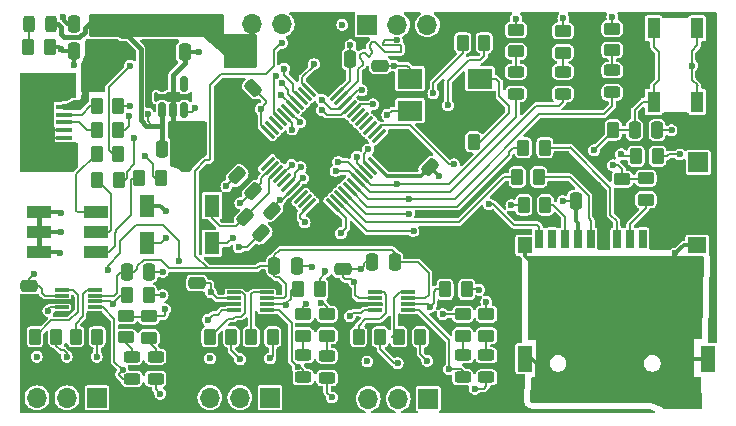
<source format=gtl>
G04 #@! TF.GenerationSoftware,KiCad,Pcbnew,8.0.7*
G04 #@! TF.CreationDate,2025-03-03T01:54:18+02:00*
G04 #@! TF.ProjectId,slug_v1_0,736c7567-5f76-4315-9f30-2e6b69636164,rev?*
G04 #@! TF.SameCoordinates,Original*
G04 #@! TF.FileFunction,Copper,L1,Top*
G04 #@! TF.FilePolarity,Positive*
%FSLAX46Y46*%
G04 Gerber Fmt 4.6, Leading zero omitted, Abs format (unit mm)*
G04 Created by KiCad (PCBNEW 8.0.7) date 2025-03-03 01:54:18*
%MOMM*%
%LPD*%
G01*
G04 APERTURE LIST*
G04 Aperture macros list*
%AMRoundRect*
0 Rectangle with rounded corners*
0 $1 Rounding radius*
0 $2 $3 $4 $5 $6 $7 $8 $9 X,Y pos of 4 corners*
0 Add a 4 corners polygon primitive as box body*
4,1,4,$2,$3,$4,$5,$6,$7,$8,$9,$2,$3,0*
0 Add four circle primitives for the rounded corners*
1,1,$1+$1,$2,$3*
1,1,$1+$1,$4,$5*
1,1,$1+$1,$6,$7*
1,1,$1+$1,$8,$9*
0 Add four rect primitives between the rounded corners*
20,1,$1+$1,$2,$3,$4,$5,0*
20,1,$1+$1,$4,$5,$6,$7,0*
20,1,$1+$1,$6,$7,$8,$9,0*
20,1,$1+$1,$8,$9,$2,$3,0*%
G04 Aperture macros list end*
G04 #@! TA.AperFunction,ComponentPad*
%ADD10R,1.700000X1.700000*%
G04 #@! TD*
G04 #@! TA.AperFunction,ComponentPad*
%ADD11O,1.700000X1.700000*%
G04 #@! TD*
G04 #@! TA.AperFunction,SMDPad,CuDef*
%ADD12R,1.350000X0.400000*%
G04 #@! TD*
G04 #@! TA.AperFunction,ComponentPad*
%ADD13O,1.900000X1.200000*%
G04 #@! TD*
G04 #@! TA.AperFunction,SMDPad,CuDef*
%ADD14R,1.900000X1.200000*%
G04 #@! TD*
G04 #@! TA.AperFunction,ComponentPad*
%ADD15C,1.450000*%
G04 #@! TD*
G04 #@! TA.AperFunction,SMDPad,CuDef*
%ADD16R,1.900000X1.500000*%
G04 #@! TD*
G04 #@! TA.AperFunction,SMDPad,CuDef*
%ADD17RoundRect,0.250000X-0.262500X-0.450000X0.262500X-0.450000X0.262500X0.450000X-0.262500X0.450000X0*%
G04 #@! TD*
G04 #@! TA.AperFunction,SMDPad,CuDef*
%ADD18RoundRect,0.218750X0.381250X-0.218750X0.381250X0.218750X-0.381250X0.218750X-0.381250X-0.218750X0*%
G04 #@! TD*
G04 #@! TA.AperFunction,SMDPad,CuDef*
%ADD19RoundRect,0.243750X-0.243750X-0.456250X0.243750X-0.456250X0.243750X0.456250X-0.243750X0.456250X0*%
G04 #@! TD*
G04 #@! TA.AperFunction,SMDPad,CuDef*
%ADD20RoundRect,0.250000X-0.250000X-0.475000X0.250000X-0.475000X0.250000X0.475000X-0.250000X0.475000X0*%
G04 #@! TD*
G04 #@! TA.AperFunction,SMDPad,CuDef*
%ADD21RoundRect,0.243750X-0.456250X0.243750X-0.456250X-0.243750X0.456250X-0.243750X0.456250X0.243750X0*%
G04 #@! TD*
G04 #@! TA.AperFunction,SMDPad,CuDef*
%ADD22RoundRect,0.250000X0.512652X0.159099X0.159099X0.512652X-0.512652X-0.159099X-0.159099X-0.512652X0*%
G04 #@! TD*
G04 #@! TA.AperFunction,SMDPad,CuDef*
%ADD23RoundRect,0.250000X0.450000X-0.262500X0.450000X0.262500X-0.450000X0.262500X-0.450000X-0.262500X0*%
G04 #@! TD*
G04 #@! TA.AperFunction,SMDPad,CuDef*
%ADD24RoundRect,0.250000X0.250000X0.475000X-0.250000X0.475000X-0.250000X-0.475000X0.250000X-0.475000X0*%
G04 #@! TD*
G04 #@! TA.AperFunction,SMDPad,CuDef*
%ADD25R,2.100000X1.700000*%
G04 #@! TD*
G04 #@! TA.AperFunction,SMDPad,CuDef*
%ADD26RoundRect,0.087500X-0.537500X-0.087500X0.537500X-0.087500X0.537500X0.087500X-0.537500X0.087500X0*%
G04 #@! TD*
G04 #@! TA.AperFunction,SMDPad,CuDef*
%ADD27RoundRect,0.150000X0.150000X-0.512500X0.150000X0.512500X-0.150000X0.512500X-0.150000X-0.512500X0*%
G04 #@! TD*
G04 #@! TA.AperFunction,SMDPad,CuDef*
%ADD28RoundRect,0.250000X0.262500X0.450000X-0.262500X0.450000X-0.262500X-0.450000X0.262500X-0.450000X0*%
G04 #@! TD*
G04 #@! TA.AperFunction,SMDPad,CuDef*
%ADD29RoundRect,0.250000X-0.512652X-0.159099X-0.159099X-0.512652X0.512652X0.159099X0.159099X0.512652X0*%
G04 #@! TD*
G04 #@! TA.AperFunction,SMDPad,CuDef*
%ADD30RoundRect,0.250000X-0.159099X0.512652X-0.512652X0.159099X0.159099X-0.512652X0.512652X-0.159099X0*%
G04 #@! TD*
G04 #@! TA.AperFunction,SMDPad,CuDef*
%ADD31R,1.200000X2.200000*%
G04 #@! TD*
G04 #@! TA.AperFunction,SMDPad,CuDef*
%ADD32R,1.600000X1.400000*%
G04 #@! TD*
G04 #@! TA.AperFunction,SMDPad,CuDef*
%ADD33R,1.200000X1.400000*%
G04 #@! TD*
G04 #@! TA.AperFunction,SMDPad,CuDef*
%ADD34R,0.700000X1.600000*%
G04 #@! TD*
G04 #@! TA.AperFunction,SMDPad,CuDef*
%ADD35RoundRect,0.250000X0.475000X-0.250000X0.475000X0.250000X-0.475000X0.250000X-0.475000X-0.250000X0*%
G04 #@! TD*
G04 #@! TA.AperFunction,SMDPad,CuDef*
%ADD36R,2.000000X1.100000*%
G04 #@! TD*
G04 #@! TA.AperFunction,SMDPad,CuDef*
%ADD37R,1.100000X1.800000*%
G04 #@! TD*
G04 #@! TA.AperFunction,SMDPad,CuDef*
%ADD38RoundRect,0.250000X-0.475000X0.250000X-0.475000X-0.250000X0.475000X-0.250000X0.475000X0.250000X0*%
G04 #@! TD*
G04 #@! TA.AperFunction,SMDPad,CuDef*
%ADD39R,1.300000X1.900000*%
G04 #@! TD*
G04 #@! TA.AperFunction,SMDPad,CuDef*
%ADD40RoundRect,0.075000X-0.415425X-0.521491X0.521491X0.415425X0.415425X0.521491X-0.521491X-0.415425X0*%
G04 #@! TD*
G04 #@! TA.AperFunction,SMDPad,CuDef*
%ADD41RoundRect,0.075000X0.415425X-0.521491X0.521491X-0.415425X-0.415425X0.521491X-0.521491X0.415425X0*%
G04 #@! TD*
G04 #@! TA.AperFunction,ViaPad*
%ADD42C,0.600000*%
G04 #@! TD*
G04 #@! TA.AperFunction,Conductor*
%ADD43C,0.200000*%
G04 #@! TD*
G04 #@! TA.AperFunction,Conductor*
%ADD44C,0.400000*%
G04 #@! TD*
G04 #@! TA.AperFunction,Conductor*
%ADD45C,0.300000*%
G04 #@! TD*
G04 APERTURE END LIST*
D10*
G04 #@! TO.P,SW4,1,A*
G04 #@! TO.N,+3V3*
X88240000Y-101540000D03*
D11*
G04 #@! TO.P,SW4,2,B*
G04 #@! TO.N,/V_IO*
X85700000Y-101540000D03*
G04 #@! TO.P,SW4,3,C*
G04 #@! TO.N,+5V*
X83160000Y-101540000D03*
G04 #@! TD*
D12*
G04 #@! TO.P,J4,1,VBUS*
G04 #@! TO.N,VBUS*
X67262500Y-108540000D03*
G04 #@! TO.P,J4,2,D-*
G04 #@! TO.N,Net-(J4-D-)*
X67262500Y-109190000D03*
G04 #@! TO.P,J4,3,D+*
G04 #@! TO.N,Net-(J4-D+)*
X67262500Y-109840000D03*
G04 #@! TO.P,J4,4,ID*
G04 #@! TO.N,GND*
X67262500Y-110490000D03*
G04 #@! TO.P,J4,5,GND*
X67262500Y-111140000D03*
D13*
G04 #@! TO.P,J4,6,Shield*
X64562500Y-106340000D03*
D14*
X64562500Y-106940000D03*
D15*
X67262500Y-107340000D03*
D16*
X64562500Y-108840000D03*
X64562500Y-110840000D03*
D15*
X67262500Y-112340000D03*
D14*
X64562500Y-112740000D03*
D13*
X64562500Y-113340000D03*
G04 #@! TD*
D17*
G04 #@! TO.P,R28,1*
G04 #@! TO.N,Net-(D8-K)*
X64187700Y-103505000D03*
G04 #@! TO.P,R28,2*
G04 #@! TO.N,GND*
X66012700Y-103505000D03*
G04 #@! TD*
D18*
G04 #@! TO.P,FB1,1*
G04 #@! TO.N,VBUS*
X72000000Y-103625000D03*
G04 #@! TO.P,FB1,2*
G04 #@! TO.N,+5V*
X72000000Y-101500000D03*
G04 #@! TD*
D19*
G04 #@! TO.P,D8,1,K*
G04 #@! TO.N,Net-(D8-K)*
X64264300Y-101498400D03*
G04 #@! TO.P,D8,2,A*
G04 #@! TO.N,+5V*
X66139300Y-101498400D03*
G04 #@! TD*
D20*
G04 #@! TO.P,C10,1*
G04 #@! TO.N,+3V3*
X75550000Y-103900000D03*
G04 #@! TO.P,C10,2*
G04 #@! TO.N,GND*
X77450000Y-103900000D03*
G04 #@! TD*
D21*
G04 #@! TO.P,D9,1,K*
G04 #@! TO.N,Net-(D9-K)*
X113639600Y-105444200D03*
G04 #@! TO.P,D9,2,A*
G04 #@! TO.N,/CH1_EN*
X113639600Y-107319200D03*
G04 #@! TD*
D22*
G04 #@! TO.P,C9,1*
G04 #@! TO.N,/RTC_XTAL_IN*
X83247151Y-115682951D03*
G04 #@! TO.P,C9,2*
G04 #@! TO.N,GND*
X81903649Y-114339449D03*
G04 #@! TD*
D23*
G04 #@! TO.P,R23,1*
G04 #@! TO.N,Net-(D6-K)*
X87500000Y-127912500D03*
G04 #@! TO.P,R23,2*
G04 #@! TO.N,GND*
X87500000Y-126087500D03*
G04 #@! TD*
G04 #@! TO.P,R3,1*
G04 #@! TO.N,+3V3*
X114500000Y-116500000D03*
G04 #@! TO.P,R3,2*
G04 #@! TO.N,/SD_CS*
X114500000Y-114675000D03*
G04 #@! TD*
D20*
G04 #@! TO.P,C18,1*
G04 #@! TO.N,/V_IO*
X72550000Y-122500000D03*
G04 #@! TO.P,C18,2*
G04 #@! TO.N,GND*
X74450000Y-122500000D03*
G04 #@! TD*
D21*
G04 #@! TO.P,D6,1,K*
G04 #@! TO.N,Net-(D6-K)*
X87500000Y-129562500D03*
G04 #@! TO.P,D6,2,A*
G04 #@! TO.N,/UART2_TX*
X87500000Y-131437500D03*
G04 #@! TD*
D24*
G04 #@! TO.P,C2,1*
G04 #@! TO.N,GND*
X91450000Y-104500000D03*
G04 #@! TO.P,C2,2*
G04 #@! TO.N,+3V3*
X89550000Y-104500000D03*
G04 #@! TD*
G04 #@! TO.P,C6,1*
G04 #@! TO.N,+3V3*
X112450000Y-116500000D03*
G04 #@! TO.P,C6,2*
G04 #@! TO.N,GND*
X110550000Y-116500000D03*
G04 #@! TD*
D25*
G04 #@! TO.P,X1,1,EN*
G04 #@! TO.N,Net-(X1-EN)*
X102450000Y-106150000D03*
G04 #@! TO.P,X1,2,GND*
G04 #@! TO.N,GND*
X96550000Y-106150000D03*
G04 #@! TO.P,X1,3,OUT*
G04 #@! TO.N,/SYS_CLK*
X96550000Y-108850000D03*
G04 #@! TO.P,X1,4,Vdd*
G04 #@! TO.N,+3V3*
X102450000Y-108850000D03*
G04 #@! TD*
D26*
G04 #@! TO.P,U4,1,B2*
G04 #@! TO.N,Net-(U4-B2)*
X81600000Y-124250000D03*
G04 #@! TO.P,U4,2,GND*
G04 #@! TO.N,GND*
X81600000Y-124750000D03*
G04 #@! TO.P,U4,3,VCCA*
G04 #@! TO.N,+3V3*
X81600000Y-125250000D03*
G04 #@! TO.P,U4,4,A2*
G04 #@! TO.N,/UART2_RX*
X81600000Y-125750000D03*
G04 #@! TO.P,U4,5,A1*
G04 #@! TO.N,/UART2_TX*
X84400000Y-125750000D03*
G04 #@! TO.P,U4,6,OE*
G04 #@! TO.N,/CH2_EN*
X84400000Y-125250000D03*
G04 #@! TO.P,U4,7,VCCB*
G04 #@! TO.N,/V_IO*
X84400000Y-124750000D03*
G04 #@! TO.P,U4,8,B1*
G04 #@! TO.N,Net-(U4-B1)*
X84400000Y-124250000D03*
G04 #@! TD*
D17*
G04 #@! TO.P,R32,1*
G04 #@! TO.N,Net-(D12-GA)*
X70027500Y-114710000D03*
G04 #@! TO.P,R32,2*
G04 #@! TO.N,/STATUS_LED_R*
X71852500Y-114710000D03*
G04 #@! TD*
D23*
G04 #@! TO.P,R18,1*
G04 #@! TO.N,Net-(D4-K)*
X72517000Y-128064900D03*
G04 #@! TO.P,R18,2*
G04 #@! TO.N,GND*
X72517000Y-126239900D03*
G04 #@! TD*
D27*
G04 #@! TO.P,IC1,1,VIN*
G04 #@! TO.N,+5V*
X75525000Y-108837500D03*
G04 #@! TO.P,IC1,2,GND*
G04 #@! TO.N,GND*
X76475000Y-108837500D03*
G04 #@! TO.P,IC1,3,EN*
G04 #@! TO.N,+5V*
X77425000Y-108837500D03*
G04 #@! TO.P,IC1,4,SNS*
G04 #@! TO.N,unconnected-(IC1-SNS-Pad4)*
X77425000Y-106562500D03*
G04 #@! TO.P,IC1,5,VOUT*
G04 #@! TO.N,+3V3*
X75525000Y-106562500D03*
G04 #@! TD*
D28*
G04 #@! TO.P,R16,1*
G04 #@! TO.N,/CH1_TX*
X97412500Y-128000000D03*
G04 #@! TO.P,R16,2*
G04 #@! TO.N,Net-(U5-B1)*
X95587500Y-128000000D03*
G04 #@! TD*
G04 #@! TO.P,R8,1*
G04 #@! TO.N,Net-(X1-EN)*
X101912500Y-111500000D03*
G04 #@! TO.P,R8,2*
G04 #@! TO.N,+3V3*
X100087500Y-111500000D03*
G04 #@! TD*
D29*
G04 #@! TO.P,C4,1*
G04 #@! TO.N,GND*
X84828249Y-117328249D03*
G04 #@! TO.P,C4,2*
G04 #@! TO.N,+3V3*
X86171751Y-118671751D03*
G04 #@! TD*
D30*
G04 #@! TO.P,C1,1*
G04 #@! TO.N,GND*
X83247151Y-106948049D03*
G04 #@! TO.P,C1,2*
G04 #@! TO.N,+3V3*
X81903649Y-108291551D03*
G04 #@! TD*
D28*
G04 #@! TO.P,R2,1*
G04 #@! TO.N,/BOOT0*
X117498500Y-112725200D03*
G04 #@! TO.P,R2,2*
G04 #@! TO.N,GND*
X115673500Y-112725200D03*
G04 #@! TD*
G04 #@! TO.P,R26,1*
G04 #@! TO.N,/CH2_TX*
X84912500Y-128000000D03*
G04 #@! TO.P,R26,2*
G04 #@! TO.N,Net-(U4-B1)*
X83087500Y-128000000D03*
G04 #@! TD*
D17*
G04 #@! TO.P,R19,1*
G04 #@! TO.N,/CH3_EN*
X72571600Y-124500000D03*
G04 #@! TO.P,R19,2*
G04 #@! TO.N,GND*
X74396600Y-124500000D03*
G04 #@! TD*
D28*
G04 #@! TO.P,R5,1*
G04 #@! TO.N,Net-(J8-CMD)*
X107950000Y-111988600D03*
G04 #@! TO.P,R5,2*
G04 #@! TO.N,/SD_MOSI*
X106125000Y-111988600D03*
G04 #@! TD*
D31*
G04 #@! TO.P,J8,G4,GND_4*
G04 #@! TO.N,GND*
X121750000Y-129850000D03*
G04 #@! TO.P,J8,G3,GND_3*
X106250000Y-129850000D03*
D32*
G04 #@! TO.P,J8,G2,GND_2*
X120850000Y-120250000D03*
D33*
G04 #@! TO.P,J8,G1,GND_1*
X106250000Y-120250000D03*
D34*
G04 #@! TO.P,J8,CD1,CARD_DETECTION*
G04 #@! TO.N,/CARD_DETECT*
X107450000Y-119750000D03*
G04 #@! TO.P,J8,8,DAT1*
G04 #@! TO.N,unconnected-(J8-DAT1-Pad8)*
X108550000Y-119750000D03*
G04 #@! TO.P,J8,7,DAT0*
G04 #@! TO.N,Net-(J8-DAT0)*
X109650000Y-119750000D03*
G04 #@! TO.P,J8,6,VSS*
G04 #@! TO.N,GND*
X110750000Y-119750000D03*
G04 #@! TO.P,J8,5,CLK*
G04 #@! TO.N,Net-(J8-CLK)*
X111850000Y-119750000D03*
G04 #@! TO.P,J8,4,VDD*
G04 #@! TO.N,+3V3*
X112950000Y-119750000D03*
G04 #@! TO.P,J8,3,CMD*
G04 #@! TO.N,Net-(J8-CMD)*
X114050000Y-119750000D03*
G04 #@! TO.P,J8,2,CD/DAT3*
G04 #@! TO.N,Net-(J8-CD{slash}DAT3)*
X115150000Y-119750000D03*
G04 #@! TO.P,J8,1,DAT2*
G04 #@! TO.N,unconnected-(J8-DAT2-Pad1)*
X116250000Y-119750000D03*
G04 #@! TD*
D17*
G04 #@! TO.P,R12,1*
G04 #@! TO.N,Net-(D12-RA)*
X70007500Y-112510000D03*
G04 #@! TO.P,R12,2*
G04 #@! TO.N,/STATUS_LED_B*
X71832500Y-112510000D03*
G04 #@! TD*
D23*
G04 #@! TO.P,R4,1*
G04 #@! TO.N,Net-(J8-CD{slash}DAT3)*
X116500000Y-116412500D03*
G04 #@! TO.P,R4,2*
G04 #@! TO.N,/SD_CS*
X116500000Y-114587500D03*
G04 #@! TD*
D20*
G04 #@! TO.P,C20,1*
G04 #@! TO.N,/V_IO*
X85050000Y-122000000D03*
G04 #@! TO.P,C20,2*
G04 #@! TO.N,GND*
X86950000Y-122000000D03*
G04 #@! TD*
D23*
G04 #@! TO.P,R14,1*
G04 #@! TO.N,Net-(D2-K)*
X101000000Y-127912500D03*
G04 #@! TO.P,R14,2*
G04 #@! TO.N,GND*
X101000000Y-126087500D03*
G04 #@! TD*
D17*
G04 #@! TO.P,R33,1*
G04 #@! TO.N,Net-(D12-BA)*
X73617500Y-114550000D03*
G04 #@! TO.P,R33,2*
G04 #@! TO.N,/STATUS_LED_G*
X75442500Y-114550000D03*
G04 #@! TD*
D21*
G04 #@! TO.P,D3,1,K*
G04 #@! TO.N,Net-(D3-K)*
X103000000Y-129562500D03*
G04 #@! TO.P,D3,2,A*
G04 #@! TO.N,/UART3_RX*
X103000000Y-131437500D03*
G04 #@! TD*
D23*
G04 #@! TO.P,R25,1*
G04 #@! TO.N,Net-(D7-K)*
X89500000Y-127912500D03*
G04 #@! TO.P,R25,2*
G04 #@! TO.N,GND*
X89500000Y-126087500D03*
G04 #@! TD*
D28*
G04 #@! TO.P,R6,1*
G04 #@! TO.N,Net-(J8-CLK)*
X107440100Y-114477800D03*
G04 #@! TO.P,R6,2*
G04 #@! TO.N,/SD_SCLK*
X105615100Y-114477800D03*
G04 #@! TD*
D23*
G04 #@! TO.P,R31,1*
G04 #@! TO.N,Net-(D11-K)*
X105500000Y-103850000D03*
G04 #@! TO.P,R31,2*
G04 #@! TO.N,GND*
X105500000Y-102025000D03*
G04 #@! TD*
D35*
G04 #@! TO.P,C7,1*
G04 #@! TO.N,+3V3*
X93980000Y-106944200D03*
G04 #@! TO.P,C7,2*
G04 #@! TO.N,GND*
X93980000Y-105044200D03*
G04 #@! TD*
D28*
G04 #@! TO.P,R24,1*
G04 #@! TO.N,GND*
X88912500Y-124000000D03*
G04 #@! TO.P,R24,2*
G04 #@! TO.N,/CH2_EN*
X87087500Y-124000000D03*
G04 #@! TD*
D21*
G04 #@! TO.P,D5,1,K*
G04 #@! TO.N,Net-(D5-K)*
X74980800Y-129697000D03*
G04 #@! TO.P,D5,2,A*
G04 #@! TO.N,/UART1_RX*
X74980800Y-131572000D03*
G04 #@! TD*
D10*
G04 #@! TO.P,J6,1,Pin_1*
G04 #@! TO.N,/CH3_TX*
X70027800Y-133172200D03*
D11*
G04 #@! TO.P,J6,2,Pin_2*
G04 #@! TO.N,/CH3_RX*
X67487800Y-133172200D03*
G04 #@! TO.P,J6,3,Pin_3*
G04 #@! TO.N,GND*
X64947800Y-133172200D03*
G04 #@! TD*
D10*
G04 #@! TO.P,J7,1,Pin_1*
G04 #@! TO.N,/CH2_TX*
X84668600Y-133166000D03*
D11*
G04 #@! TO.P,J7,2,Pin_2*
G04 #@! TO.N,/CH2_RX*
X82128600Y-133166000D03*
G04 #@! TO.P,J7,3,Pin_3*
G04 #@! TO.N,GND*
X79588600Y-133166000D03*
G04 #@! TD*
D24*
G04 #@! TO.P,C16,1*
G04 #@! TO.N,/V_IO*
X95250000Y-121710000D03*
G04 #@! TO.P,C16,2*
G04 #@! TO.N,GND*
X93350000Y-121710000D03*
G04 #@! TD*
D23*
G04 #@! TO.P,R30,1*
G04 #@! TO.N,Net-(D10-K)*
X109474000Y-103937400D03*
G04 #@! TO.P,R30,2*
G04 #@! TO.N,GND*
X109474000Y-102112400D03*
G04 #@! TD*
D24*
G04 #@! TO.P,C12,1*
G04 #@! TO.N,VBUS*
X69950000Y-103784400D03*
G04 #@! TO.P,C12,2*
G04 #@! TO.N,GND*
X68050000Y-103784400D03*
G04 #@! TD*
D20*
G04 #@! TO.P,C11,1*
G04 #@! TO.N,+5V*
X75525000Y-112125000D03*
G04 #@! TO.P,C11,2*
G04 #@! TO.N,GND*
X77425000Y-112125000D03*
G04 #@! TD*
D10*
G04 #@! TO.P,J1,1,Pin_1*
G04 #@! TO.N,/BOOT0*
X120950000Y-113250000D03*
D11*
G04 #@! TO.P,J1,2,Pin_2*
G04 #@! TO.N,+3V3*
X120950000Y-115790000D03*
G04 #@! TD*
D36*
G04 #@! TO.P,D12,1,RK*
G04 #@! TO.N,GND*
X65110000Y-117470000D03*
G04 #@! TO.P,D12,2,GK*
X65110000Y-119170000D03*
G04 #@! TO.P,D12,3,BK*
X65110000Y-120870000D03*
G04 #@! TO.P,D12,4,BA*
G04 #@! TO.N,Net-(D12-BA)*
X69910000Y-120870000D03*
G04 #@! TO.P,D12,5,GA*
G04 #@! TO.N,Net-(D12-GA)*
X69910000Y-119170000D03*
G04 #@! TO.P,D12,6,RA*
G04 #@! TO.N,Net-(D12-RA)*
X69910000Y-117470000D03*
G04 #@! TD*
D29*
G04 #@! TO.P,C8,1*
G04 #@! TO.N,/RTC_XTAL_OUT*
X82589449Y-117895449D03*
G04 #@! TO.P,C8,2*
G04 #@! TO.N,GND*
X83932951Y-119238951D03*
G04 #@! TD*
D17*
G04 #@! TO.P,R13,1*
G04 #@! TO.N,/CH1_EN*
X99500000Y-124000000D03*
G04 #@! TO.P,R13,2*
G04 #@! TO.N,GND*
X101325000Y-124000000D03*
G04 #@! TD*
D28*
G04 #@! TO.P,R9,1*
G04 #@! TO.N,/USB_DP*
X71825000Y-110500000D03*
G04 #@! TO.P,R9,2*
G04 #@! TO.N,Net-(J4-D+)*
X70000000Y-110500000D03*
G04 #@! TD*
D22*
G04 #@! TO.P,C3,1*
G04 #@! TO.N,GND*
X98207751Y-113625551D03*
G04 #@! TO.P,C3,2*
G04 #@! TO.N,+3V3*
X96864249Y-112282049D03*
G04 #@! TD*
D21*
G04 #@! TO.P,D2,1,K*
G04 #@! TO.N,Net-(D2-K)*
X101000000Y-129562500D03*
G04 #@! TO.P,D2,2,A*
G04 #@! TO.N,/UART3_TX*
X101000000Y-131437500D03*
G04 #@! TD*
D10*
G04 #@! TO.P,J5,1,Pin_1*
G04 #@! TO.N,/CH1_TX*
X98069400Y-133248400D03*
D11*
G04 #@! TO.P,J5,2,Pin_2*
G04 #@! TO.N,/CH1_RX*
X95529400Y-133248400D03*
G04 #@! TO.P,J5,3,Pin_3*
G04 #@! TO.N,GND*
X92989400Y-133248400D03*
G04 #@! TD*
D37*
G04 #@! TO.P,SW5,1,A*
G04 #@! TO.N,GND*
X120850000Y-101900000D03*
X120850000Y-108100000D03*
G04 #@! TO.P,SW5,2,B*
G04 #@! TO.N,/NRST*
X117150000Y-101900000D03*
X117150000Y-108100000D03*
G04 #@! TD*
D28*
G04 #@! TO.P,R10,1*
G04 #@! TO.N,/USB_DM*
X71825000Y-108500000D03*
G04 #@! TO.P,R10,2*
G04 #@! TO.N,Net-(J4-D-)*
X70000000Y-108500000D03*
G04 #@! TD*
G04 #@! TO.P,R27,1*
G04 #@! TO.N,/CH2_RX*
X81412500Y-128000000D03*
G04 #@! TO.P,R27,2*
G04 #@! TO.N,Net-(U4-B2)*
X79587500Y-128000000D03*
G04 #@! TD*
D21*
G04 #@! TO.P,D11,1,K*
G04 #@! TO.N,Net-(D11-K)*
X105500000Y-105562500D03*
G04 #@! TO.P,D11,2,A*
G04 #@! TO.N,/CH3_EN*
X105500000Y-107437500D03*
G04 #@! TD*
D28*
G04 #@! TO.P,R7,1*
G04 #@! TO.N,Net-(J8-DAT0)*
X107998900Y-116840000D03*
G04 #@! TO.P,R7,2*
G04 #@! TO.N,/SD_MISO*
X106173900Y-116840000D03*
G04 #@! TD*
D10*
G04 #@! TO.P,J3,1,Pin_1*
G04 #@! TO.N,GND*
X92920000Y-101600000D03*
D11*
G04 #@! TO.P,J3,2,Pin_2*
G04 #@! TO.N,/SWDIO*
X95460000Y-101600000D03*
G04 #@! TO.P,J3,3,Pin_3*
G04 #@! TO.N,/SWCLK*
X98000000Y-101600000D03*
G04 #@! TD*
D24*
G04 #@! TO.P,C5,1*
G04 #@! TO.N,GND*
X117450000Y-110500000D03*
G04 #@! TO.P,C5,2*
G04 #@! TO.N,/NRST*
X115550000Y-110500000D03*
G04 #@! TD*
D28*
G04 #@! TO.P,R21,1*
G04 #@! TO.N,/CH3_TX*
X70051300Y-127990600D03*
G04 #@! TO.P,R21,2*
G04 #@! TO.N,Net-(U3-B1)*
X68226300Y-127990600D03*
G04 #@! TD*
D23*
G04 #@! TO.P,R15,1*
G04 #@! TO.N,Net-(D3-K)*
X103000000Y-127912500D03*
G04 #@! TO.P,R15,2*
G04 #@! TO.N,GND*
X103000000Y-126087500D03*
G04 #@! TD*
D17*
G04 #@! TO.P,R1,1*
G04 #@! TO.N,+3V3*
X111914300Y-110490000D03*
G04 #@! TO.P,R1,2*
G04 #@! TO.N,/NRST*
X113739300Y-110490000D03*
G04 #@! TD*
D21*
G04 #@! TO.P,D7,1,K*
G04 #@! TO.N,Net-(D7-K)*
X89500000Y-129625000D03*
G04 #@! TO.P,D7,2,A*
G04 #@! TO.N,/UART2_RX*
X89500000Y-131500000D03*
G04 #@! TD*
D23*
G04 #@! TO.P,R29,1*
G04 #@! TO.N,Net-(D9-K)*
X113639600Y-103731700D03*
G04 #@! TO.P,R29,2*
G04 #@! TO.N,GND*
X113639600Y-101906700D03*
G04 #@! TD*
D24*
G04 #@! TO.P,C13,1*
G04 #@! TO.N,+5V*
X69950000Y-101500000D03*
G04 #@! TO.P,C13,2*
G04 #@! TO.N,GND*
X68050000Y-101500000D03*
G04 #@! TD*
D28*
G04 #@! TO.P,R22,1*
G04 #@! TO.N,/CH3_RX*
X66596900Y-127990600D03*
G04 #@! TO.P,R22,2*
G04 #@! TO.N,Net-(U3-B2)*
X64771900Y-127990600D03*
G04 #@! TD*
D38*
G04 #@! TO.P,C19,1*
G04 #@! TO.N,GND*
X78486000Y-123459200D03*
G04 #@! TO.P,C19,2*
G04 #@! TO.N,+3V3*
X78486000Y-125359200D03*
G04 #@! TD*
D21*
G04 #@! TO.P,D4,1,K*
G04 #@! TO.N,Net-(D4-K)*
X72974200Y-129697000D03*
G04 #@! TO.P,D4,2,A*
G04 #@! TO.N,/UART1_TX*
X72974200Y-131572000D03*
G04 #@! TD*
D28*
G04 #@! TO.P,R17,1*
G04 #@! TO.N,/CH1_RX*
X94000000Y-128000000D03*
G04 #@! TO.P,R17,2*
G04 #@! TO.N,Net-(U5-B2)*
X92175000Y-128000000D03*
G04 #@! TD*
D38*
G04 #@! TO.P,C17,1*
G04 #@! TO.N,GND*
X64287400Y-123687800D03*
G04 #@! TO.P,C17,2*
G04 #@! TO.N,+3V3*
X64287400Y-125587800D03*
G04 #@! TD*
D21*
G04 #@! TO.P,D10,1,K*
G04 #@! TO.N,Net-(D10-K)*
X109474000Y-105562400D03*
G04 #@! TO.P,D10,2,A*
G04 #@! TO.N,/CH2_EN*
X109474000Y-107437400D03*
G04 #@! TD*
D26*
G04 #@! TO.P,U3,1,B2*
G04 #@! TO.N,Net-(U3-B2)*
X67053000Y-124014800D03*
G04 #@! TO.P,U3,2,GND*
G04 #@! TO.N,GND*
X67053000Y-124514800D03*
G04 #@! TO.P,U3,3,VCCA*
G04 #@! TO.N,+3V3*
X67053000Y-125014800D03*
G04 #@! TO.P,U3,4,A2*
G04 #@! TO.N,/UART1_RX*
X67053000Y-125514800D03*
G04 #@! TO.P,U3,5,A1*
G04 #@! TO.N,/UART1_TX*
X69853000Y-125514800D03*
G04 #@! TO.P,U3,6,OE*
G04 #@! TO.N,/CH3_EN*
X69853000Y-125014800D03*
G04 #@! TO.P,U3,7,VCCB*
G04 #@! TO.N,/V_IO*
X69853000Y-124514800D03*
G04 #@! TO.P,U3,8,B1*
G04 #@! TO.N,Net-(U3-B1)*
X69853000Y-124014800D03*
G04 #@! TD*
D39*
G04 #@! TO.P,Y2,1,1*
G04 #@! TO.N,/RTC_XTAL_OUT*
X79750000Y-116900000D03*
G04 #@! TO.P,Y2,2,2*
G04 #@! TO.N,GND*
X74250000Y-116900000D03*
G04 #@! TO.P,Y2,3,3*
X74250000Y-120100000D03*
G04 #@! TO.P,Y2,4,4*
G04 #@! TO.N,/RTC_XTAL_IN*
X79750000Y-120100000D03*
G04 #@! TD*
D40*
G04 #@! TO.P,U1,1,VBAT*
G04 #@! TO.N,+3V3*
X84112124Y-112998788D03*
G04 #@! TO.P,U1,2,PC13*
G04 #@! TO.N,unconnected-(U1-PC13-Pad2)*
X84465678Y-113352342D03*
G04 #@! TO.P,U1,3,PC14*
G04 #@! TO.N,/RTC_XTAL_IN*
X84819231Y-113705895D03*
G04 #@! TO.P,U1,4,PC15*
G04 #@! TO.N,/RTC_XTAL_OUT*
X85172785Y-114059449D03*
G04 #@! TO.P,U1,5,PD0*
G04 #@! TO.N,/SYS_CLK*
X85526338Y-114413002D03*
G04 #@! TO.P,U1,6,PD1*
G04 #@! TO.N,unconnected-(U1-PD1-Pad6)*
X85879891Y-114766555D03*
G04 #@! TO.P,U1,7,NRST*
G04 #@! TO.N,/NRST*
X86233445Y-115120109D03*
G04 #@! TO.P,U1,8,VSSA*
G04 #@! TO.N,GND*
X86586998Y-115473662D03*
G04 #@! TO.P,U1,9,VDDA*
G04 #@! TO.N,+3V3*
X86940551Y-115827215D03*
G04 #@! TO.P,U1,10,PA0*
G04 #@! TO.N,unconnected-(U1-PA0-Pad10)*
X87294105Y-116180769D03*
G04 #@! TO.P,U1,11,PA1*
G04 #@! TO.N,unconnected-(U1-PA1-Pad11)*
X87647658Y-116534322D03*
G04 #@! TO.P,U1,12,PA2*
G04 #@! TO.N,/UART2_TX*
X88001212Y-116887876D03*
D41*
G04 #@! TO.P,U1,13,PA3*
G04 #@! TO.N,/UART2_RX*
X89998788Y-116887876D03*
G04 #@! TO.P,U1,14,PA4*
G04 #@! TO.N,/SD_CS*
X90352342Y-116534322D03*
G04 #@! TO.P,U1,15,PA5*
G04 #@! TO.N,/SD_SCLK*
X90705895Y-116180769D03*
G04 #@! TO.P,U1,16,PA6*
G04 #@! TO.N,/SD_MISO*
X91059449Y-115827215D03*
G04 #@! TO.P,U1,17,PA7*
G04 #@! TO.N,/SD_MOSI*
X91413002Y-115473662D03*
G04 #@! TO.P,U1,18,PB0*
G04 #@! TO.N,/CH1_EN*
X91766555Y-115120109D03*
G04 #@! TO.P,U1,19,PB1*
G04 #@! TO.N,/CH2_EN*
X92120109Y-114766555D03*
G04 #@! TO.P,U1,20,PB2*
G04 #@! TO.N,/CH3_EN*
X92473662Y-114413002D03*
G04 #@! TO.P,U1,21,PB10*
G04 #@! TO.N,/UART3_TX*
X92827215Y-114059449D03*
G04 #@! TO.P,U1,22,PB11*
G04 #@! TO.N,/UART3_RX*
X93180769Y-113705895D03*
G04 #@! TO.P,U1,23,VSS*
G04 #@! TO.N,GND*
X93534322Y-113352342D03*
G04 #@! TO.P,U1,24,VDD*
G04 #@! TO.N,+3V3*
X93887876Y-112998788D03*
D40*
G04 #@! TO.P,U1,25,PB12*
G04 #@! TO.N,unconnected-(U1-PB12-Pad25)*
X93887876Y-111001212D03*
G04 #@! TO.P,U1,26,PB13*
G04 #@! TO.N,/CARD_DETECT*
X93534322Y-110647658D03*
G04 #@! TO.P,U1,27,PB14*
G04 #@! TO.N,unconnected-(U1-PB14-Pad27)*
X93180769Y-110294105D03*
G04 #@! TO.P,U1,28,PB15*
G04 #@! TO.N,unconnected-(U1-PB15-Pad28)*
X92827215Y-109940551D03*
G04 #@! TO.P,U1,29,PA8*
G04 #@! TO.N,unconnected-(U1-PA8-Pad29)*
X92473662Y-109586998D03*
G04 #@! TO.P,U1,30,PA9*
G04 #@! TO.N,unconnected-(U1-PA9-Pad30)*
X92120109Y-109233445D03*
G04 #@! TO.P,U1,31,PA10*
G04 #@! TO.N,/USB_DP_CTRL*
X91766555Y-108879891D03*
G04 #@! TO.P,U1,32,PA11*
G04 #@! TO.N,/USB_DM*
X91413002Y-108526338D03*
G04 #@! TO.P,U1,33,PA12*
G04 #@! TO.N,/USB_DP*
X91059449Y-108172785D03*
G04 #@! TO.P,U1,34,PA13*
G04 #@! TO.N,/SWDIO*
X90705895Y-107819231D03*
G04 #@! TO.P,U1,35,VSS*
G04 #@! TO.N,GND*
X90352342Y-107465678D03*
G04 #@! TO.P,U1,36,VDD*
G04 #@! TO.N,+3V3*
X89998788Y-107112124D03*
D41*
G04 #@! TO.P,U1,37,PA14*
G04 #@! TO.N,/SWCLK*
X88001212Y-107112124D03*
G04 #@! TO.P,U1,38,PA15*
G04 #@! TO.N,unconnected-(U1-PA15-Pad38)*
X87647658Y-107465678D03*
G04 #@! TO.P,U1,39,PB3*
G04 #@! TO.N,/STATUS_LED_B*
X87294105Y-107819231D03*
G04 #@! TO.P,U1,40,PB4*
G04 #@! TO.N,/STATUS_LED_R*
X86940551Y-108172785D03*
G04 #@! TO.P,U1,41,PB5*
G04 #@! TO.N,/STATUS_LED_G*
X86586998Y-108526338D03*
G04 #@! TO.P,U1,42,PB6*
G04 #@! TO.N,/UART1_TX*
X86233445Y-108879891D03*
G04 #@! TO.P,U1,43,PB7*
G04 #@! TO.N,/UART1_RX*
X85879891Y-109233445D03*
G04 #@! TO.P,U1,44,BOOT0*
G04 #@! TO.N,/BOOT0*
X85526338Y-109586998D03*
G04 #@! TO.P,U1,45,PB8*
G04 #@! TO.N,unconnected-(U1-PB8-Pad45)*
X85172785Y-109940551D03*
G04 #@! TO.P,U1,46,PB9*
G04 #@! TO.N,unconnected-(U1-PB9-Pad46)*
X84819231Y-110294105D03*
G04 #@! TO.P,U1,47,VSS*
G04 #@! TO.N,GND*
X84465678Y-110647658D03*
G04 #@! TO.P,U1,48,VDD*
G04 #@! TO.N,+3V3*
X84112124Y-111001212D03*
G04 #@! TD*
D38*
G04 #@! TO.P,C15,1*
G04 #@! TO.N,GND*
X90855800Y-122290800D03*
G04 #@! TO.P,C15,2*
G04 #@! TO.N,+3V3*
X90855800Y-124190800D03*
G04 #@! TD*
D23*
G04 #@! TO.P,R20,1*
G04 #@! TO.N,Net-(D5-K)*
X74422000Y-128092200D03*
G04 #@! TO.P,R20,2*
G04 #@! TO.N,GND*
X74422000Y-126267200D03*
G04 #@! TD*
D17*
G04 #@! TO.P,R11,1*
G04 #@! TO.N,/USB_DP*
X100992300Y-103098600D03*
G04 #@! TO.P,R11,2*
G04 #@! TO.N,/USB_DP_CTRL*
X102817300Y-103098600D03*
G04 #@! TD*
D26*
G04 #@! TO.P,U5,1,B2*
G04 #@! TO.N,Net-(U5-B2)*
X93600000Y-124250000D03*
G04 #@! TO.P,U5,2,GND*
G04 #@! TO.N,GND*
X93600000Y-124750000D03*
G04 #@! TO.P,U5,3,VCCA*
G04 #@! TO.N,+3V3*
X93600000Y-125250000D03*
G04 #@! TO.P,U5,4,A2*
G04 #@! TO.N,/UART3_RX*
X93600000Y-125750000D03*
G04 #@! TO.P,U5,5,A1*
G04 #@! TO.N,/UART3_TX*
X96400000Y-125750000D03*
G04 #@! TO.P,U5,6,OE*
G04 #@! TO.N,/CH1_EN*
X96400000Y-125250000D03*
G04 #@! TO.P,U5,7,VCCB*
G04 #@! TO.N,/V_IO*
X96400000Y-124750000D03*
G04 #@! TO.P,U5,8,B1*
G04 #@! TO.N,Net-(U5-B1)*
X96400000Y-124250000D03*
G04 #@! TD*
D42*
G04 #@! TO.N,/SWDIO*
X95430000Y-102920000D03*
G04 #@! TO.N,/SWCLK*
X88400000Y-104910000D03*
G04 #@! TO.N,+3V3*
X88260000Y-103910000D03*
G04 #@! TO.N,+5V*
X83130000Y-103200000D03*
G04 #@! TO.N,/V_IO*
X85720000Y-103110000D03*
G04 #@! TO.N,GND*
X66090000Y-111190000D03*
X66110000Y-110390000D03*
X91490000Y-103330000D03*
X92354400Y-122290800D03*
X87477600Y-114579400D03*
X87757000Y-125222000D03*
X68046600Y-105029000D03*
X113656400Y-100897500D03*
X107290000Y-131860000D03*
X99297500Y-126087500D03*
X66890000Y-120880000D03*
X83896200Y-108712000D03*
X75768200Y-125679200D03*
X66995000Y-103675000D03*
X106910000Y-121790000D03*
X102387400Y-124028200D03*
X78575000Y-112150000D03*
X66990000Y-119160000D03*
X89357200Y-122478800D03*
X118668800Y-110515400D03*
X64922400Y-129692400D03*
X77425000Y-113425000D03*
X89001600Y-125171200D03*
X92913200Y-130098800D03*
X105511600Y-101066600D03*
X109521400Y-101041100D03*
X98958400Y-114376200D03*
X78625000Y-103900000D03*
X109474000Y-116509800D03*
X103000000Y-125044200D03*
X75590400Y-122504200D03*
X66980000Y-117500000D03*
X120015000Y-129286000D03*
X79654400Y-124229400D03*
X95148400Y-105044200D03*
X79603600Y-129844800D03*
X120400000Y-105054400D03*
X114401600Y-112547400D03*
X91797710Y-123350901D03*
X85530960Y-116388276D03*
X67120335Y-100938000D03*
X80975200Y-115265200D03*
X75869800Y-119659400D03*
X82042000Y-120446800D03*
X75844400Y-117348000D03*
X88265000Y-122072400D03*
X118999000Y-120954800D03*
X90800000Y-101600000D03*
X75590400Y-124485400D03*
X64693800Y-122682000D03*
G04 #@! TO.N,+3V3*
X98806000Y-111506000D03*
X104292400Y-108839000D03*
X110515400Y-110159800D03*
X91694000Y-125272800D03*
X83108800Y-110007400D03*
X74600000Y-106450000D03*
X64871600Y-126542800D03*
X119176800Y-115790000D03*
X94437703Y-108439891D03*
X85057065Y-119982065D03*
X74450000Y-103900000D03*
X79720000Y-125370000D03*
X95961200Y-111404400D03*
X112420400Y-115163600D03*
X83134200Y-112649000D03*
X114477800Y-117729000D03*
X80873600Y-109880400D03*
G04 #@! TO.N,/NRST*
X87274400Y-113665000D03*
X112115600Y-112217200D03*
G04 #@! TO.N,/RTC_XTAL_IN*
X81508600Y-119659400D03*
X82169000Y-116687600D03*
G04 #@! TO.N,+5V*
X74325000Y-109125000D03*
X78350000Y-108650000D03*
G04 #@! TO.N,/UART1_TX*
X87206102Y-109852548D03*
X72190000Y-130820000D03*
G04 #@! TO.N,/UART1_RX*
X65916200Y-125806200D03*
X86560000Y-110460000D03*
X75387200Y-132816600D03*
G04 #@! TO.N,/UART3_TX*
X99847400Y-130750000D03*
X92036361Y-112747857D03*
G04 #@! TO.N,/UART3_RX*
X91414600Y-126263400D03*
X102030000Y-132420000D03*
X92988717Y-112147857D03*
G04 #@! TO.N,/UART2_TX*
X87604600Y-118313200D03*
X87004035Y-130549754D03*
G04 #@! TO.N,/UART2_RX*
X90678000Y-119253000D03*
X89916000Y-133146800D03*
X79400400Y-126568200D03*
G04 #@! TO.N,/CH1_EN*
X96423287Y-116364474D03*
X98260000Y-125460000D03*
G04 #@! TO.N,/CH2_EN*
X90220800Y-113969800D03*
X86050000Y-125350000D03*
G04 #@! TO.N,/CH3_EN*
X70916800Y-122326400D03*
X90450679Y-113203537D03*
X76987400Y-121589800D03*
X71360000Y-125210000D03*
X95417442Y-115112800D03*
G04 #@! TO.N,/BOOT0*
X119380000Y-112572800D03*
X85193253Y-105895913D03*
G04 #@! TO.N,/CH1_TX*
X97993200Y-130048000D03*
G04 #@! TO.N,/CH1_RX*
X95485000Y-130232200D03*
G04 #@! TO.N,/CH3_TX*
X70002400Y-129692400D03*
G04 #@! TO.N,/CH3_RX*
X67462400Y-129692400D03*
G04 #@! TO.N,/CH2_RX*
X82143600Y-129895600D03*
G04 #@! TO.N,/CH2_TX*
X84683600Y-129844800D03*
G04 #@! TO.N,/SD_CS*
X96824800Y-119049800D03*
X113715800Y-113487200D03*
G04 #@! TO.N,/SD_MISO*
X96451599Y-117583025D03*
X105105200Y-116865400D03*
G04 #@! TO.N,/USB_DP*
X92430600Y-107137200D03*
X89096177Y-107959601D03*
X72734772Y-109331253D03*
X98501200Y-107391200D03*
G04 #@! TO.N,/USB_DM*
X89077800Y-108813600D03*
X72813000Y-108500000D03*
G04 #@! TO.N,/SYS_CLK*
X86499700Y-113449100D03*
X94615000Y-109220000D03*
G04 #@! TO.N,/CARD_DETECT*
X100253800Y-113411000D03*
X103225600Y-116789200D03*
G04 #@! TO.N,/USB_DP_CTRL*
X99745800Y-108407200D03*
X93395800Y-108331000D03*
G04 #@! TO.N,/STATUS_LED_B*
X85885194Y-105305914D03*
X72830000Y-105060000D03*
G04 #@! TO.N,/STATUS_LED_R*
X73170000Y-111190000D03*
X85680000Y-106530800D03*
G04 #@! TO.N,/STATUS_LED_G*
X85581930Y-107497892D03*
X74090000Y-112680000D03*
G04 #@! TO.N,+3V3*
X89789000Y-103200200D03*
G04 #@! TD*
D43*
G04 #@! TO.N,/SWDIO*
X94220000Y-103100000D02*
X94220000Y-103340000D01*
X94400000Y-102920000D02*
X94220000Y-103100000D01*
X95770000Y-103340000D02*
X94220000Y-103340000D01*
X95770000Y-103900000D02*
X95770000Y-103340000D01*
X94400000Y-102920000D02*
X95430000Y-102920000D01*
X94370000Y-103900000D02*
X95770000Y-103900000D01*
X93550000Y-103080000D02*
X94370000Y-103900000D01*
X93350000Y-103080000D02*
X93550000Y-103080000D01*
X93120000Y-103310000D02*
X93350000Y-103080000D01*
X93120000Y-103590000D02*
X93120000Y-103310000D01*
X93130000Y-103590000D02*
X93120000Y-103590000D01*
X93330000Y-104020000D02*
X93330000Y-103790000D01*
X93330000Y-103790000D02*
X93130000Y-103590000D01*
X92690000Y-103980000D02*
X93030000Y-104320000D01*
X93030000Y-104320000D02*
X93330000Y-104020000D01*
X92480000Y-103980000D02*
X92690000Y-103980000D01*
X92290000Y-104170000D02*
X92480000Y-103980000D01*
X92560000Y-104700000D02*
X92290000Y-104430000D01*
X92560000Y-104954456D02*
X92560000Y-104700000D01*
X92290000Y-104430000D02*
X92290000Y-104170000D01*
X92151200Y-105363256D02*
X92560000Y-104954456D01*
X92151200Y-106373926D02*
X92151200Y-105363256D01*
X90705895Y-107819231D02*
X92151200Y-106373926D01*
G04 #@! TO.N,/SWCLK*
X87400000Y-106050000D02*
X88400000Y-105050000D01*
X88001212Y-107111212D02*
X87400000Y-106510000D01*
X87400000Y-106510000D02*
X87400000Y-106050000D01*
X88400000Y-105050000D02*
X88400000Y-104910000D01*
X88001212Y-107112124D02*
X88001212Y-107111212D01*
G04 #@! TO.N,GND*
X91490000Y-103330000D02*
X91490000Y-104460000D01*
X91490000Y-104460000D02*
X91450000Y-104500000D01*
D44*
G04 #@! TO.N,+5V*
X82580000Y-103750000D02*
X83130000Y-103200000D01*
X82500000Y-103750000D02*
X82580000Y-103750000D01*
D43*
G04 #@! TO.N,/V_IO*
X79390800Y-122189800D02*
X83601000Y-122189800D01*
X78333600Y-121132600D02*
X79390800Y-122189800D01*
X78333600Y-113941400D02*
X78333600Y-121132600D01*
X79200000Y-113075000D02*
X78333600Y-113941400D01*
X79630000Y-112920000D02*
X79475000Y-113075000D01*
X79630000Y-106720000D02*
X79630000Y-112920000D01*
X80559000Y-105791000D02*
X79630000Y-106720000D01*
X84309000Y-105791000D02*
X80559000Y-105791000D01*
X79475000Y-113075000D02*
X79200000Y-113075000D01*
X85720000Y-103110000D02*
X85640000Y-103110000D01*
X85640000Y-103110000D02*
X85000000Y-103750000D01*
X85000000Y-103750000D02*
X85000000Y-105100000D01*
X85000000Y-105100000D02*
X84309000Y-105791000D01*
G04 #@! TO.N,GND*
X66210000Y-110490000D02*
X66110000Y-110390000D01*
X67262500Y-110490000D02*
X66210000Y-110490000D01*
X66140000Y-111140000D02*
X66090000Y-111190000D01*
X67262500Y-111140000D02*
X66140000Y-111140000D01*
G04 #@! TO.N,Net-(J4-D-)*
X70000000Y-108500000D02*
X69452400Y-108500000D01*
X69452400Y-108500000D02*
X68762400Y-109190000D01*
X68762400Y-109190000D02*
X67262500Y-109190000D01*
G04 #@! TO.N,Net-(J4-D+)*
X68514200Y-109840000D02*
X67262500Y-109840000D01*
X69174200Y-110500000D02*
X68514200Y-109840000D01*
D44*
G04 #@! TO.N,VBUS*
X69062600Y-107975400D02*
X68498000Y-108540000D01*
X68498000Y-108540000D02*
X67262500Y-108540000D01*
X69062600Y-107162600D02*
X69062600Y-107975400D01*
D45*
G04 #@! TO.N,GND*
X98207751Y-113625551D02*
X98958400Y-114376200D01*
D43*
X75688200Y-126267200D02*
X75793600Y-126161800D01*
D45*
X67120335Y-101140517D02*
X67479818Y-101500000D01*
D43*
X65379600Y-123952000D02*
X65379600Y-124266400D01*
X92310000Y-122246400D02*
X92354400Y-122290800D01*
X96550000Y-105287600D02*
X96550000Y-106150000D01*
X91450000Y-106368020D02*
X91450000Y-104500000D01*
X79654400Y-123520200D02*
X79593400Y-123459200D01*
X91033600Y-123113800D02*
X90855800Y-122936000D01*
D44*
X77425000Y-112125000D02*
X77425000Y-111225000D01*
X76475000Y-110275000D02*
X76475000Y-108950000D01*
D43*
X82725102Y-120446800D02*
X83932951Y-119238951D01*
X88912500Y-123101300D02*
X89281000Y-122732800D01*
X86950000Y-122000000D02*
X88192600Y-122000000D01*
X118653400Y-110500000D02*
X118668800Y-110515400D01*
X90855800Y-122936000D02*
X90855800Y-122290800D01*
D45*
X107290000Y-130290000D02*
X106850000Y-129850000D01*
D43*
X74450000Y-122500000D02*
X75586200Y-122500000D01*
X66012700Y-103992700D02*
X66012700Y-103505000D01*
X89001600Y-125171200D02*
X89154000Y-125171200D01*
X84828249Y-117328249D02*
X84828249Y-117090987D01*
X114579400Y-112725200D02*
X114401600Y-112547400D01*
X99297500Y-126087500D02*
X101000000Y-126087500D01*
X88192600Y-122000000D02*
X88265000Y-122072400D01*
D45*
X65110000Y-119170000D02*
X66980000Y-119170000D01*
D43*
X74250000Y-120100000D02*
X75429200Y-120100000D01*
X90855800Y-122290800D02*
X92354400Y-122290800D01*
X120878600Y-106730800D02*
X120850000Y-106759400D01*
X91880800Y-123433991D02*
X91560609Y-123113800D01*
D44*
X76475000Y-105825000D02*
X76475000Y-108950000D01*
D45*
X106250000Y-121130000D02*
X106250000Y-120250000D01*
D43*
X96306600Y-105044200D02*
X96550000Y-105287600D01*
X92660000Y-121810000D02*
X92760000Y-121710000D01*
D45*
X67104400Y-103784400D02*
X66995000Y-103675000D01*
D43*
X92660000Y-121985200D02*
X92660000Y-121810000D01*
X109474000Y-101088500D02*
X109521400Y-101041100D01*
X74396600Y-125984100D02*
X74500000Y-126087500D01*
X89357200Y-122656600D02*
X89357200Y-122478800D01*
X92175000Y-124750000D02*
X93600000Y-124750000D01*
X75429200Y-120100000D02*
X75869800Y-119659400D01*
X79593400Y-123459200D02*
X78486000Y-123459200D01*
X64287400Y-123088400D02*
X64693800Y-122682000D01*
X90352342Y-107465678D02*
X91450000Y-106368020D01*
D45*
X120850000Y-120250000D02*
X119703800Y-120250000D01*
X97457102Y-114376200D02*
X98207751Y-113625551D01*
X94558180Y-114376200D02*
X97457102Y-114376200D01*
X106910000Y-121790000D02*
X106250000Y-121130000D01*
X119703800Y-120250000D02*
X118999000Y-120954800D01*
D43*
X84828249Y-117232411D02*
X84828249Y-117328249D01*
X65100000Y-106600000D02*
X65000000Y-106500000D01*
X83921270Y-110103250D02*
X83921270Y-108737070D01*
D45*
X110750000Y-118395400D02*
X110750000Y-119750000D01*
D43*
X86586998Y-115473662D02*
X85672384Y-116388276D01*
X89154000Y-125171200D02*
X89500000Y-125517200D01*
D45*
X66825000Y-103505000D02*
X66012700Y-103505000D01*
D43*
X75586200Y-122500000D02*
X75590400Y-122504200D01*
X85672384Y-116388276D02*
X85530960Y-116388276D01*
X84353400Y-108254800D02*
X83896200Y-108712000D01*
X93980000Y-105044200D02*
X95148400Y-105044200D01*
D45*
X65110000Y-120870000D02*
X66880000Y-120870000D01*
D43*
X89500000Y-125517200D02*
X89500000Y-126087500D01*
X117450000Y-110500000D02*
X118653400Y-110500000D01*
X68046600Y-105029000D02*
X68050000Y-105025600D01*
X83671751Y-107328249D02*
X83853551Y-107510049D01*
X81900951Y-114339449D02*
X80975200Y-115265200D01*
X74371200Y-126318000D02*
X74422000Y-126267200D01*
X102359200Y-124000000D02*
X102387400Y-124028200D01*
D45*
X110550000Y-116500000D02*
X110550000Y-118195400D01*
D43*
X84828249Y-117459621D02*
X84828249Y-117328249D01*
D44*
X77450000Y-103900000D02*
X77450000Y-104850000D01*
D43*
X120400000Y-106252200D02*
X120878600Y-106730800D01*
D45*
X65290000Y-106500000D02*
X65000000Y-106500000D01*
D43*
X87500000Y-126087500D02*
X87500000Y-125479000D01*
X101325000Y-124000000D02*
X102359200Y-124000000D01*
X65115400Y-123687800D02*
X65379600Y-123952000D01*
D45*
X78550000Y-112125000D02*
X77425000Y-112125000D01*
X77450000Y-103900000D02*
X78625000Y-103900000D01*
D43*
X75793600Y-126161800D02*
X75793600Y-125704600D01*
D45*
X66995000Y-103675000D02*
X66825000Y-103505000D01*
D43*
X91880800Y-123433991D02*
X91797710Y-123350901D01*
X84353400Y-108009898D02*
X84353400Y-108254800D01*
X86586998Y-115473662D02*
X86586998Y-115470002D01*
X72587500Y-126087500D02*
X72500000Y-126175000D01*
D44*
X65110000Y-117470000D02*
X65110000Y-119170000D01*
D43*
X120850000Y-103334400D02*
X120400000Y-103784400D01*
X79654400Y-124229400D02*
X80175000Y-124750000D01*
X74396600Y-124500000D02*
X75575800Y-124500000D01*
X84828249Y-117090987D02*
X85530960Y-116388276D01*
D45*
X67120335Y-100938000D02*
X67120335Y-101140517D01*
X75396400Y-116900000D02*
X75844400Y-117348000D01*
D44*
X77450000Y-104850000D02*
X76475000Y-105825000D01*
D43*
X95148400Y-105044200D02*
X96306600Y-105044200D01*
D45*
X106850000Y-129850000D02*
X106250000Y-129850000D01*
D43*
X83809151Y-107510049D02*
X83853551Y-107510049D01*
X83921270Y-108737070D02*
X83896200Y-108712000D01*
D45*
X107290000Y-131860000D02*
X107290000Y-130290000D01*
D43*
X92354400Y-122290800D02*
X92660000Y-121985200D01*
X65100000Y-113000000D02*
X65000000Y-113100000D01*
X103000000Y-125044200D02*
X103000000Y-126087500D01*
X113639600Y-100914300D02*
X113656400Y-100897500D01*
X83247151Y-106948049D02*
X83809151Y-107510049D01*
X74422000Y-126267200D02*
X75688200Y-126267200D01*
X75575800Y-124500000D02*
X75590400Y-124485400D01*
X120850000Y-106759400D02*
X120850000Y-108100000D01*
X89281000Y-122732800D02*
X89357200Y-122656600D01*
D44*
X65110000Y-119170000D02*
X65110000Y-120870000D01*
D43*
X115673500Y-112725200D02*
X114579400Y-112725200D01*
D45*
X78575000Y-112150000D02*
X78550000Y-112125000D01*
X68050000Y-105025600D02*
X68050000Y-103784400D01*
D44*
X77425000Y-111225000D02*
X76475000Y-110275000D01*
D43*
X110550000Y-116500000D02*
X109483800Y-116500000D01*
X96538200Y-106161800D02*
X96550000Y-106150000D01*
X120850000Y-101900000D02*
X120850000Y-103334400D01*
D45*
X120579000Y-129850000D02*
X120015000Y-129286000D01*
X121750000Y-129850000D02*
X120579000Y-129850000D01*
D43*
X105500000Y-101078200D02*
X105500000Y-102025000D01*
X120400000Y-103784400D02*
X120400000Y-106252200D01*
X82042000Y-120446800D02*
X82725102Y-120446800D01*
X109474000Y-102112400D02*
X109474000Y-101088500D01*
X87500000Y-125479000D02*
X87757000Y-125222000D01*
X81903649Y-114339449D02*
X81900951Y-114339449D01*
D44*
X66950000Y-117470000D02*
X66980000Y-117500000D01*
D43*
X64287400Y-123687800D02*
X65115400Y-123687800D01*
D45*
X74250000Y-116900000D02*
X75396400Y-116900000D01*
X66980000Y-119170000D02*
X66990000Y-119160000D01*
X110550000Y-118195400D02*
X110750000Y-118395400D01*
D43*
X65628000Y-124514800D02*
X67053000Y-124514800D01*
X92760000Y-121710000D02*
X93350000Y-121710000D01*
D45*
X68050000Y-103784400D02*
X67104400Y-103784400D01*
D44*
X66880000Y-120870000D02*
X66890000Y-120880000D01*
D43*
X65379600Y-124266400D02*
X65628000Y-124514800D01*
X86586998Y-115470002D02*
X87477600Y-114579400D01*
X72466200Y-126318000D02*
X74371200Y-126318000D01*
D45*
X93534322Y-113352342D02*
X94558180Y-114376200D01*
D43*
X109483800Y-116500000D02*
X109474000Y-116509800D01*
X91560609Y-123113800D02*
X91033600Y-123113800D01*
D45*
X65110000Y-117470000D02*
X66950000Y-117470000D01*
X77425000Y-113425000D02*
X77425000Y-112125000D01*
D43*
X91880800Y-124455800D02*
X92175000Y-124750000D01*
X84465678Y-110647658D02*
X83921270Y-110103250D01*
X80175000Y-124750000D02*
X81600000Y-124750000D01*
X91880800Y-123433991D02*
X91880800Y-124455800D01*
X105511600Y-101066600D02*
X105500000Y-101078200D01*
D45*
X67479818Y-101500000D02*
X68050000Y-101500000D01*
D43*
X83853551Y-107510049D02*
X84353400Y-108009898D01*
X113639600Y-101906700D02*
X113639600Y-100914300D01*
X79654400Y-124229400D02*
X79654400Y-123520200D01*
X64287400Y-123687800D02*
X64287400Y-123088400D01*
X75793600Y-125704600D02*
X75768200Y-125679200D01*
X88912500Y-124000000D02*
X88912500Y-123101300D01*
D45*
G04 #@! TO.N,+3V3*
X112950000Y-119605200D02*
X112877600Y-119677600D01*
D43*
X110845600Y-110490000D02*
X110515400Y-110159800D01*
D45*
X75550000Y-103900000D02*
X74450000Y-103900000D01*
D43*
X82778600Y-113385600D02*
X82778600Y-113004600D01*
X86171751Y-118671751D02*
X86171751Y-118867379D01*
X93600000Y-125250000D02*
X91716800Y-125250000D01*
X102450000Y-108850000D02*
X104281400Y-108850000D01*
D45*
X96838849Y-112282049D02*
X95961200Y-111404400D01*
D43*
X82328249Y-108671751D02*
X82310849Y-108671751D01*
X91746200Y-125325000D02*
X91694000Y-125272800D01*
X112877600Y-119677600D02*
X112950000Y-119750000D01*
X94437703Y-108439891D02*
X93980000Y-107982188D01*
X65090000Y-125587800D02*
X65663000Y-125014800D01*
D45*
X93887876Y-112998788D02*
X94631888Y-113742800D01*
D43*
X89998788Y-107112124D02*
X90881200Y-106229712D01*
X85895799Y-117558201D02*
X85572600Y-117881400D01*
X64287400Y-126161800D02*
X64668400Y-126542800D01*
X82778600Y-113004600D02*
X83134200Y-112649000D01*
X112450000Y-115193200D02*
X112420400Y-115163600D01*
X83134200Y-113741200D02*
X82778600Y-113385600D01*
X91716800Y-125250000D02*
X91694000Y-125272800D01*
X79840000Y-125250000D02*
X81600000Y-125250000D01*
D45*
X94631888Y-113742800D02*
X95403498Y-113742800D01*
D43*
X80873600Y-109321600D02*
X81903649Y-108291551D01*
X104281400Y-108850000D02*
X104292400Y-108839000D01*
X91262200Y-125272800D02*
X90855800Y-124866400D01*
D45*
X112450000Y-116500000D02*
X112450000Y-117707800D01*
D43*
X64287400Y-125587800D02*
X64287400Y-126161800D01*
D44*
X75550000Y-103900000D02*
X75550000Y-106435000D01*
D43*
X91694000Y-125272800D02*
X91262200Y-125272800D01*
X79720000Y-125370000D02*
X79840000Y-125250000D01*
X85572600Y-117881400D02*
X85572600Y-118072600D01*
X85572600Y-118072600D02*
X86171751Y-118671751D01*
X79709200Y-125359200D02*
X78486000Y-125359200D01*
X111914300Y-110490000D02*
X110845600Y-110490000D01*
X86171751Y-118867379D02*
X85057065Y-119982065D01*
X96864249Y-112282049D02*
X96838849Y-112282049D01*
D45*
X95403498Y-113742800D02*
X96864249Y-112282049D01*
D43*
X93980000Y-107982188D02*
X93980000Y-106944200D01*
X112450000Y-116500000D02*
X112450000Y-115193200D01*
X84112124Y-111001212D02*
X84102612Y-111001212D01*
D45*
X112450000Y-117707800D02*
X112950000Y-118207800D01*
D43*
X84112124Y-112998788D02*
X83369712Y-113741200D01*
X64287400Y-125587800D02*
X65090000Y-125587800D01*
X90881200Y-106229712D02*
X90881200Y-105831200D01*
D45*
X112950000Y-118207800D02*
X112950000Y-119605200D01*
D43*
X83369712Y-113741200D02*
X83210400Y-113741200D01*
X90881200Y-105831200D02*
X89550000Y-104500000D01*
X65663000Y-125014800D02*
X67053000Y-125014800D01*
X64000000Y-125950000D02*
X64625000Y-125325000D01*
D45*
X75535000Y-106450000D02*
X74600000Y-106450000D01*
D43*
X114500000Y-117706800D02*
X114477800Y-117729000D01*
X98812000Y-111500000D02*
X98806000Y-111506000D01*
X79720000Y-125370000D02*
X79709200Y-125359200D01*
X90855800Y-124866400D02*
X90855800Y-124190800D01*
X100087500Y-111500000D02*
X98812000Y-111500000D01*
X80873600Y-109880400D02*
X80873600Y-109321600D01*
X75550000Y-106435000D02*
X75535000Y-106450000D01*
X84102612Y-111001212D02*
X83108800Y-110007400D01*
X114500000Y-116500000D02*
X114500000Y-117706800D01*
X83210400Y-113741200D02*
X83134200Y-113741200D01*
X85895799Y-116871967D02*
X85895799Y-117558201D01*
X86940551Y-115827215D02*
X85895799Y-116871967D01*
X64668400Y-126542800D02*
X64871600Y-126542800D01*
G04 #@! TO.N,/NRST*
X117150000Y-101900000D02*
X117150000Y-103436000D01*
X112115600Y-112217200D02*
X113739300Y-110593500D01*
X117600000Y-106275600D02*
X117150000Y-106725600D01*
X86833777Y-114105623D02*
X87274400Y-113665000D01*
X113739300Y-110593500D02*
X113739300Y-110490000D01*
X113749300Y-110500000D02*
X113739300Y-110490000D01*
X115550000Y-110500000D02*
X113749300Y-110500000D01*
X117600000Y-103886000D02*
X117600000Y-106275600D01*
X115550000Y-108782800D02*
X115550000Y-110500000D01*
X117150000Y-106725600D02*
X117150000Y-108100000D01*
X117150000Y-108100000D02*
X116232800Y-108100000D01*
X117150000Y-103436000D02*
X117600000Y-103886000D01*
X116232800Y-108100000D02*
X115550000Y-108782800D01*
X86833777Y-114519777D02*
X86233445Y-115120109D01*
X86833777Y-114519777D02*
X86833777Y-114105623D01*
G04 #@! TO.N,/RTC_XTAL_OUT*
X84628377Y-114603857D02*
X84628377Y-115856521D01*
X79750000Y-116900000D02*
X79750000Y-117977000D01*
X85172785Y-114059449D02*
X84628377Y-114603857D01*
X81816098Y-118668800D02*
X82589449Y-117895449D01*
X84628377Y-115856521D02*
X82589449Y-117895449D01*
X79750000Y-117977000D02*
X80441800Y-118668800D01*
X80441800Y-118668800D02*
X81816098Y-118668800D01*
G04 #@! TO.N,/RTC_XTAL_IN*
X81068000Y-120100000D02*
X81508600Y-119659400D01*
X84819231Y-113705895D02*
X83921600Y-114603526D01*
X82169000Y-116687600D02*
X82242502Y-116687600D01*
X79750000Y-120100000D02*
X81068000Y-120100000D01*
X83921600Y-115008502D02*
X83247151Y-115682951D01*
X82242502Y-116687600D02*
X83247151Y-115682951D01*
X83921600Y-114603526D02*
X83921600Y-115008502D01*
D44*
G04 #@! TO.N,+5V*
X75535000Y-110065000D02*
X75535000Y-108950000D01*
X70280200Y-101540200D02*
X70289200Y-101549200D01*
X73725000Y-109649907D02*
X74200000Y-110124907D01*
X72000000Y-102429200D02*
X72136000Y-102565200D01*
D43*
X78050000Y-108950000D02*
X78350000Y-108650000D01*
X75525000Y-108960000D02*
X75535000Y-108950000D01*
D44*
X79451200Y-101904800D02*
X73487200Y-101904800D01*
X75475093Y-110124907D02*
X75535000Y-110065000D01*
X69037200Y-101854000D02*
X69391200Y-101500000D01*
D43*
X77415000Y-108950000D02*
X78050000Y-108950000D01*
D44*
X73082400Y-101500000D02*
X72000000Y-101500000D01*
X74700000Y-110124907D02*
X75475093Y-110124907D01*
X73487200Y-101904800D02*
X73082400Y-101500000D01*
D43*
X74325000Y-109125000D02*
X74325000Y-109749907D01*
D44*
X71950800Y-101549200D02*
X72000000Y-101500000D01*
D43*
X74325000Y-109749907D02*
X74700000Y-110124907D01*
D44*
X69391200Y-101500000D02*
X69950000Y-101500000D01*
X75525000Y-112125000D02*
X75525000Y-108960000D01*
X68541766Y-102659400D02*
X69037200Y-102163966D01*
D43*
X70280200Y-101500000D02*
X69950000Y-101500000D01*
D44*
X67005200Y-102412800D02*
X67251800Y-102659400D01*
X74200000Y-110124907D02*
X74700000Y-110124907D01*
X69037200Y-102163966D02*
X69037200Y-101854000D01*
X73725000Y-103600000D02*
X73725000Y-109649907D01*
X67005200Y-101803200D02*
X67005200Y-102412800D01*
X66139300Y-101498400D02*
X66700400Y-101498400D01*
X72000000Y-101500000D02*
X72000000Y-102429200D01*
X72136000Y-102565200D02*
X72690200Y-102565200D01*
X70289200Y-101549200D02*
X71950800Y-101549200D01*
X67251800Y-102659400D02*
X68541766Y-102659400D01*
X72690200Y-102565200D02*
X73725000Y-103600000D01*
X66700400Y-101498400D02*
X67005200Y-101803200D01*
D43*
G04 #@! TO.N,/UART1_TX*
X70504800Y-125514800D02*
X69888129Y-125514800D01*
X71500000Y-126510000D02*
X70504800Y-125514800D01*
X72192000Y-131572000D02*
X71890000Y-131270000D01*
X71890000Y-131120000D02*
X72190000Y-130820000D01*
X72974200Y-131572000D02*
X72192000Y-131572000D01*
X87206102Y-109852548D02*
X86233445Y-108879891D01*
X72190000Y-130820000D02*
X71500000Y-130130000D01*
X71500000Y-130130000D02*
X71500000Y-126510000D01*
X71890000Y-131270000D02*
X71890000Y-131120000D01*
G04 #@! TO.N,Net-(D2-K)*
X101000000Y-127912500D02*
X101000000Y-129562500D01*
G04 #@! TO.N,/UART1_RX*
X75000000Y-131437500D02*
X75000000Y-132429400D01*
X86560000Y-110460000D02*
X86560000Y-109913554D01*
X65916200Y-125806200D02*
X65916200Y-125633800D01*
X65916200Y-125633800D02*
X66035200Y-125514800D01*
X66035200Y-125514800D02*
X67053000Y-125514800D01*
X75000000Y-132429400D02*
X75387200Y-132816600D01*
X86560000Y-109913554D02*
X85879891Y-109233445D01*
G04 #@! TO.N,Net-(D3-K)*
X103000000Y-127912500D02*
X103000000Y-129562500D01*
G04 #@! TO.N,/UART3_TX*
X92036361Y-113268595D02*
X92827215Y-114059449D01*
X99847400Y-130750000D02*
X100820000Y-130750000D01*
X99847400Y-130750000D02*
X99847400Y-128277400D01*
X97320000Y-125750000D02*
X96400000Y-125750000D01*
X101000000Y-130930000D02*
X101000000Y-131437500D01*
X100820000Y-130750000D02*
X101000000Y-130930000D01*
X92036361Y-112747857D02*
X92036361Y-113268595D01*
X99847400Y-128277400D02*
X97320000Y-125750000D01*
G04 #@! TO.N,Net-(D4-K)*
X72500000Y-128000000D02*
X72500000Y-128380000D01*
X72466200Y-128143000D02*
X72466200Y-128498600D01*
X72466200Y-128498600D02*
X72974200Y-129006600D01*
X72974200Y-129006600D02*
X72974200Y-129697000D01*
G04 #@! TO.N,/UART3_RX*
X91708000Y-125980000D02*
X92410000Y-125980000D01*
X102030000Y-132420000D02*
X102764600Y-132420000D01*
X92410000Y-125980000D02*
X92640000Y-125750000D01*
X91414600Y-126263400D02*
X91703000Y-125975000D01*
X91703000Y-125975000D02*
X91708000Y-125980000D01*
X103000000Y-132184600D02*
X103000000Y-131437500D01*
X92636361Y-112500213D02*
X92636361Y-113161487D01*
X102764600Y-132420000D02*
X103000000Y-132184600D01*
X92988717Y-112147857D02*
X92636361Y-112500213D01*
X92640000Y-125750000D02*
X93600000Y-125750000D01*
X92636361Y-113161487D02*
X93180769Y-113705895D01*
G04 #@! TO.N,Net-(D5-K)*
X74980800Y-129006600D02*
X74980800Y-129697000D01*
X74500000Y-127912500D02*
X74500000Y-128246400D01*
X74422000Y-128447800D02*
X74980800Y-129006600D01*
X75006200Y-129556300D02*
X75000000Y-129562500D01*
X74422000Y-128092200D02*
X74422000Y-128447800D01*
G04 #@! TO.N,Net-(D6-K)*
X87500000Y-129562500D02*
X87500000Y-127912500D01*
G04 #@! TO.N,/UART2_TX*
X86500000Y-126810000D02*
X85440000Y-125750000D01*
X87004035Y-130549754D02*
X87219754Y-130549754D01*
X88001212Y-116887876D02*
X87223600Y-117665488D01*
X87223600Y-117665488D02*
X87223600Y-117805200D01*
X87223600Y-117805200D02*
X87223600Y-117932200D01*
X87223600Y-117932200D02*
X87604600Y-118313200D01*
X87017768Y-130556000D02*
X86500000Y-130038232D01*
X87500000Y-130830000D02*
X87500000Y-131437500D01*
X87219754Y-130549754D02*
X87500000Y-130830000D01*
X86500000Y-130038232D02*
X86500000Y-126810000D01*
X85440000Y-125750000D02*
X84400000Y-125750000D01*
G04 #@! TO.N,/UART2_RX*
X89998788Y-116897388D02*
X89998788Y-116887876D01*
X91109800Y-117983000D02*
X91109800Y-118821200D01*
X80650000Y-125750000D02*
X81600000Y-125750000D01*
X80240000Y-126160000D02*
X80650000Y-125750000D01*
X89998788Y-116887876D02*
X90014676Y-116887876D01*
X79400400Y-126568200D02*
X79808600Y-126160000D01*
X90014676Y-116887876D02*
X91109800Y-117983000D01*
X89500000Y-132730800D02*
X89916000Y-133146800D01*
X91109800Y-118821200D02*
X90678000Y-119253000D01*
X79808600Y-126160000D02*
X80240000Y-126160000D01*
X89500000Y-131500000D02*
X89500000Y-132730800D01*
G04 #@! TO.N,Net-(D7-K)*
X89500000Y-129625000D02*
X89500000Y-127912500D01*
G04 #@! TO.N,Net-(D8-K)*
X64264300Y-101498400D02*
X64264300Y-103428400D01*
X64264300Y-103428400D02*
X64187700Y-103505000D01*
G04 #@! TO.N,/CH1_EN*
X98542157Y-125177843D02*
X98260000Y-125460000D01*
X107472556Y-109143800D02*
X112979200Y-109143800D01*
X100300156Y-116316200D02*
X107472556Y-109143800D01*
X98732600Y-124000000D02*
X98542157Y-124190443D01*
X96423287Y-116364474D02*
X96404736Y-116383025D01*
X98050000Y-125250000D02*
X96400000Y-125250000D01*
X92958761Y-116383025D02*
X91766555Y-115190819D01*
X96423287Y-116364474D02*
X96471561Y-116316200D01*
X98542157Y-124190443D02*
X98542157Y-125177843D01*
X98260000Y-125460000D02*
X98050000Y-125250000D01*
X113639600Y-108483400D02*
X113639600Y-107319200D01*
X96404736Y-116383025D02*
X92958761Y-116383025D01*
X91766555Y-115190819D02*
X91766555Y-115120109D01*
X96471561Y-116316200D02*
X100300156Y-116316200D01*
X112979200Y-109143800D02*
X113639600Y-108483400D01*
X99500000Y-124000000D02*
X98732600Y-124000000D01*
G04 #@! TO.N,Net-(D9-K)*
X113639600Y-103731700D02*
X113639600Y-105444200D01*
G04 #@! TO.N,/CH2_EN*
X86050000Y-125350000D02*
X86050000Y-125175000D01*
X86436200Y-124104400D02*
X86540600Y-124000000D01*
X109474000Y-108102400D02*
X109474000Y-107437400D01*
X107188000Y-108458000D02*
X109118400Y-108458000D01*
X99881478Y-115764522D02*
X107188000Y-108458000D01*
X90220800Y-113969800D02*
X91323354Y-113969800D01*
X84400000Y-125250000D02*
X85950000Y-125250000D01*
X109118400Y-108458000D02*
X109474000Y-108102400D01*
X85950000Y-125250000D02*
X86050000Y-125350000D01*
X95894079Y-115764522D02*
X99881478Y-115764522D01*
X91323354Y-113969800D02*
X92120109Y-114766555D01*
X95894079Y-115764522D02*
X93118076Y-115764522D01*
X86050000Y-125175000D02*
X86436200Y-124788800D01*
X93118076Y-115764522D02*
X92120109Y-114766555D01*
X86436200Y-124788800D02*
X86436200Y-124104400D01*
X86540600Y-124000000D02*
X87087500Y-124000000D01*
G04 #@! TO.N,Net-(D10-K)*
X109474000Y-103937400D02*
X109474000Y-105562400D01*
G04 #@! TO.N,Net-(D11-K)*
X105500000Y-103850000D02*
X105500000Y-105562500D01*
G04 #@! TO.N,/CH3_EN*
X72096000Y-124500000D02*
X72500000Y-124500000D01*
X71506200Y-125089800D02*
X72096000Y-124500000D01*
X95417442Y-115112800D02*
X99796944Y-115112800D01*
X93243686Y-115183026D02*
X95347216Y-115183026D01*
X73302822Y-118536835D02*
X75595764Y-118536835D01*
X90450679Y-113203537D02*
X91264197Y-113203537D01*
X71958200Y-119881457D02*
X73302822Y-118536835D01*
X70916800Y-122326400D02*
X70916800Y-121996200D01*
X91264197Y-113203537D02*
X92473662Y-114413002D01*
X71480200Y-125089800D02*
X71506200Y-125089800D01*
X99796944Y-115112800D02*
X105500000Y-109409744D01*
X95347216Y-115183026D02*
X95417442Y-115112800D01*
X75595764Y-118536835D02*
X76987400Y-119928471D01*
X71958200Y-120954800D02*
X71958200Y-119881457D01*
X105500000Y-109409744D02*
X105500000Y-107437500D01*
X70916800Y-121996200D02*
X71958200Y-120954800D01*
X71360000Y-125210000D02*
X71480200Y-125089800D01*
X76987400Y-119928471D02*
X76987400Y-121589800D01*
X92473662Y-114413002D02*
X93243686Y-115183026D01*
X71164800Y-125014800D02*
X69853000Y-125014800D01*
X71360000Y-125210000D02*
X71164800Y-125014800D01*
G04 #@! TO.N,/BOOT0*
X85193253Y-105895913D02*
X84981930Y-106107236D01*
X118440200Y-112572800D02*
X118287800Y-112725200D01*
X119380000Y-112572800D02*
X118440200Y-112572800D01*
X84981930Y-109042590D02*
X85526338Y-109586998D01*
X118287800Y-112725200D02*
X117498500Y-112725200D01*
X84981930Y-106107236D02*
X84981930Y-109042590D01*
G04 #@! TO.N,Net-(J4-D+)*
X69174200Y-110500000D02*
X70000000Y-110500000D01*
G04 #@! TO.N,/CH1_TX*
X97412500Y-129467300D02*
X97412500Y-128000000D01*
X97993200Y-130048000D02*
X97412500Y-129467300D01*
G04 #@! TO.N,/CH1_RX*
X94000000Y-129052000D02*
X94000000Y-128000000D01*
X95485000Y-130232200D02*
X95180200Y-130232200D01*
X95180200Y-130232200D02*
X94000000Y-129052000D01*
G04 #@! TO.N,/CH3_TX*
X70002400Y-129159000D02*
X70002400Y-129692400D01*
X70051300Y-127990600D02*
X70051300Y-129110100D01*
X70051300Y-129110100D02*
X70002400Y-129159000D01*
G04 #@! TO.N,/CH3_RX*
X67462400Y-129413000D02*
X67462400Y-129692400D01*
X66596900Y-127990600D02*
X66596900Y-128801500D01*
X67208400Y-129159000D02*
X67462400Y-129413000D01*
X66596900Y-128801500D02*
X66954400Y-129159000D01*
X66954400Y-129159000D02*
X67208400Y-129159000D01*
G04 #@! TO.N,/CH2_RX*
X81412500Y-129164500D02*
X81412500Y-128000000D01*
X82143600Y-129895600D02*
X81412500Y-129164500D01*
G04 #@! TO.N,/CH2_TX*
X84683600Y-129844800D02*
X84912500Y-129615900D01*
X84912500Y-129615900D02*
X84912500Y-128000000D01*
G04 #@! TO.N,/SD_CS*
X114500000Y-114675000D02*
X116412500Y-114675000D01*
X113715800Y-113487200D02*
X114147600Y-113487200D01*
X114147600Y-113487200D02*
X114500000Y-113839600D01*
X116412500Y-114675000D02*
X116500000Y-114587500D01*
X114500000Y-113839600D02*
X114500000Y-114675000D01*
X96824800Y-119049800D02*
X92867820Y-119049800D01*
X92867820Y-119049800D02*
X90352342Y-116534322D01*
G04 #@! TO.N,/SD_MOSI*
X91413002Y-115473662D02*
X92922365Y-116983025D01*
X100542575Y-116983025D02*
X104902000Y-112623600D01*
X105257600Y-111988600D02*
X106125000Y-111988600D01*
X92922365Y-116983025D02*
X100542575Y-116983025D01*
X104902000Y-112623600D02*
X104902000Y-112344200D01*
X104902000Y-112344200D02*
X105257600Y-111988600D01*
G04 #@! TO.N,/SD_SCLK*
X104521000Y-114477800D02*
X105615100Y-114477800D01*
X92812926Y-118287800D02*
X100711000Y-118287800D01*
X100711000Y-118287800D02*
X104521000Y-114477800D01*
X90705895Y-116180769D02*
X92812926Y-118287800D01*
G04 #@! TO.N,/SD_MISO*
X105105200Y-116865400D02*
X106148500Y-116865400D01*
X106148500Y-116865400D02*
X106173900Y-116840000D01*
X96451599Y-117583025D02*
X92815259Y-117583025D01*
X92815259Y-117583025D02*
X91059449Y-115827215D01*
G04 #@! TO.N,Net-(X1-EN)*
X104892400Y-109087529D02*
X104892400Y-108448400D01*
X104892400Y-108448400D02*
X104089200Y-107645200D01*
X102479929Y-111500000D02*
X104892400Y-109087529D01*
X104089200Y-106426000D02*
X103813200Y-106150000D01*
X104089200Y-107645200D02*
X104089200Y-106426000D01*
X103813200Y-106150000D02*
X102450000Y-106150000D01*
X101912500Y-111500000D02*
X102479929Y-111500000D01*
G04 #@! TO.N,/USB_DP*
X89096177Y-107959601D02*
X89853768Y-108717192D01*
X72734772Y-110196028D02*
X72430800Y-110500000D01*
X72734772Y-109331253D02*
X72734772Y-110196028D01*
X100992300Y-104011100D02*
X98501200Y-106502200D01*
X89853768Y-108717192D02*
X90515042Y-108717192D01*
X98501200Y-106502200D02*
X98501200Y-107391200D01*
X92095034Y-107137200D02*
X91059449Y-108172785D01*
X90515042Y-108717192D02*
X91059449Y-108172785D01*
X92430600Y-107137200D02*
X92095034Y-107137200D01*
X100992300Y-103098600D02*
X100992300Y-104011100D01*
X72430800Y-110500000D02*
X71825000Y-110500000D01*
G04 #@! TO.N,/USB_DM*
X90719340Y-109220000D02*
X91413002Y-108526338D01*
X89484200Y-109220000D02*
X90719340Y-109220000D01*
X72813000Y-108500000D02*
X71825000Y-108500000D01*
X89077800Y-108813600D02*
X89484200Y-109220000D01*
G04 #@! TO.N,Net-(U5-B1)*
X95663200Y-124250000D02*
X96400000Y-124250000D01*
X95030800Y-128000000D02*
X95210000Y-127820800D01*
X95210000Y-127820800D02*
X95210000Y-124703200D01*
X95587500Y-128000000D02*
X95030800Y-128000000D01*
X95210000Y-124703200D02*
X95663200Y-124250000D01*
G04 #@! TO.N,Net-(U5-B2)*
X92710000Y-126542800D02*
X93878400Y-126542800D01*
X93878400Y-126542800D02*
X94005400Y-126415800D01*
X92175000Y-128000000D02*
X92175000Y-127077800D01*
X94290000Y-124250000D02*
X93600000Y-124250000D01*
X94005400Y-126415800D02*
X94109632Y-126415800D01*
X94109632Y-126415800D02*
X94525000Y-126000432D01*
X92175000Y-127077800D02*
X92710000Y-126542800D01*
X94525000Y-124485000D02*
X94290000Y-124250000D01*
X92175000Y-128000000D02*
X92000000Y-127825000D01*
X94525000Y-126000432D02*
X94525000Y-124485000D01*
G04 #@! TO.N,Net-(U3-B1)*
X68834000Y-126288800D02*
X68834000Y-124358368D01*
X68226300Y-127990600D02*
X68226300Y-126896500D01*
X69177568Y-124014800D02*
X69853000Y-124014800D01*
X68226300Y-126896500D02*
X68834000Y-126288800D01*
X68834000Y-124358368D02*
X69177568Y-124014800D01*
G04 #@! TO.N,Net-(U3-B2)*
X64771900Y-127990600D02*
X66143500Y-126619000D01*
X66143500Y-126619000D02*
X67691000Y-126619000D01*
X68434000Y-125876000D02*
X68434000Y-124454000D01*
X67994800Y-124014800D02*
X67053000Y-124014800D01*
X68434000Y-124454000D02*
X67994800Y-124014800D01*
X67691000Y-126619000D02*
X68434000Y-125876000D01*
G04 #@! TO.N,Net-(U4-B1)*
X83087500Y-128000000D02*
X83087500Y-124405100D01*
X83087500Y-124405100D02*
X83242600Y-124250000D01*
X83242600Y-124250000D02*
X84400000Y-124250000D01*
G04 #@! TO.N,Net-(U4-B2)*
X82224832Y-126300600D02*
X82525000Y-126000432D01*
X81525600Y-126475000D02*
X81700000Y-126300600D01*
X79587500Y-128000000D02*
X81112500Y-126475000D01*
X81700000Y-126300600D02*
X82224832Y-126300600D01*
X82525000Y-124499568D02*
X82275432Y-124250000D01*
X82525000Y-126000432D02*
X82525000Y-124499568D01*
X81112500Y-126475000D02*
X81525600Y-126475000D01*
X82275432Y-124250000D02*
X81600000Y-124250000D01*
G04 #@! TO.N,Net-(D12-BA)*
X71610000Y-119165686D02*
X71558200Y-119217486D01*
X71020000Y-120870000D02*
X69910000Y-120870000D01*
X71558200Y-119217486D02*
X71558200Y-120331800D01*
X71610000Y-118980000D02*
X71610000Y-119165686D01*
X72910000Y-117680000D02*
X71610000Y-118980000D01*
X71558200Y-120331800D02*
X71020000Y-120870000D01*
X73617500Y-114550000D02*
X73110000Y-114550000D01*
X72910000Y-114750000D02*
X72910000Y-117680000D01*
X73110000Y-114550000D02*
X72910000Y-114750000D01*
G04 #@! TO.N,/SYS_CLK*
X94615000Y-109220000D02*
X94985000Y-108850000D01*
X85535798Y-114413002D02*
X85526338Y-114413002D01*
X86499700Y-113449100D02*
X85535798Y-114413002D01*
X94985000Y-108850000D02*
X96550000Y-108850000D01*
G04 #@! TO.N,Net-(D12-RA)*
X68420000Y-117470000D02*
X69910000Y-117470000D01*
X68290000Y-117340000D02*
X68420000Y-117470000D01*
X68290000Y-114227500D02*
X68290000Y-117340000D01*
X70007500Y-112510000D02*
X68290000Y-114227500D01*
G04 #@! TO.N,Net-(D12-GA)*
X71210000Y-119000000D02*
X71040000Y-119170000D01*
X70027500Y-114710000D02*
X71210000Y-115892500D01*
X71040000Y-119170000D02*
X69910000Y-119170000D01*
X71210000Y-115892500D02*
X71210000Y-119000000D01*
G04 #@! TO.N,Net-(J8-DAT0)*
X107998900Y-116840000D02*
X108661200Y-116840000D01*
X109650000Y-117828800D02*
X109650000Y-119750000D01*
X108661200Y-116840000D02*
X109650000Y-117828800D01*
G04 #@! TO.N,Net-(J8-CMD)*
X107950000Y-111988600D02*
X110043129Y-111988600D01*
X113500000Y-115394671D02*
X113500000Y-117665600D01*
X110068529Y-111963200D02*
X113500000Y-115394671D01*
X113500000Y-117665600D02*
X114050000Y-118215600D01*
X114050000Y-118215600D02*
X114050000Y-119750000D01*
X110043129Y-111988600D02*
X110068529Y-111963200D01*
G04 #@! TO.N,Net-(J8-CLK)*
X107440100Y-114477800D02*
X110037544Y-114477800D01*
X110037544Y-114477800D02*
X111650000Y-116090256D01*
X111850000Y-118248600D02*
X111850000Y-119750000D01*
X111650000Y-117974600D02*
X111887000Y-118211600D01*
X111650000Y-116090256D02*
X111650000Y-117974600D01*
X111887000Y-118211600D02*
X111850000Y-118248600D01*
G04 #@! TO.N,Net-(J8-CD{slash}DAT3)*
X116500000Y-116412500D02*
X116500000Y-117129200D01*
X115150000Y-118479200D02*
X115150000Y-119750000D01*
X116500000Y-117129200D02*
X115150000Y-118479200D01*
G04 #@! TO.N,/CARD_DETECT*
X107450000Y-118676800D02*
X107450000Y-119750000D01*
X93534322Y-110647658D02*
X94078729Y-110103251D01*
X103225600Y-116789200D02*
X103596271Y-116789200D01*
X99862471Y-113411000D02*
X100253800Y-113411000D01*
X107315000Y-118541800D02*
X107450000Y-118676800D01*
X94078729Y-110103251D02*
X96554722Y-110103251D01*
X105348871Y-118541800D02*
X107315000Y-118541800D01*
X96554722Y-110103251D02*
X99862471Y-113411000D01*
X103596271Y-116789200D02*
X105348871Y-118541800D01*
G04 #@! TO.N,/V_IO*
X95250000Y-120880000D02*
X95250000Y-121710000D01*
X85191600Y-122986800D02*
X85461800Y-122986800D01*
X71435200Y-124514800D02*
X69853000Y-124514800D01*
X71687500Y-124262500D02*
X71435200Y-124514800D01*
X85050000Y-121096400D02*
X85526400Y-120620000D01*
X71687500Y-122901900D02*
X71687500Y-124262500D01*
X73406000Y-122275600D02*
X73181600Y-122500000D01*
X97804800Y-124750000D02*
X96662800Y-124750000D01*
X94990000Y-120620000D02*
X95250000Y-120880000D01*
X86004400Y-124570600D02*
X85825000Y-124750000D01*
X83601000Y-122189800D02*
X76124529Y-122189800D01*
X73965256Y-121475000D02*
X73406000Y-122034256D01*
X85050000Y-122845200D02*
X85191600Y-122986800D01*
X83790800Y-122000000D02*
X85050000Y-122000000D01*
X76124529Y-122189800D02*
X75409729Y-121475000D01*
X85050000Y-122000000D02*
X85050000Y-122845200D01*
X98120200Y-122631200D02*
X97199000Y-121710000D01*
X75409729Y-121475000D02*
X73965256Y-121475000D01*
X73181600Y-122500000D02*
X72550000Y-122500000D01*
X85461800Y-122986800D02*
X86004400Y-123529400D01*
X86004400Y-123529400D02*
X86004400Y-124570600D01*
X98120200Y-124434600D02*
X97804800Y-124750000D01*
X85526400Y-120620000D02*
X94990000Y-120620000D01*
X83790800Y-122000000D02*
X83601000Y-122189800D01*
X85050000Y-122000000D02*
X85050000Y-121096400D01*
X72550000Y-122500000D02*
X72089400Y-122500000D01*
X97199000Y-121710000D02*
X95250000Y-121710000D01*
X73406000Y-122034256D02*
X73406000Y-122275600D01*
X85825000Y-124750000D02*
X84400000Y-124750000D01*
X72089400Y-122500000D02*
X71687500Y-122901900D01*
X98120200Y-124434600D02*
X98120200Y-122631200D01*
G04 #@! TO.N,/USB_DP_CTRL*
X99745800Y-106354200D02*
X99745800Y-108407200D01*
X101528200Y-104571800D02*
X99745800Y-106354200D01*
X91766555Y-108879891D02*
X92315446Y-108331000D01*
X102463600Y-104571800D02*
X101528200Y-104571800D01*
X102817300Y-104218100D02*
X102463600Y-104571800D01*
X102817300Y-103098600D02*
X102817300Y-104218100D01*
X92315446Y-108331000D02*
X93395800Y-108331000D01*
G04 #@! TO.N,VBUS*
X69950000Y-104748000D02*
X69951600Y-104749600D01*
D44*
X72000000Y-104707800D02*
X72000000Y-103625000D01*
X69240400Y-106984800D02*
X69723000Y-106984800D01*
X69062600Y-107162600D02*
X69240400Y-106984800D01*
X69950000Y-103784400D02*
X69950000Y-104748000D01*
X69723000Y-106984800D02*
X72000000Y-104707800D01*
X69062600Y-105638600D02*
X69951600Y-104749600D01*
X69062600Y-107162600D02*
X69062600Y-105638600D01*
D43*
G04 #@! TO.N,/STATUS_LED_B*
X86640000Y-107165126D02*
X87294105Y-107819231D01*
X71012500Y-106897500D02*
X71012500Y-112182500D01*
X86640000Y-106570000D02*
X86640000Y-107165126D01*
X85885194Y-105305914D02*
X85885194Y-105815194D01*
X72830000Y-105080000D02*
X71012500Y-106897500D01*
X72830000Y-105060000D02*
X72830000Y-105080000D01*
X71340000Y-112510000D02*
X71832500Y-112510000D01*
X71012500Y-112182500D02*
X71340000Y-112510000D01*
X85885194Y-105815194D02*
X86640000Y-106570000D01*
G04 #@! TO.N,/STATUS_LED_R*
X72550000Y-114012500D02*
X72550000Y-114540000D01*
X72550000Y-114540000D02*
X72380000Y-114710000D01*
X73170000Y-111190000D02*
X73170000Y-113392500D01*
X85680000Y-106530800D02*
X86240000Y-107090800D01*
X86240000Y-107472234D02*
X86940551Y-108172785D01*
X86240000Y-107090800D02*
X86240000Y-107472234D01*
X72380000Y-114710000D02*
X71852500Y-114710000D01*
X73170000Y-113392500D02*
X72550000Y-114012500D01*
G04 #@! TO.N,/STATUS_LED_G*
X74930000Y-114550000D02*
X75442500Y-114550000D01*
X74750000Y-114370000D02*
X74930000Y-114550000D01*
X74750000Y-113340000D02*
X74750000Y-114370000D01*
X86586998Y-108502960D02*
X85581930Y-107497892D01*
X86586998Y-108526338D02*
X86586998Y-108502960D01*
X74090000Y-112680000D02*
X74750000Y-113340000D01*
G04 #@! TO.N,+3V3*
X89550000Y-103439200D02*
X89789000Y-103200200D01*
X89550000Y-104500000D02*
X89550000Y-103439200D01*
D44*
G04 #@! TO.N,+5V*
X81296400Y-103750000D02*
X79451200Y-101904800D01*
X82500000Y-103750000D02*
X81296400Y-103750000D01*
G04 #@! TD*
G04 #@! TA.AperFunction,Conductor*
G04 #@! TO.N,GND*
G36*
X79268039Y-109794685D02*
G01*
X79313794Y-109847489D01*
X79325000Y-109899000D01*
X79325000Y-112523637D01*
X79305315Y-112590676D01*
X79288681Y-112611318D01*
X79136205Y-112763794D01*
X79090761Y-112790032D01*
X79091522Y-112791867D01*
X79084014Y-112794977D01*
X79015492Y-112834538D01*
X79015486Y-112834542D01*
X78093139Y-113756889D01*
X78053580Y-113825409D01*
X78050470Y-113832919D01*
X78048637Y-113832160D01*
X78022396Y-113877601D01*
X77916319Y-113983680D01*
X77854996Y-114017166D01*
X77828637Y-114020000D01*
X77242278Y-114020000D01*
X77181820Y-114004263D01*
X76861546Y-113825409D01*
X76440000Y-113590000D01*
X76439999Y-113590000D01*
X76374000Y-113590000D01*
X76306961Y-113570315D01*
X76261206Y-113517511D01*
X76250000Y-113466000D01*
X76250000Y-111250000D01*
X76249999Y-111249999D01*
X76052891Y-111112023D01*
X76009258Y-111057452D01*
X76000000Y-111010438D01*
X76000000Y-109899000D01*
X76019685Y-109831961D01*
X76072489Y-109786206D01*
X76124000Y-109775000D01*
X79201000Y-109775000D01*
X79268039Y-109794685D01*
G37*
G04 #@! TD.AperFunction*
G04 #@! TD*
G04 #@! TA.AperFunction,Conductor*
G04 #@! TO.N,GND*
G36*
X121352425Y-121177887D02*
G01*
X121398359Y-121230535D01*
X121409721Y-121284660D01*
X121287190Y-128097430D01*
X121266303Y-128164104D01*
X121212685Y-128208902D01*
X121163210Y-128219200D01*
X120599200Y-128219200D01*
X120599200Y-131394200D01*
X121061696Y-131394200D01*
X121128735Y-131413885D01*
X121174490Y-131466689D01*
X121185674Y-131515883D01*
X121231839Y-133985683D01*
X121213411Y-134053078D01*
X121161471Y-134099812D01*
X121107861Y-134112000D01*
X118110915Y-134112000D01*
X118060554Y-134101313D01*
X117952025Y-134053078D01*
X117800387Y-133985683D01*
X116941599Y-133603999D01*
X106832036Y-133578914D01*
X106765046Y-133559063D01*
X106719422Y-133506145D01*
X106708378Y-133452000D01*
X106753351Y-131540683D01*
X106774607Y-131474125D01*
X106828473Y-131429625D01*
X106877317Y-131419600D01*
X107213400Y-131419600D01*
X107213400Y-131419599D01*
X107204452Y-130318995D01*
X108369499Y-130318995D01*
X108396418Y-130454322D01*
X108396421Y-130454332D01*
X108449221Y-130581804D01*
X108449228Y-130581817D01*
X108525885Y-130696541D01*
X108525888Y-130696545D01*
X108623454Y-130794111D01*
X108623458Y-130794114D01*
X108738182Y-130870771D01*
X108738195Y-130870778D01*
X108865667Y-130923578D01*
X108865672Y-130923580D01*
X108865676Y-130923580D01*
X108865677Y-130923581D01*
X109001004Y-130950500D01*
X109001007Y-130950500D01*
X109138995Y-130950500D01*
X109230041Y-130932389D01*
X109274328Y-130923580D01*
X109401811Y-130870775D01*
X109516542Y-130794114D01*
X109614114Y-130696542D01*
X109690775Y-130581811D01*
X109743580Y-130454328D01*
X109770500Y-130318995D01*
X116349499Y-130318995D01*
X116376418Y-130454322D01*
X116376421Y-130454332D01*
X116429221Y-130581804D01*
X116429228Y-130581817D01*
X116505885Y-130696541D01*
X116505888Y-130696545D01*
X116603454Y-130794111D01*
X116603458Y-130794114D01*
X116718182Y-130870771D01*
X116718195Y-130870778D01*
X116845667Y-130923578D01*
X116845672Y-130923580D01*
X116845676Y-130923580D01*
X116845677Y-130923581D01*
X116981004Y-130950500D01*
X116981007Y-130950500D01*
X117118995Y-130950500D01*
X117210041Y-130932389D01*
X117254328Y-130923580D01*
X117381811Y-130870775D01*
X117496542Y-130794114D01*
X117594114Y-130696542D01*
X117670775Y-130581811D01*
X117723580Y-130454328D01*
X117750500Y-130318993D01*
X117750500Y-130181007D01*
X117750500Y-130181004D01*
X117723581Y-130045677D01*
X117723580Y-130045676D01*
X117723580Y-130045672D01*
X117723578Y-130045667D01*
X117670778Y-129918195D01*
X117670771Y-129918182D01*
X117594114Y-129803458D01*
X117594111Y-129803454D01*
X117496545Y-129705888D01*
X117496541Y-129705885D01*
X117381817Y-129629228D01*
X117381804Y-129629221D01*
X117254332Y-129576421D01*
X117254322Y-129576418D01*
X117118995Y-129549500D01*
X117118993Y-129549500D01*
X116981007Y-129549500D01*
X116981005Y-129549500D01*
X116845677Y-129576418D01*
X116845667Y-129576421D01*
X116718195Y-129629221D01*
X116718182Y-129629228D01*
X116603458Y-129705885D01*
X116603454Y-129705888D01*
X116505888Y-129803454D01*
X116505885Y-129803458D01*
X116429228Y-129918182D01*
X116429221Y-129918195D01*
X116376421Y-130045667D01*
X116376418Y-130045677D01*
X116349500Y-130181004D01*
X116349500Y-130181007D01*
X116349500Y-130318993D01*
X116349500Y-130318995D01*
X116349499Y-130318995D01*
X109770500Y-130318995D01*
X109770500Y-130318993D01*
X109770500Y-130181007D01*
X109770500Y-130181004D01*
X109743581Y-130045677D01*
X109743580Y-130045676D01*
X109743580Y-130045672D01*
X109743578Y-130045667D01*
X109690778Y-129918195D01*
X109690771Y-129918182D01*
X109614114Y-129803458D01*
X109614111Y-129803454D01*
X109516545Y-129705888D01*
X109516541Y-129705885D01*
X109401817Y-129629228D01*
X109401804Y-129629221D01*
X109274332Y-129576421D01*
X109274322Y-129576418D01*
X109138995Y-129549500D01*
X109138993Y-129549500D01*
X109001007Y-129549500D01*
X109001005Y-129549500D01*
X108865677Y-129576418D01*
X108865667Y-129576421D01*
X108738195Y-129629221D01*
X108738182Y-129629228D01*
X108623458Y-129705885D01*
X108623454Y-129705888D01*
X108525888Y-129803454D01*
X108525885Y-129803458D01*
X108449228Y-129918182D01*
X108449221Y-129918195D01*
X108396421Y-130045667D01*
X108396418Y-130045677D01*
X108369500Y-130181004D01*
X108369500Y-130181007D01*
X108369500Y-130318993D01*
X108369500Y-130318995D01*
X108369499Y-130318995D01*
X107204452Y-130318995D01*
X107188000Y-128295400D01*
X106959400Y-128295400D01*
X106626200Y-128295400D01*
X106559161Y-128275715D01*
X106513406Y-128222911D01*
X106502200Y-128171400D01*
X106502200Y-121332377D01*
X106521885Y-121265338D01*
X106574689Y-121219583D01*
X106625773Y-121208378D01*
X121285321Y-121158431D01*
X121352425Y-121177887D01*
G37*
G04 #@! TD.AperFunction*
G04 #@! TD*
G04 #@! TA.AperFunction,Conductor*
G04 #@! TO.N,+3V3*
G36*
X82562521Y-106111185D02*
G01*
X82608276Y-106163989D01*
X82618220Y-106233147D01*
X82589195Y-106296703D01*
X82583163Y-106303181D01*
X82377592Y-106508751D01*
X82377568Y-106508778D01*
X82358074Y-106532306D01*
X82358071Y-106532311D01*
X82299151Y-106654660D01*
X82299151Y-106654663D01*
X82278910Y-106788950D01*
X82297599Y-106912943D01*
X82299151Y-106923236D01*
X82299151Y-106923239D01*
X82358071Y-107045588D01*
X82358074Y-107045593D01*
X82370643Y-107060763D01*
X82377575Y-107069130D01*
X82377584Y-107069139D01*
X82377592Y-107069148D01*
X83126051Y-107817607D01*
X83126060Y-107817615D01*
X83126070Y-107817625D01*
X83128913Y-107819980D01*
X83149606Y-107837125D01*
X83149611Y-107837128D01*
X83239945Y-107880630D01*
X83271963Y-107896049D01*
X83406250Y-107916290D01*
X83540537Y-107896049D01*
X83646237Y-107845146D01*
X83715175Y-107833795D01*
X83779310Y-107861517D01*
X83787717Y-107869186D01*
X83918350Y-107999819D01*
X83951835Y-108061142D01*
X83946851Y-108130834D01*
X83904979Y-108186767D01*
X83839515Y-108211184D01*
X83830669Y-108211500D01*
X83824236Y-108211500D01*
X83686149Y-108252045D01*
X83565073Y-108329856D01*
X83470823Y-108438626D01*
X83470822Y-108438628D01*
X83411034Y-108569543D01*
X83390553Y-108712000D01*
X83411034Y-108854456D01*
X83470822Y-108985371D01*
X83470823Y-108985373D01*
X83565072Y-109094143D01*
X83565074Y-109094144D01*
X83571774Y-109099950D01*
X83570658Y-109101237D01*
X83609561Y-109146127D01*
X83620770Y-109197646D01*
X83620770Y-110142812D01*
X83629882Y-110176819D01*
X83641248Y-110219237D01*
X83659821Y-110251407D01*
X83659822Y-110251408D01*
X83660691Y-110252913D01*
X83674924Y-110290727D01*
X83684669Y-110339724D01*
X83684671Y-110339728D01*
X83730189Y-110407850D01*
X83730195Y-110407858D01*
X84461859Y-111139520D01*
X84705481Y-111383142D01*
X84716493Y-111390500D01*
X84773607Y-111428664D01*
X84773609Y-111428665D01*
X84881103Y-111450046D01*
X84988598Y-111428665D01*
X85056725Y-111383143D01*
X85201162Y-111238705D01*
X85246685Y-111170578D01*
X85246685Y-111170574D01*
X85251359Y-111159294D01*
X85252805Y-111159892D01*
X85278742Y-111110305D01*
X85331146Y-111080460D01*
X85330867Y-111079786D01*
X85336234Y-111077562D01*
X85339456Y-111075728D01*
X85341997Y-111075175D01*
X85342148Y-111075112D01*
X85342151Y-111075112D01*
X85410278Y-111029590D01*
X85554715Y-110885152D01*
X85600238Y-110817025D01*
X85600238Y-110817021D01*
X85604912Y-110805741D01*
X85606357Y-110806339D01*
X85632293Y-110756752D01*
X85684699Y-110726906D01*
X85684420Y-110726232D01*
X85689786Y-110724009D01*
X85693007Y-110722175D01*
X85695549Y-110721622D01*
X85695698Y-110721559D01*
X85695705Y-110721558D01*
X85763832Y-110676036D01*
X85874116Y-110565750D01*
X85935437Y-110532267D01*
X86005129Y-110537251D01*
X86061063Y-110579122D01*
X86074590Y-110601921D01*
X86132022Y-110727678D01*
X86134623Y-110733373D01*
X86228872Y-110842143D01*
X86349947Y-110919953D01*
X86349950Y-110919954D01*
X86349949Y-110919954D01*
X86488036Y-110960499D01*
X86488038Y-110960500D01*
X86488039Y-110960500D01*
X86631962Y-110960500D01*
X86631962Y-110960499D01*
X86770053Y-110919953D01*
X86891128Y-110842143D01*
X86985377Y-110733373D01*
X87045165Y-110602457D01*
X87065647Y-110460000D01*
X87065646Y-110459999D01*
X87065733Y-110459401D01*
X87094758Y-110395846D01*
X87153536Y-110358071D01*
X87188471Y-110353048D01*
X87278064Y-110353048D01*
X87278064Y-110353047D01*
X87416155Y-110312501D01*
X87537230Y-110234691D01*
X87631479Y-110125921D01*
X87691267Y-109995005D01*
X87711749Y-109852548D01*
X87691267Y-109710091D01*
X87631479Y-109579175D01*
X87537230Y-109470405D01*
X87432051Y-109402811D01*
X87416152Y-109392593D01*
X87331526Y-109367745D01*
X87272748Y-109329971D01*
X87243723Y-109266415D01*
X87253667Y-109197256D01*
X87278781Y-109161086D01*
X87322478Y-109117389D01*
X87322477Y-109117389D01*
X87322482Y-109117385D01*
X87368005Y-109049258D01*
X87368005Y-109049254D01*
X87372679Y-109037974D01*
X87374125Y-109038572D01*
X87400062Y-108988985D01*
X87452466Y-108959140D01*
X87452187Y-108958466D01*
X87457554Y-108956242D01*
X87460776Y-108954408D01*
X87463317Y-108953855D01*
X87463468Y-108953792D01*
X87463471Y-108953792D01*
X87531598Y-108908270D01*
X87676035Y-108763832D01*
X87721558Y-108695705D01*
X87721558Y-108695701D01*
X87726232Y-108684421D01*
X87727677Y-108685019D01*
X87753613Y-108635432D01*
X87806019Y-108605586D01*
X87805740Y-108604912D01*
X87811106Y-108602689D01*
X87814327Y-108600855D01*
X87816869Y-108600302D01*
X87817018Y-108600239D01*
X87817025Y-108600238D01*
X87885152Y-108554716D01*
X88029589Y-108410278D01*
X88075112Y-108342151D01*
X88075112Y-108342147D01*
X88079786Y-108330867D01*
X88081232Y-108331465D01*
X88107169Y-108281878D01*
X88159573Y-108252033D01*
X88159294Y-108251359D01*
X88164661Y-108249135D01*
X88167883Y-108247301D01*
X88170424Y-108246748D01*
X88170575Y-108246685D01*
X88170578Y-108246685D01*
X88238705Y-108201163D01*
X88383142Y-108056725D01*
X88385507Y-108053184D01*
X88439114Y-108008377D01*
X88508438Y-107999664D01*
X88571468Y-108029814D01*
X88608192Y-108089254D01*
X88610487Y-108100273D01*
X88611011Y-108102056D01*
X88662544Y-108214895D01*
X88670800Y-108232974D01*
X88724366Y-108294793D01*
X88753391Y-108358348D01*
X88743447Y-108427506D01*
X88724367Y-108457196D01*
X88652425Y-108540223D01*
X88652422Y-108540228D01*
X88592634Y-108671143D01*
X88572153Y-108813600D01*
X88592634Y-108956056D01*
X88644659Y-109069973D01*
X88652423Y-109086973D01*
X88746672Y-109195743D01*
X88867747Y-109273553D01*
X88867750Y-109273554D01*
X88867749Y-109273554D01*
X88974907Y-109305017D01*
X89003080Y-109313290D01*
X89005836Y-109314099D01*
X89005838Y-109314100D01*
X89101967Y-109314100D01*
X89169006Y-109333785D01*
X89189648Y-109350419D01*
X89243740Y-109404511D01*
X89299689Y-109460460D01*
X89299691Y-109460461D01*
X89299695Y-109460464D01*
X89368204Y-109500017D01*
X89368207Y-109500019D01*
X89368211Y-109500021D01*
X89444638Y-109520500D01*
X89444640Y-109520500D01*
X90758900Y-109520500D01*
X90758902Y-109520500D01*
X90835329Y-109500021D01*
X90895461Y-109465304D01*
X90963361Y-109448831D01*
X91029388Y-109471684D01*
X91045142Y-109485010D01*
X91175502Y-109615370D01*
X91175505Y-109615372D01*
X91175508Y-109615375D01*
X91243635Y-109660898D01*
X91243636Y-109660898D01*
X91254919Y-109665572D01*
X91254320Y-109667018D01*
X91303908Y-109692955D01*
X91333752Y-109745359D01*
X91334427Y-109745080D01*
X91336650Y-109750447D01*
X91338485Y-109753669D01*
X91339037Y-109756210D01*
X91339101Y-109756365D01*
X91384620Y-109824486D01*
X91384626Y-109824494D01*
X91529056Y-109968924D01*
X91529059Y-109968926D01*
X91529062Y-109968929D01*
X91597189Y-110014452D01*
X91597190Y-110014452D01*
X91608473Y-110019126D01*
X91607874Y-110020571D01*
X91657463Y-110046510D01*
X91687304Y-110098912D01*
X91687980Y-110098633D01*
X91690209Y-110104014D01*
X91692038Y-110107226D01*
X91692589Y-110109759D01*
X91692654Y-110109918D01*
X91738173Y-110178039D01*
X91738179Y-110178047D01*
X91882609Y-110322477D01*
X91882612Y-110322479D01*
X91882615Y-110322482D01*
X91950742Y-110368005D01*
X91950743Y-110368005D01*
X91962026Y-110372679D01*
X91961427Y-110374124D01*
X92011016Y-110400063D01*
X92040857Y-110452465D01*
X92041533Y-110452186D01*
X92043762Y-110457567D01*
X92045591Y-110460779D01*
X92046142Y-110463312D01*
X92046207Y-110463471D01*
X92091726Y-110531592D01*
X92091732Y-110531600D01*
X92236162Y-110676030D01*
X92236165Y-110676032D01*
X92236168Y-110676035D01*
X92304295Y-110721558D01*
X92304296Y-110721558D01*
X92315579Y-110726232D01*
X92314980Y-110727678D01*
X92364568Y-110753615D01*
X92394412Y-110806019D01*
X92395087Y-110805740D01*
X92397310Y-110811107D01*
X92399145Y-110814329D01*
X92399697Y-110816870D01*
X92399761Y-110817025D01*
X92445280Y-110885146D01*
X92445286Y-110885154D01*
X92589716Y-111029584D01*
X92589719Y-111029586D01*
X92589722Y-111029589D01*
X92657849Y-111075112D01*
X92657850Y-111075112D01*
X92669133Y-111079786D01*
X92668534Y-111081231D01*
X92718123Y-111107170D01*
X92747964Y-111159572D01*
X92748640Y-111159293D01*
X92750869Y-111164674D01*
X92752698Y-111167886D01*
X92753249Y-111170419D01*
X92753314Y-111170578D01*
X92798833Y-111238699D01*
X92798839Y-111238707D01*
X92943269Y-111383137D01*
X92943272Y-111383139D01*
X92943275Y-111383142D01*
X92978022Y-111406360D01*
X92998818Y-111420256D01*
X93043622Y-111473869D01*
X93052328Y-111543194D01*
X93022172Y-111606221D01*
X92962728Y-111642939D01*
X92929925Y-111647357D01*
X92916753Y-111647357D01*
X92778666Y-111687902D01*
X92657590Y-111765713D01*
X92563340Y-111874483D01*
X92563339Y-111874485D01*
X92503551Y-112005400D01*
X92483070Y-112147856D01*
X92484378Y-112156953D01*
X92474434Y-112226112D01*
X92449321Y-112262281D01*
X92424997Y-112286605D01*
X92363674Y-112320090D01*
X92293982Y-112315106D01*
X92270277Y-112303240D01*
X92246414Y-112287904D01*
X92246412Y-112287903D01*
X92246410Y-112287902D01*
X92246411Y-112287902D01*
X92108324Y-112247357D01*
X92108322Y-112247357D01*
X91964400Y-112247357D01*
X91964397Y-112247357D01*
X91826310Y-112287902D01*
X91705234Y-112365713D01*
X91610984Y-112474483D01*
X91610983Y-112474485D01*
X91551195Y-112605400D01*
X91530714Y-112747857D01*
X91530714Y-112747858D01*
X91536259Y-112786427D01*
X91526315Y-112855586D01*
X91480559Y-112908389D01*
X91413520Y-112928073D01*
X91381428Y-112923848D01*
X91303759Y-112903037D01*
X90909180Y-112903037D01*
X90842141Y-112883352D01*
X90815467Y-112860240D01*
X90781807Y-112821394D01*
X90660732Y-112743584D01*
X90660730Y-112743583D01*
X90660728Y-112743582D01*
X90660729Y-112743582D01*
X90522642Y-112703037D01*
X90522640Y-112703037D01*
X90378718Y-112703037D01*
X90378715Y-112703037D01*
X90240628Y-112743582D01*
X90119552Y-112821393D01*
X90119551Y-112821393D01*
X90119551Y-112821394D01*
X90112595Y-112829422D01*
X90025302Y-112930163D01*
X90025301Y-112930165D01*
X89965513Y-113061080D01*
X89945032Y-113203537D01*
X89965513Y-113345991D01*
X89965513Y-113345992D01*
X89965514Y-113345994D01*
X89984734Y-113388080D01*
X89988993Y-113397405D01*
X89998936Y-113466563D01*
X89969911Y-113530119D01*
X89943239Y-113553231D01*
X89889673Y-113587656D01*
X89795423Y-113696426D01*
X89795422Y-113696428D01*
X89735634Y-113827343D01*
X89715153Y-113969800D01*
X89735634Y-114112256D01*
X89794922Y-114242077D01*
X89795423Y-114243173D01*
X89889672Y-114351943D01*
X90010747Y-114429753D01*
X90010750Y-114429754D01*
X90010749Y-114429754D01*
X90148836Y-114470299D01*
X90148838Y-114470300D01*
X90148839Y-114470300D01*
X90292762Y-114470300D01*
X90292762Y-114470299D01*
X90430853Y-114429753D01*
X90551928Y-114351943D01*
X90585588Y-114313096D01*
X90644367Y-114275323D01*
X90679301Y-114270300D01*
X90990470Y-114270300D01*
X91057509Y-114289985D01*
X91103264Y-114342789D01*
X91113208Y-114411947D01*
X91084183Y-114475503D01*
X91078151Y-114481981D01*
X91031075Y-114529056D01*
X91031068Y-114529064D01*
X90985547Y-114597189D01*
X90980872Y-114608476D01*
X90979427Y-114607877D01*
X90953482Y-114657470D01*
X90901086Y-114687301D01*
X90901367Y-114687980D01*
X90895963Y-114690218D01*
X90892764Y-114692040D01*
X90890239Y-114692589D01*
X90890081Y-114692654D01*
X90821960Y-114738173D01*
X90821952Y-114738179D01*
X90677522Y-114882609D01*
X90677515Y-114882617D01*
X90631994Y-114950742D01*
X90627319Y-114962029D01*
X90625874Y-114961430D01*
X90599929Y-115011023D01*
X90547533Y-115040854D01*
X90547814Y-115041533D01*
X90542410Y-115043771D01*
X90539211Y-115045593D01*
X90536686Y-115046142D01*
X90536528Y-115046207D01*
X90468407Y-115091726D01*
X90468399Y-115091732D01*
X90323969Y-115236162D01*
X90323966Y-115236166D01*
X90278441Y-115304295D01*
X90273768Y-115315578D01*
X90272322Y-115314979D01*
X90246378Y-115364575D01*
X90193979Y-115394410D01*
X90194260Y-115395087D01*
X90188870Y-115397319D01*
X90185661Y-115399147D01*
X90183131Y-115399696D01*
X90182974Y-115399761D01*
X90114853Y-115445280D01*
X90114845Y-115445286D01*
X89970415Y-115589716D01*
X89970408Y-115589724D01*
X89924887Y-115657849D01*
X89920212Y-115669136D01*
X89918767Y-115668537D01*
X89892822Y-115718130D01*
X89840426Y-115747961D01*
X89840707Y-115748640D01*
X89835303Y-115750878D01*
X89832104Y-115752700D01*
X89829579Y-115753249D01*
X89829421Y-115753314D01*
X89761300Y-115798833D01*
X89761292Y-115798839D01*
X89616862Y-115943269D01*
X89616859Y-115943273D01*
X89571334Y-116011402D01*
X89566661Y-116022685D01*
X89565215Y-116022086D01*
X89539271Y-116071682D01*
X89486872Y-116101517D01*
X89487153Y-116102194D01*
X89481763Y-116104426D01*
X89478554Y-116106254D01*
X89476024Y-116106803D01*
X89475867Y-116106868D01*
X89407746Y-116152387D01*
X89407738Y-116152393D01*
X89263308Y-116296823D01*
X89263305Y-116296827D01*
X89217781Y-116364955D01*
X89196400Y-116472451D01*
X89217781Y-116579946D01*
X89263299Y-116648068D01*
X89263305Y-116648076D01*
X89994791Y-117379560D01*
X90238591Y-117623360D01*
X90244787Y-117627500D01*
X90306715Y-117668881D01*
X90306716Y-117668881D01*
X90306719Y-117668883D01*
X90349707Y-117677433D01*
X90411617Y-117709816D01*
X90413198Y-117711369D01*
X90772981Y-118071152D01*
X90806466Y-118132475D01*
X90809300Y-118158833D01*
X90809300Y-118628500D01*
X90789615Y-118695539D01*
X90736811Y-118741294D01*
X90685300Y-118752500D01*
X90606036Y-118752500D01*
X90467949Y-118793045D01*
X90346873Y-118870856D01*
X90346872Y-118870856D01*
X90346872Y-118870857D01*
X90334290Y-118885377D01*
X90252623Y-118979626D01*
X90252622Y-118979628D01*
X90192834Y-119110543D01*
X90172353Y-119253000D01*
X90192834Y-119395456D01*
X90223320Y-119462210D01*
X90252623Y-119526373D01*
X90346872Y-119635143D01*
X90467947Y-119712953D01*
X90467950Y-119712954D01*
X90467949Y-119712954D01*
X90606036Y-119753499D01*
X90606038Y-119753500D01*
X90606039Y-119753500D01*
X90749962Y-119753500D01*
X90749962Y-119753499D01*
X90888053Y-119712953D01*
X91009128Y-119635143D01*
X91103377Y-119526373D01*
X91163165Y-119395457D01*
X91183647Y-119253000D01*
X91182339Y-119243905D01*
X91192279Y-119174749D01*
X91217393Y-119138577D01*
X91350260Y-119005711D01*
X91364426Y-118981175D01*
X91389821Y-118937189D01*
X91410300Y-118860762D01*
X91410300Y-118316613D01*
X91429985Y-118249574D01*
X91482789Y-118203819D01*
X91551947Y-118193875D01*
X91615503Y-118222900D01*
X91621981Y-118228932D01*
X92627360Y-119234311D01*
X92683309Y-119290260D01*
X92683311Y-119290261D01*
X92683315Y-119290264D01*
X92708027Y-119304531D01*
X92751831Y-119329821D01*
X92828258Y-119350300D01*
X92907382Y-119350300D01*
X96366299Y-119350300D01*
X96433338Y-119369985D01*
X96460011Y-119393096D01*
X96493672Y-119431943D01*
X96614747Y-119509753D01*
X96614750Y-119509754D01*
X96614749Y-119509754D01*
X96718387Y-119540184D01*
X96725058Y-119542143D01*
X96752836Y-119550299D01*
X96752838Y-119550300D01*
X96752839Y-119550300D01*
X96896762Y-119550300D01*
X96896762Y-119550299D01*
X97034853Y-119509753D01*
X97155928Y-119431943D01*
X97250177Y-119323173D01*
X97309965Y-119192257D01*
X97330447Y-119049800D01*
X97309965Y-118907343D01*
X97246493Y-118768360D01*
X97248549Y-118767420D01*
X97232364Y-118712303D01*
X97252047Y-118645263D01*
X97304849Y-118599507D01*
X97356364Y-118588300D01*
X100750560Y-118588300D01*
X100750562Y-118588300D01*
X100826989Y-118567821D01*
X100895511Y-118528260D01*
X100951460Y-118472311D01*
X102536300Y-116887469D01*
X102597621Y-116853986D01*
X102667312Y-116858970D01*
X102723246Y-116900842D01*
X102736773Y-116923640D01*
X102792762Y-117046236D01*
X102800223Y-117062573D01*
X102894472Y-117171343D01*
X103015547Y-117249153D01*
X103015550Y-117249154D01*
X103015549Y-117249154D01*
X103153636Y-117289699D01*
X103153638Y-117289700D01*
X103153639Y-117289700D01*
X103297562Y-117289700D01*
X103297562Y-117289699D01*
X103429448Y-117250975D01*
X103435650Y-117249154D01*
X103435651Y-117249154D01*
X103442755Y-117244589D01*
X103470665Y-117226651D01*
X103537704Y-117206967D01*
X103604744Y-117226651D01*
X103625386Y-117243286D01*
X105164360Y-118782260D01*
X105232883Y-118821822D01*
X105309309Y-118842300D01*
X105388433Y-118842300D01*
X106775500Y-118842300D01*
X106842539Y-118861985D01*
X106888294Y-118914789D01*
X106899500Y-118966300D01*
X106899500Y-119225500D01*
X106879815Y-119292539D01*
X106827011Y-119338294D01*
X106775500Y-119349500D01*
X105630247Y-119349500D01*
X105571770Y-119361131D01*
X105571769Y-119361132D01*
X105505447Y-119405447D01*
X105461132Y-119471769D01*
X105461131Y-119471770D01*
X105449500Y-119530247D01*
X105449500Y-120969752D01*
X105461131Y-121028229D01*
X105461132Y-121028230D01*
X105505447Y-121094552D01*
X105571769Y-121138867D01*
X105571770Y-121138868D01*
X105630247Y-121150499D01*
X105630250Y-121150500D01*
X105630252Y-121150500D01*
X105797480Y-121150500D01*
X105864519Y-121170185D01*
X105910274Y-121222989D01*
X105917257Y-121242415D01*
X105918910Y-121248586D01*
X105923385Y-121265286D01*
X105923387Y-121265291D01*
X105964795Y-121337011D01*
X105969530Y-121345212D01*
X105969535Y-121345217D01*
X105971071Y-121347219D01*
X105971846Y-121349225D01*
X105973593Y-121352250D01*
X105973121Y-121352522D01*
X105996269Y-121412387D01*
X105996700Y-121422712D01*
X105996700Y-128171400D01*
X105996701Y-128171409D01*
X106008252Y-128278850D01*
X106008254Y-128278862D01*
X106019458Y-128330364D01*
X106038089Y-128386341D01*
X106040582Y-128456167D01*
X106004929Y-128516255D01*
X105942450Y-128547530D01*
X105920434Y-128549500D01*
X105630247Y-128549500D01*
X105571770Y-128561131D01*
X105571769Y-128561132D01*
X105505447Y-128605447D01*
X105461132Y-128671769D01*
X105461131Y-128671770D01*
X105449500Y-128730247D01*
X105449500Y-130969752D01*
X105461131Y-131028229D01*
X105461132Y-131028230D01*
X105505447Y-131094552D01*
X105571769Y-131138867D01*
X105571770Y-131138868D01*
X105630247Y-131150499D01*
X105630250Y-131150500D01*
X105630252Y-131150500D01*
X106177851Y-131150500D01*
X106244890Y-131170185D01*
X106290645Y-131222989D01*
X106300589Y-131292147D01*
X106294188Y-131316049D01*
X106294414Y-131316122D01*
X106271813Y-131386888D01*
X106271810Y-131386900D01*
X106247990Y-131528794D01*
X106203018Y-133440103D01*
X106203018Y-133440112D01*
X106213075Y-133553022D01*
X106213077Y-133553035D01*
X106224117Y-133607159D01*
X106224120Y-133607172D01*
X106259083Y-133714994D01*
X106283023Y-133752450D01*
X106336565Y-133836222D01*
X106336566Y-133836223D01*
X106382192Y-133889145D01*
X106382194Y-133889146D01*
X106490696Y-133983636D01*
X106621425Y-134043731D01*
X106687555Y-134063327D01*
X106688368Y-134063575D01*
X106688414Y-134063581D01*
X106688415Y-134063582D01*
X106688417Y-134063583D01*
X106830782Y-134084412D01*
X116807570Y-134109167D01*
X116857623Y-134119854D01*
X117177872Y-134262187D01*
X117231139Y-134307403D01*
X117251505Y-134374238D01*
X117232503Y-134441475D01*
X117180167Y-134487764D01*
X117127511Y-134499500D01*
X99088775Y-134499500D01*
X99021736Y-134479815D01*
X98975981Y-134427011D01*
X98966037Y-134357853D01*
X98995062Y-134294297D01*
X99019884Y-134272398D01*
X99063952Y-134242952D01*
X99077485Y-134222699D01*
X99108267Y-134176631D01*
X99108267Y-134176629D01*
X99108268Y-134176629D01*
X99118322Y-134126082D01*
X99119900Y-134118148D01*
X99119900Y-132378652D01*
X99119900Y-132378649D01*
X99119899Y-132378647D01*
X99108268Y-132320170D01*
X99108267Y-132320169D01*
X99063952Y-132253847D01*
X98997630Y-132209532D01*
X98997629Y-132209531D01*
X98939152Y-132197900D01*
X98939148Y-132197900D01*
X97199652Y-132197900D01*
X97199647Y-132197900D01*
X97141170Y-132209531D01*
X97141169Y-132209532D01*
X97074847Y-132253847D01*
X97030532Y-132320169D01*
X97030531Y-132320170D01*
X97018900Y-132378647D01*
X97018900Y-134118152D01*
X97030531Y-134176629D01*
X97030532Y-134176630D01*
X97074847Y-134242952D01*
X97118916Y-134272398D01*
X97163721Y-134326011D01*
X97172428Y-134395336D01*
X97142273Y-134458363D01*
X97082830Y-134495082D01*
X97050025Y-134499500D01*
X95859878Y-134499500D01*
X95792839Y-134479815D01*
X95747084Y-134427011D01*
X95737140Y-134357853D01*
X95766165Y-134294297D01*
X95823882Y-134256839D01*
X95933354Y-134223632D01*
X96115850Y-134126085D01*
X96275810Y-133994810D01*
X96407085Y-133834850D01*
X96504632Y-133652354D01*
X96564700Y-133454334D01*
X96584983Y-133248400D01*
X96564700Y-133042466D01*
X96504632Y-132844446D01*
X96407085Y-132661950D01*
X96344547Y-132585747D01*
X96275810Y-132501989D01*
X96125521Y-132378652D01*
X96115850Y-132370715D01*
X95933354Y-132273168D01*
X95735334Y-132213100D01*
X95735332Y-132213099D01*
X95735334Y-132213099D01*
X95529400Y-132192817D01*
X95323467Y-132213099D01*
X95125443Y-132273169D01*
X95043613Y-132316909D01*
X94942950Y-132370715D01*
X94942948Y-132370716D01*
X94942947Y-132370717D01*
X94782989Y-132501989D01*
X94651717Y-132661947D01*
X94651715Y-132661950D01*
X94630214Y-132702175D01*
X94554169Y-132844443D01*
X94494099Y-133042467D01*
X94473817Y-133248400D01*
X94494099Y-133454332D01*
X94494100Y-133454334D01*
X94554168Y-133652354D01*
X94651715Y-133834850D01*
X94651717Y-133834852D01*
X94782989Y-133994810D01*
X94850096Y-134049882D01*
X94942950Y-134126085D01*
X95125446Y-134223632D01*
X95234917Y-134256839D01*
X95293356Y-134295137D01*
X95321812Y-134358949D01*
X95311252Y-134428016D01*
X95265028Y-134480410D01*
X95198922Y-134499500D01*
X93319878Y-134499500D01*
X93252839Y-134479815D01*
X93207084Y-134427011D01*
X93197140Y-134357853D01*
X93226165Y-134294297D01*
X93283882Y-134256839D01*
X93393354Y-134223632D01*
X93575850Y-134126085D01*
X93735810Y-133994810D01*
X93867085Y-133834850D01*
X93964632Y-133652354D01*
X94024700Y-133454334D01*
X94044983Y-133248400D01*
X94024700Y-133042466D01*
X93964632Y-132844446D01*
X93867085Y-132661950D01*
X93804547Y-132585747D01*
X93735810Y-132501989D01*
X93585521Y-132378652D01*
X93575850Y-132370715D01*
X93393354Y-132273168D01*
X93195334Y-132213100D01*
X93195332Y-132213099D01*
X93195334Y-132213099D01*
X92989400Y-132192817D01*
X92783467Y-132213099D01*
X92585443Y-132273169D01*
X92503613Y-132316909D01*
X92402950Y-132370715D01*
X92402948Y-132370716D01*
X92402947Y-132370717D01*
X92242989Y-132501989D01*
X92111717Y-132661947D01*
X92111715Y-132661950D01*
X92090214Y-132702175D01*
X92014169Y-132844443D01*
X91954099Y-133042467D01*
X91933817Y-133248400D01*
X91954099Y-133454332D01*
X91954100Y-133454334D01*
X92014168Y-133652354D01*
X92111715Y-133834850D01*
X92111717Y-133834852D01*
X92242989Y-133994810D01*
X92310096Y-134049882D01*
X92402950Y-134126085D01*
X92585446Y-134223632D01*
X92694917Y-134256839D01*
X92753356Y-134295137D01*
X92781812Y-134358949D01*
X92771252Y-134428016D01*
X92725028Y-134480410D01*
X92658922Y-134499500D01*
X63624500Y-134499500D01*
X63557461Y-134479815D01*
X63511706Y-134427011D01*
X63500500Y-134375500D01*
X63500500Y-133172200D01*
X63892217Y-133172200D01*
X63912499Y-133378132D01*
X63935614Y-133454332D01*
X63972568Y-133576154D01*
X64070115Y-133758650D01*
X64070117Y-133758652D01*
X64201389Y-133918610D01*
X64298009Y-133997902D01*
X64361350Y-134049885D01*
X64543846Y-134147432D01*
X64741866Y-134207500D01*
X64741865Y-134207500D01*
X64760329Y-134209318D01*
X64947800Y-134227783D01*
X65153734Y-134207500D01*
X65351754Y-134147432D01*
X65534250Y-134049885D01*
X65694210Y-133918610D01*
X65825485Y-133758650D01*
X65923032Y-133576154D01*
X65983100Y-133378134D01*
X66003383Y-133172200D01*
X66432217Y-133172200D01*
X66452499Y-133378132D01*
X66475614Y-133454332D01*
X66512568Y-133576154D01*
X66610115Y-133758650D01*
X66610117Y-133758652D01*
X66741389Y-133918610D01*
X66838009Y-133997902D01*
X66901350Y-134049885D01*
X67083846Y-134147432D01*
X67281866Y-134207500D01*
X67281865Y-134207500D01*
X67300329Y-134209318D01*
X67487800Y-134227783D01*
X67693734Y-134207500D01*
X67891754Y-134147432D01*
X68074250Y-134049885D01*
X68234210Y-133918610D01*
X68365485Y-133758650D01*
X68463032Y-133576154D01*
X68523100Y-133378134D01*
X68543383Y-133172200D01*
X68523100Y-132966266D01*
X68463032Y-132768246D01*
X68365485Y-132585750D01*
X68313413Y-132522300D01*
X68234210Y-132425789D01*
X68101537Y-132316909D01*
X68083915Y-132302447D01*
X68977300Y-132302447D01*
X68977300Y-134041952D01*
X68988931Y-134100429D01*
X68988932Y-134100430D01*
X69033247Y-134166752D01*
X69099569Y-134211067D01*
X69099570Y-134211068D01*
X69158047Y-134222699D01*
X69158050Y-134222700D01*
X69158052Y-134222700D01*
X70897550Y-134222700D01*
X70897551Y-134222699D01*
X70912368Y-134219752D01*
X70956029Y-134211068D01*
X70956029Y-134211067D01*
X70956031Y-134211067D01*
X71022352Y-134166752D01*
X71066667Y-134100431D01*
X71066667Y-134100429D01*
X71066668Y-134100429D01*
X71077945Y-134043731D01*
X71078300Y-134041948D01*
X71078300Y-132302452D01*
X71078300Y-132302449D01*
X71078299Y-132302447D01*
X71066668Y-132243970D01*
X71066667Y-132243969D01*
X71022352Y-132177647D01*
X70956030Y-132133332D01*
X70956029Y-132133331D01*
X70897552Y-132121700D01*
X70897548Y-132121700D01*
X69158052Y-132121700D01*
X69158047Y-132121700D01*
X69099570Y-132133331D01*
X69099569Y-132133332D01*
X69033247Y-132177647D01*
X68988932Y-132243969D01*
X68988931Y-132243970D01*
X68977300Y-132302447D01*
X68083915Y-132302447D01*
X68074250Y-132294515D01*
X67891754Y-132196968D01*
X67693734Y-132136900D01*
X67693732Y-132136899D01*
X67693734Y-132136899D01*
X67487800Y-132116617D01*
X67281867Y-132136899D01*
X67083843Y-132196969D01*
X67007513Y-132237769D01*
X66901350Y-132294515D01*
X66901348Y-132294516D01*
X66901347Y-132294517D01*
X66741389Y-132425789D01*
X66615203Y-132579550D01*
X66610115Y-132585750D01*
X66595062Y-132613912D01*
X66512569Y-132768243D01*
X66452499Y-132966267D01*
X66432217Y-133172200D01*
X66003383Y-133172200D01*
X65983100Y-132966266D01*
X65923032Y-132768246D01*
X65825485Y-132585750D01*
X65773413Y-132522300D01*
X65694210Y-132425789D01*
X65561537Y-132316909D01*
X65534250Y-132294515D01*
X65351754Y-132196968D01*
X65153734Y-132136900D01*
X65153732Y-132136899D01*
X65153734Y-132136899D01*
X64947800Y-132116617D01*
X64741867Y-132136899D01*
X64543843Y-132196969D01*
X64467513Y-132237769D01*
X64361350Y-132294515D01*
X64361348Y-132294516D01*
X64361347Y-132294517D01*
X64201389Y-132425789D01*
X64075203Y-132579550D01*
X64070115Y-132585750D01*
X64055062Y-132613912D01*
X63972569Y-132768243D01*
X63912499Y-132966267D01*
X63892217Y-133172200D01*
X63500500Y-133172200D01*
X63500500Y-129692400D01*
X64416753Y-129692400D01*
X64437234Y-129834856D01*
X64486363Y-129942432D01*
X64497023Y-129965773D01*
X64591272Y-130074543D01*
X64712347Y-130152353D01*
X64712350Y-130152354D01*
X64712349Y-130152354D01*
X64768943Y-130168971D01*
X64842115Y-130190456D01*
X64850436Y-130192899D01*
X64850438Y-130192900D01*
X64850439Y-130192900D01*
X64994362Y-130192900D01*
X64994362Y-130192899D01*
X65101521Y-130161435D01*
X65132450Y-130152354D01*
X65132450Y-130152353D01*
X65132453Y-130152353D01*
X65253528Y-130074543D01*
X65347777Y-129965773D01*
X65407565Y-129834857D01*
X65428047Y-129692400D01*
X65407565Y-129549943D01*
X65347777Y-129419027D01*
X65253528Y-129310257D01*
X65132453Y-129232447D01*
X65132451Y-129232446D01*
X65132449Y-129232445D01*
X65132450Y-129232445D01*
X64994363Y-129191900D01*
X64994361Y-129191900D01*
X64850439Y-129191900D01*
X64850436Y-129191900D01*
X64712349Y-129232445D01*
X64591273Y-129310256D01*
X64497023Y-129419026D01*
X64497022Y-129419028D01*
X64437234Y-129549943D01*
X64416753Y-129692400D01*
X63500500Y-129692400D01*
X63500500Y-124480706D01*
X63520185Y-124413667D01*
X63572989Y-124367912D01*
X63642147Y-124357968D01*
X63665450Y-124363663D01*
X63727701Y-124385446D01*
X63727700Y-124385446D01*
X63758130Y-124388300D01*
X63758134Y-124388300D01*
X64816670Y-124388300D01*
X64841012Y-124386016D01*
X64847099Y-124385446D01*
X64961642Y-124345365D01*
X65031417Y-124341803D01*
X65092045Y-124376532D01*
X65109981Y-124400406D01*
X65129672Y-124434511D01*
X65129674Y-124434515D01*
X65139139Y-124450911D01*
X65139141Y-124450913D01*
X65291704Y-124603475D01*
X65443489Y-124755260D01*
X65512012Y-124794822D01*
X65588438Y-124815300D01*
X65667562Y-124815300D01*
X66370954Y-124815300D01*
X66418406Y-124824739D01*
X66422636Y-124826491D01*
X66492055Y-124840300D01*
X66492058Y-124840300D01*
X67613944Y-124840300D01*
X67683359Y-124826492D01*
X67683360Y-124826491D01*
X67683363Y-124826491D01*
X67762089Y-124773889D01*
X67814691Y-124695163D01*
X67814774Y-124694746D01*
X67828500Y-124625744D01*
X67828500Y-124572833D01*
X67848185Y-124505794D01*
X67900989Y-124460039D01*
X67970147Y-124450095D01*
X68033703Y-124479120D01*
X68040181Y-124485152D01*
X68097181Y-124542152D01*
X68130666Y-124603475D01*
X68133500Y-124629833D01*
X68133500Y-125700167D01*
X68113815Y-125767206D01*
X68097185Y-125787843D01*
X68021098Y-125863931D01*
X67949455Y-125935574D01*
X67935562Y-125943159D01*
X67931240Y-125953091D01*
X67923773Y-125961255D01*
X67602848Y-126282181D01*
X67541525Y-126315666D01*
X67515167Y-126318500D01*
X66406068Y-126318500D01*
X66339029Y-126298815D01*
X66293274Y-126246011D01*
X66283330Y-126176853D01*
X66312355Y-126113298D01*
X66341574Y-126079576D01*
X66341577Y-126079573D01*
X66401365Y-125948657D01*
X66401653Y-125946655D01*
X66402492Y-125944816D01*
X66403863Y-125940149D01*
X66404534Y-125940346D01*
X66430676Y-125883099D01*
X66489454Y-125845324D01*
X66524391Y-125840300D01*
X67613944Y-125840300D01*
X67683359Y-125826492D01*
X67683359Y-125826491D01*
X67683363Y-125826491D01*
X67762089Y-125773889D01*
X67814691Y-125695163D01*
X67814728Y-125694979D01*
X67828500Y-125625744D01*
X67828500Y-125403855D01*
X67814692Y-125334440D01*
X67814691Y-125334437D01*
X67801904Y-125315300D01*
X67762089Y-125255711D01*
X67699349Y-125213790D01*
X67683362Y-125203108D01*
X67683359Y-125203107D01*
X67613944Y-125189300D01*
X67613942Y-125189300D01*
X66492058Y-125189300D01*
X66492056Y-125189300D01*
X66422636Y-125203108D01*
X66418406Y-125204861D01*
X66370954Y-125214300D01*
X65995638Y-125214300D01*
X65944686Y-125227952D01*
X65919210Y-125234779D01*
X65854480Y-125272151D01*
X65854479Y-125272150D01*
X65850692Y-125274337D01*
X65850691Y-125274338D01*
X65831350Y-125293678D01*
X65778608Y-125324970D01*
X65747591Y-125334078D01*
X65706144Y-125346248D01*
X65585073Y-125424056D01*
X65490823Y-125532826D01*
X65490822Y-125532828D01*
X65431034Y-125663743D01*
X65410553Y-125806200D01*
X65431034Y-125948656D01*
X65488963Y-126075500D01*
X65490823Y-126079573D01*
X65585072Y-126188343D01*
X65706147Y-126266153D01*
X65706150Y-126266154D01*
X65706149Y-126266154D01*
X65787950Y-126290173D01*
X65846729Y-126327947D01*
X65875754Y-126391503D01*
X65865811Y-126460661D01*
X65840697Y-126496831D01*
X65267143Y-127070384D01*
X65205820Y-127103869D01*
X65138510Y-127099745D01*
X65119104Y-127092955D01*
X65119094Y-127092953D01*
X65088670Y-127090100D01*
X65088666Y-127090100D01*
X64455134Y-127090100D01*
X64455130Y-127090100D01*
X64424700Y-127092953D01*
X64424698Y-127092953D01*
X64296519Y-127137806D01*
X64296517Y-127137807D01*
X64187250Y-127218450D01*
X64106607Y-127327717D01*
X64106606Y-127327719D01*
X64061753Y-127455898D01*
X64061753Y-127455900D01*
X64058900Y-127486330D01*
X64058900Y-128494869D01*
X64061753Y-128525299D01*
X64061753Y-128525301D01*
X64105231Y-128649550D01*
X64106607Y-128653482D01*
X64187250Y-128762750D01*
X64296518Y-128843393D01*
X64335785Y-128857133D01*
X64424699Y-128888246D01*
X64455130Y-128891100D01*
X64455134Y-128891100D01*
X65088670Y-128891100D01*
X65119099Y-128888246D01*
X65119101Y-128888246D01*
X65190408Y-128863294D01*
X65247282Y-128843393D01*
X65356550Y-128762750D01*
X65437193Y-128653482D01*
X65465024Y-128573946D01*
X65482046Y-128525301D01*
X65482046Y-128525299D01*
X65484900Y-128494869D01*
X65484900Y-127753933D01*
X65504585Y-127686894D01*
X65521219Y-127666252D01*
X65672219Y-127515252D01*
X65733542Y-127481767D01*
X65803234Y-127486751D01*
X65859167Y-127528623D01*
X65883584Y-127594087D01*
X65883900Y-127602933D01*
X65883900Y-128494869D01*
X65886753Y-128525299D01*
X65886753Y-128525301D01*
X65930231Y-128649550D01*
X65931607Y-128653482D01*
X66012250Y-128762750D01*
X66121518Y-128843393D01*
X66249701Y-128888246D01*
X66249703Y-128888246D01*
X66253715Y-128889123D01*
X66256395Y-128890589D01*
X66256823Y-128890739D01*
X66256798Y-128890809D01*
X66315012Y-128922656D01*
X66334638Y-128948249D01*
X66334783Y-128948500D01*
X66356440Y-128986011D01*
X66713940Y-129343511D01*
X66769889Y-129399460D01*
X66769891Y-129399461D01*
X66769895Y-129399464D01*
X66832567Y-129435647D01*
X66838411Y-129439021D01*
X66881136Y-129450469D01*
X66940794Y-129486833D01*
X66971323Y-129549680D01*
X66971778Y-129587889D01*
X66956753Y-129692398D01*
X66956753Y-129692399D01*
X66977234Y-129834856D01*
X67026363Y-129942432D01*
X67037023Y-129965773D01*
X67131272Y-130074543D01*
X67252347Y-130152353D01*
X67252350Y-130152354D01*
X67252349Y-130152354D01*
X67308943Y-130168971D01*
X67382115Y-130190456D01*
X67390436Y-130192899D01*
X67390438Y-130192900D01*
X67390439Y-130192900D01*
X67534362Y-130192900D01*
X67534362Y-130192899D01*
X67641521Y-130161435D01*
X67672450Y-130152354D01*
X67672450Y-130152353D01*
X67672453Y-130152353D01*
X67793528Y-130074543D01*
X67887777Y-129965773D01*
X67947565Y-129834857D01*
X67968047Y-129692400D01*
X67947565Y-129549943D01*
X67887777Y-129419027D01*
X67793528Y-129310257D01*
X67792913Y-129309862D01*
X67749736Y-129282113D01*
X67709389Y-129239798D01*
X67705144Y-129232445D01*
X67702860Y-129228489D01*
X67646911Y-129172540D01*
X67392911Y-128918540D01*
X67392910Y-128918539D01*
X67379626Y-128910870D01*
X67367479Y-128903857D01*
X67367478Y-128903856D01*
X67336884Y-128886193D01*
X67324388Y-128878978D01*
X67309190Y-128874906D01*
X67249530Y-128838541D01*
X67219002Y-128775693D01*
X67227297Y-128706318D01*
X67241512Y-128681503D01*
X67262193Y-128653482D01*
X67290024Y-128573946D01*
X67294559Y-128560986D01*
X67335281Y-128504210D01*
X67400233Y-128478463D01*
X67468795Y-128491919D01*
X67519198Y-128540307D01*
X67528641Y-128560986D01*
X67559631Y-128649550D01*
X67561007Y-128653482D01*
X67641650Y-128762750D01*
X67750918Y-128843393D01*
X67790185Y-128857133D01*
X67879099Y-128888246D01*
X67909530Y-128891100D01*
X67909534Y-128891100D01*
X68543070Y-128891100D01*
X68573499Y-128888246D01*
X68573501Y-128888246D01*
X68644808Y-128863294D01*
X68701682Y-128843393D01*
X68810950Y-128762750D01*
X68891593Y-128653482D01*
X68919424Y-128573946D01*
X68936446Y-128525301D01*
X68936446Y-128525299D01*
X68939300Y-128494869D01*
X68939300Y-127486330D01*
X69338300Y-127486330D01*
X69338300Y-128494869D01*
X69341153Y-128525299D01*
X69341153Y-128525301D01*
X69384631Y-128649550D01*
X69386007Y-128653482D01*
X69466650Y-128762750D01*
X69575918Y-128843393D01*
X69621171Y-128859227D01*
X69652379Y-128870148D01*
X69709155Y-128910870D01*
X69734902Y-128975822D01*
X69723362Y-129034619D01*
X69725490Y-129035501D01*
X69722379Y-129043009D01*
X69708726Y-129093962D01*
X69704746Y-129108819D01*
X69701900Y-129119439D01*
X69701900Y-129228660D01*
X69682215Y-129295699D01*
X69671613Y-129309862D01*
X69577025Y-129419022D01*
X69577022Y-129419028D01*
X69517234Y-129549943D01*
X69496753Y-129692400D01*
X69517234Y-129834856D01*
X69566363Y-129942432D01*
X69577023Y-129965773D01*
X69671272Y-130074543D01*
X69792347Y-130152353D01*
X69792350Y-130152354D01*
X69792349Y-130152354D01*
X69848943Y-130168971D01*
X69922115Y-130190456D01*
X69930436Y-130192899D01*
X69930438Y-130192900D01*
X69930439Y-130192900D01*
X70074362Y-130192900D01*
X70074362Y-130192899D01*
X70181521Y-130161435D01*
X70212450Y-130152354D01*
X70212450Y-130152353D01*
X70212453Y-130152353D01*
X70333528Y-130074543D01*
X70427777Y-129965773D01*
X70487565Y-129834857D01*
X70508047Y-129692400D01*
X70487565Y-129549943D01*
X70427777Y-129419027D01*
X70357708Y-129338163D01*
X70328684Y-129274608D01*
X70331647Y-129224869D01*
X70351800Y-129149662D01*
X70351800Y-128992569D01*
X70371485Y-128925530D01*
X70424289Y-128879775D01*
X70434825Y-128875534D01*
X70526682Y-128843393D01*
X70635950Y-128762750D01*
X70716593Y-128653482D01*
X70744424Y-128573946D01*
X70761446Y-128525301D01*
X70761446Y-128525299D01*
X70764300Y-128494869D01*
X70764300Y-127486330D01*
X70761446Y-127455900D01*
X70761446Y-127455898D01*
X70725055Y-127351900D01*
X70716593Y-127327718D01*
X70635950Y-127218450D01*
X70526682Y-127137807D01*
X70526680Y-127137806D01*
X70398500Y-127092953D01*
X70368070Y-127090100D01*
X70368066Y-127090100D01*
X69734534Y-127090100D01*
X69734530Y-127090100D01*
X69704100Y-127092953D01*
X69704098Y-127092953D01*
X69575919Y-127137806D01*
X69575917Y-127137807D01*
X69466650Y-127218450D01*
X69386007Y-127327717D01*
X69386006Y-127327719D01*
X69341153Y-127455898D01*
X69341153Y-127455900D01*
X69338300Y-127486330D01*
X68939300Y-127486330D01*
X68936446Y-127455900D01*
X68936446Y-127455898D01*
X68900055Y-127351900D01*
X68891593Y-127327718D01*
X68810950Y-127218450D01*
X68701682Y-127137807D01*
X68671849Y-127127368D01*
X68615073Y-127086646D01*
X68589327Y-127021693D01*
X68602784Y-126953131D01*
X68625121Y-126922649D01*
X69074460Y-126473311D01*
X69114022Y-126404788D01*
X69134500Y-126328362D01*
X69134500Y-126249238D01*
X69134500Y-125960054D01*
X69154185Y-125893015D01*
X69206989Y-125847260D01*
X69276147Y-125837316D01*
X69282675Y-125838433D01*
X69292058Y-125840300D01*
X70353967Y-125840300D01*
X70421006Y-125859985D01*
X70441648Y-125876619D01*
X71163181Y-126598152D01*
X71196666Y-126659475D01*
X71199500Y-126685833D01*
X71199500Y-130169562D01*
X71205754Y-130192900D01*
X71219979Y-130245989D01*
X71233686Y-130269729D01*
X71233687Y-130269733D01*
X71233688Y-130269733D01*
X71249920Y-130297849D01*
X71259539Y-130314509D01*
X71259541Y-130314512D01*
X71650604Y-130705575D01*
X71684089Y-130766898D01*
X71685661Y-130810902D01*
X71684353Y-130819999D01*
X71685661Y-130829096D01*
X71675717Y-130898255D01*
X71654391Y-130928971D01*
X71654486Y-130929044D01*
X71652973Y-130931015D01*
X71650611Y-130934418D01*
X71649541Y-130935487D01*
X71649535Y-130935496D01*
X71609982Y-131004004D01*
X71609979Y-131004009D01*
X71603489Y-131028230D01*
X71589500Y-131080438D01*
X71589500Y-131309562D01*
X71601575Y-131354624D01*
X71609979Y-131385989D01*
X71620272Y-131403816D01*
X71620273Y-131403820D01*
X71649535Y-131454504D01*
X71649539Y-131454509D01*
X71649540Y-131454511D01*
X71951540Y-131756511D01*
X72007489Y-131812460D01*
X72017321Y-131818136D01*
X72065538Y-131868702D01*
X72073983Y-131892164D01*
X72074021Y-131892152D01*
X72075477Y-131896313D01*
X72076468Y-131899066D01*
X72076513Y-131899276D01*
X72120744Y-132025678D01*
X72120745Y-132025680D01*
X72200269Y-132133430D01*
X72308019Y-132212954D01*
X72308021Y-132212955D01*
X72434418Y-132257184D01*
X72434422Y-132257184D01*
X72434426Y-132257186D01*
X72449431Y-132258593D01*
X72464432Y-132260000D01*
X72464436Y-132260000D01*
X73483968Y-132260000D01*
X73497301Y-132258749D01*
X73513974Y-132257186D01*
X73513978Y-132257184D01*
X73513981Y-132257184D01*
X73608351Y-132224162D01*
X73640379Y-132212955D01*
X73748130Y-132133430D01*
X73827655Y-132025679D01*
X73852849Y-131953679D01*
X73860459Y-131931932D01*
X73901180Y-131875156D01*
X73966133Y-131849409D01*
X74034695Y-131862865D01*
X74085098Y-131911253D01*
X74094541Y-131931932D01*
X74127344Y-132025678D01*
X74127345Y-132025680D01*
X74206869Y-132133430D01*
X74314619Y-132212954D01*
X74314621Y-132212955D01*
X74441018Y-132257184D01*
X74441022Y-132257184D01*
X74441026Y-132257186D01*
X74456031Y-132258593D01*
X74471032Y-132260000D01*
X74471036Y-132260000D01*
X74575500Y-132260000D01*
X74642539Y-132279685D01*
X74688294Y-132332489D01*
X74699500Y-132384000D01*
X74699500Y-132468962D01*
X74708350Y-132501989D01*
X74719979Y-132545390D01*
X74729833Y-132562457D01*
X74754112Y-132604509D01*
X74754112Y-132604511D01*
X74759537Y-132613907D01*
X74759541Y-132613912D01*
X74847804Y-132702175D01*
X74881289Y-132763498D01*
X74882861Y-132807502D01*
X74881553Y-132816599D01*
X74902034Y-132959056D01*
X74940127Y-133042466D01*
X74961823Y-133089973D01*
X75056072Y-133198743D01*
X75177147Y-133276553D01*
X75177150Y-133276554D01*
X75177149Y-133276554D01*
X75315236Y-133317099D01*
X75315238Y-133317100D01*
X75315239Y-133317100D01*
X75459162Y-133317100D01*
X75459162Y-133317099D01*
X75597253Y-133276553D01*
X75718328Y-133198743D01*
X75746700Y-133166000D01*
X78533017Y-133166000D01*
X78553299Y-133371932D01*
X78573980Y-133440109D01*
X78613368Y-133569954D01*
X78710915Y-133752450D01*
X78710917Y-133752452D01*
X78842189Y-133912410D01*
X78919971Y-133976243D01*
X79002150Y-134043685D01*
X79184646Y-134141232D01*
X79382666Y-134201300D01*
X79382665Y-134201300D01*
X79401129Y-134203118D01*
X79588600Y-134221583D01*
X79794534Y-134201300D01*
X79992554Y-134141232D01*
X80175050Y-134043685D01*
X80335010Y-133912410D01*
X80466285Y-133752450D01*
X80563832Y-133569954D01*
X80623900Y-133371934D01*
X80644183Y-133166000D01*
X81073017Y-133166000D01*
X81093299Y-133371932D01*
X81113980Y-133440109D01*
X81153368Y-133569954D01*
X81250915Y-133752450D01*
X81250917Y-133752452D01*
X81382189Y-133912410D01*
X81459971Y-133976243D01*
X81542150Y-134043685D01*
X81724646Y-134141232D01*
X81922666Y-134201300D01*
X81922665Y-134201300D01*
X81941129Y-134203118D01*
X82128600Y-134221583D01*
X82334534Y-134201300D01*
X82532554Y-134141232D01*
X82715050Y-134043685D01*
X82875010Y-133912410D01*
X83006285Y-133752450D01*
X83103832Y-133569954D01*
X83163900Y-133371934D01*
X83184183Y-133166000D01*
X83163900Y-132960066D01*
X83103832Y-132762046D01*
X83006285Y-132579550D01*
X82942633Y-132501989D01*
X82875010Y-132419589D01*
X82724721Y-132296252D01*
X82724715Y-132296247D01*
X83618100Y-132296247D01*
X83618100Y-134035752D01*
X83629731Y-134094229D01*
X83629732Y-134094230D01*
X83674047Y-134160552D01*
X83740369Y-134204867D01*
X83740370Y-134204868D01*
X83798847Y-134216499D01*
X83798850Y-134216500D01*
X83798852Y-134216500D01*
X85538350Y-134216500D01*
X85538351Y-134216499D01*
X85553168Y-134213552D01*
X85596829Y-134204868D01*
X85596829Y-134204867D01*
X85596831Y-134204867D01*
X85663152Y-134160552D01*
X85707467Y-134094231D01*
X85707467Y-134094229D01*
X85707468Y-134094229D01*
X85719099Y-134035752D01*
X85719100Y-134035750D01*
X85719100Y-132296249D01*
X85719099Y-132296247D01*
X85707468Y-132237770D01*
X85707467Y-132237769D01*
X85663152Y-132171447D01*
X85596830Y-132127132D01*
X85596829Y-132127131D01*
X85538352Y-132115500D01*
X85538348Y-132115500D01*
X83798852Y-132115500D01*
X83798847Y-132115500D01*
X83740370Y-132127131D01*
X83740369Y-132127132D01*
X83674047Y-132171447D01*
X83629732Y-132237769D01*
X83629731Y-132237770D01*
X83618100Y-132296247D01*
X82724715Y-132296247D01*
X82715050Y-132288315D01*
X82532554Y-132190768D01*
X82334534Y-132130700D01*
X82334532Y-132130699D01*
X82334534Y-132130699D01*
X82128600Y-132110417D01*
X81922667Y-132130699D01*
X81724643Y-132190769D01*
X81636714Y-132237769D01*
X81542150Y-132288315D01*
X81542148Y-132288316D01*
X81542147Y-132288317D01*
X81382189Y-132419589D01*
X81250917Y-132579547D01*
X81153369Y-132762043D01*
X81093299Y-132960067D01*
X81073017Y-133166000D01*
X80644183Y-133166000D01*
X80623900Y-132960066D01*
X80563832Y-132762046D01*
X80466285Y-132579550D01*
X80402633Y-132501989D01*
X80335010Y-132419589D01*
X80184721Y-132296252D01*
X80175050Y-132288315D01*
X79992554Y-132190768D01*
X79794534Y-132130700D01*
X79794532Y-132130699D01*
X79794534Y-132130699D01*
X79588600Y-132110417D01*
X79382667Y-132130699D01*
X79184643Y-132190769D01*
X79096714Y-132237769D01*
X79002150Y-132288315D01*
X79002148Y-132288316D01*
X79002147Y-132288317D01*
X78842189Y-132419589D01*
X78710917Y-132579547D01*
X78613369Y-132762043D01*
X78553299Y-132960067D01*
X78533017Y-133166000D01*
X75746700Y-133166000D01*
X75812577Y-133089973D01*
X75872365Y-132959057D01*
X75892847Y-132816600D01*
X75872365Y-132674143D01*
X75812577Y-132543227D01*
X75718328Y-132434457D01*
X75671098Y-132404104D01*
X75625345Y-132351302D01*
X75615401Y-132282144D01*
X75644426Y-132218588D01*
X75664505Y-132200020D01*
X75667378Y-132197900D01*
X75754730Y-132133430D01*
X75834255Y-132025679D01*
X75862819Y-131944047D01*
X75878484Y-131899281D01*
X75878485Y-131899276D01*
X75878486Y-131899274D01*
X75881300Y-131869264D01*
X75881300Y-131274736D01*
X75880747Y-131268843D01*
X75878486Y-131244730D01*
X75878486Y-131244726D01*
X75878484Y-131244722D01*
X75878484Y-131244718D01*
X75834255Y-131118321D01*
X75834254Y-131118319D01*
X75754730Y-131010569D01*
X75646980Y-130931045D01*
X75646978Y-130931044D01*
X75520581Y-130886815D01*
X75520569Y-130886813D01*
X75490568Y-130884000D01*
X75490564Y-130884000D01*
X74471036Y-130884000D01*
X74471032Y-130884000D01*
X74441030Y-130886813D01*
X74441018Y-130886815D01*
X74314621Y-130931044D01*
X74314619Y-130931045D01*
X74206869Y-131010569D01*
X74127345Y-131118319D01*
X74127344Y-131118321D01*
X74094541Y-131212067D01*
X74053819Y-131268843D01*
X73988866Y-131294590D01*
X73920305Y-131281133D01*
X73869902Y-131232746D01*
X73860459Y-131212067D01*
X73827655Y-131118321D01*
X73827654Y-131118319D01*
X73748130Y-131010569D01*
X73640380Y-130931045D01*
X73640378Y-130931044D01*
X73513981Y-130886815D01*
X73513969Y-130886813D01*
X73483968Y-130884000D01*
X73483964Y-130884000D01*
X72812296Y-130884000D01*
X72745257Y-130864315D01*
X72699502Y-130811511D01*
X72689558Y-130777647D01*
X72675165Y-130677543D01*
X72621718Y-130560512D01*
X72611774Y-130491353D01*
X72640799Y-130427798D01*
X72699577Y-130390023D01*
X72734512Y-130385000D01*
X73483968Y-130385000D01*
X73497301Y-130383749D01*
X73513974Y-130382186D01*
X73513978Y-130382184D01*
X73513981Y-130382184D01*
X73596528Y-130353299D01*
X73640379Y-130337955D01*
X73748130Y-130258430D01*
X73827655Y-130150679D01*
X73845808Y-130098800D01*
X73860459Y-130056932D01*
X73901180Y-130000156D01*
X73966133Y-129974409D01*
X74034695Y-129987865D01*
X74085098Y-130036253D01*
X74094541Y-130056932D01*
X74127344Y-130150678D01*
X74127345Y-130150680D01*
X74206869Y-130258430D01*
X74314619Y-130337954D01*
X74314621Y-130337955D01*
X74441018Y-130382184D01*
X74441022Y-130382184D01*
X74441026Y-130382186D01*
X74456031Y-130383593D01*
X74471032Y-130385000D01*
X74471036Y-130385000D01*
X75490568Y-130385000D01*
X75503901Y-130383749D01*
X75520574Y-130382186D01*
X75520578Y-130382184D01*
X75520581Y-130382184D01*
X75603128Y-130353299D01*
X75646979Y-130337955D01*
X75754730Y-130258430D01*
X75834255Y-130150679D01*
X75863519Y-130067048D01*
X75878484Y-130024281D01*
X75878484Y-130024278D01*
X75878486Y-130024274D01*
X75881300Y-129994264D01*
X75881300Y-129844800D01*
X79097953Y-129844800D01*
X79118434Y-129987256D01*
X79170885Y-130102105D01*
X79178223Y-130118173D01*
X79272472Y-130226943D01*
X79393547Y-130304753D01*
X79393550Y-130304754D01*
X79393549Y-130304754D01*
X79531636Y-130345299D01*
X79531638Y-130345300D01*
X79531639Y-130345300D01*
X79675562Y-130345300D01*
X79675562Y-130345299D01*
X79795150Y-130310186D01*
X79813650Y-130304754D01*
X79813650Y-130304753D01*
X79813653Y-130304753D01*
X79934728Y-130226943D01*
X80028977Y-130118173D01*
X80088765Y-129987257D01*
X80109247Y-129844800D01*
X80088765Y-129702343D01*
X80028977Y-129571427D01*
X79934728Y-129462657D01*
X79813653Y-129384847D01*
X79813651Y-129384846D01*
X79813649Y-129384845D01*
X79813650Y-129384845D01*
X79675563Y-129344300D01*
X79675561Y-129344300D01*
X79531639Y-129344300D01*
X79531636Y-129344300D01*
X79393549Y-129384845D01*
X79272473Y-129462656D01*
X79178223Y-129571426D01*
X79178222Y-129571428D01*
X79118434Y-129702343D01*
X79097953Y-129844800D01*
X75881300Y-129844800D01*
X75881300Y-129399736D01*
X75881274Y-129399464D01*
X75878486Y-129369730D01*
X75878486Y-129369726D01*
X75878484Y-129369722D01*
X75878484Y-129369718D01*
X75834255Y-129243321D01*
X75834254Y-129243319D01*
X75754730Y-129135569D01*
X75646980Y-129056045D01*
X75646978Y-129056044D01*
X75520581Y-129011815D01*
X75520569Y-129011813D01*
X75490568Y-129009000D01*
X75490564Y-129009000D01*
X75387692Y-129009000D01*
X75320653Y-128989315D01*
X75274898Y-128936511D01*
X75267916Y-128917090D01*
X75260822Y-128890612D01*
X75221260Y-128822089D01*
X75219443Y-128820272D01*
X75218401Y-128818364D01*
X75216313Y-128815643D01*
X75216737Y-128815317D01*
X75185958Y-128758949D01*
X75190942Y-128689257D01*
X75207349Y-128658964D01*
X75274793Y-128567582D01*
X75299438Y-128497150D01*
X75319646Y-128439401D01*
X75319646Y-128439399D01*
X75322500Y-128408969D01*
X75322500Y-127775430D01*
X75319646Y-127745000D01*
X75319646Y-127744998D01*
X75286006Y-127648863D01*
X75274793Y-127616818D01*
X75194150Y-127507550D01*
X75084882Y-127426907D01*
X75084880Y-127426906D01*
X74956700Y-127382053D01*
X74926270Y-127379200D01*
X74926266Y-127379200D01*
X73917734Y-127379200D01*
X73917730Y-127379200D01*
X73887300Y-127382053D01*
X73887298Y-127382053D01*
X73759119Y-127426906D01*
X73759117Y-127426907D01*
X73649850Y-127507550D01*
X73578600Y-127604090D01*
X73522952Y-127646341D01*
X73453296Y-127651799D01*
X73391747Y-127618731D01*
X73375492Y-127596861D01*
X73375311Y-127596995D01*
X73369793Y-127589518D01*
X73289150Y-127480250D01*
X73179882Y-127399607D01*
X73179880Y-127399606D01*
X73051700Y-127354753D01*
X73021270Y-127351900D01*
X73021266Y-127351900D01*
X72012734Y-127351900D01*
X72012730Y-127351900D01*
X71982300Y-127354753D01*
X71965451Y-127360649D01*
X71895672Y-127364209D01*
X71835046Y-127329478D01*
X71802821Y-127267484D01*
X71800500Y-127243606D01*
X71800500Y-127061193D01*
X71820185Y-126994154D01*
X71872989Y-126948399D01*
X71942147Y-126938455D01*
X71965456Y-126944152D01*
X71982301Y-126950046D01*
X71982300Y-126950046D01*
X72012730Y-126952900D01*
X72012734Y-126952900D01*
X73021270Y-126952900D01*
X73051699Y-126950046D01*
X73051701Y-126950046D01*
X73130004Y-126922646D01*
X73179882Y-126905193D01*
X73289150Y-126824550D01*
X73360401Y-126728007D01*
X73416046Y-126685759D01*
X73485702Y-126680300D01*
X73547251Y-126713367D01*
X73563508Y-126735238D01*
X73563689Y-126735105D01*
X73569206Y-126742581D01*
X73569207Y-126742582D01*
X73649850Y-126851850D01*
X73759118Y-126932493D01*
X73778243Y-126939185D01*
X73887299Y-126977346D01*
X73917730Y-126980200D01*
X73917734Y-126980200D01*
X74926270Y-126980200D01*
X74956699Y-126977346D01*
X74956701Y-126977346D01*
X75039425Y-126948399D01*
X75084882Y-126932493D01*
X75194150Y-126851850D01*
X75274793Y-126742582D01*
X75299438Y-126672150D01*
X75306929Y-126650744D01*
X75347651Y-126593969D01*
X75412604Y-126568222D01*
X75423970Y-126567700D01*
X75727760Y-126567700D01*
X75727762Y-126567700D01*
X75804189Y-126547221D01*
X75872711Y-126507660D01*
X75928660Y-126451711D01*
X76034060Y-126346311D01*
X76044655Y-126327960D01*
X76073621Y-126277789D01*
X76094100Y-126201362D01*
X76094100Y-126113625D01*
X76113785Y-126046586D01*
X76124380Y-126032430D01*
X76193577Y-125952573D01*
X76253365Y-125821657D01*
X76273847Y-125679200D01*
X76253365Y-125536743D01*
X76193577Y-125405827D01*
X76099328Y-125297057D01*
X75978253Y-125219247D01*
X75978251Y-125219246D01*
X75978249Y-125219245D01*
X75978250Y-125219245D01*
X75840165Y-125178700D01*
X75839354Y-125178584D01*
X75838608Y-125178243D01*
X75831652Y-125176201D01*
X75831945Y-125175200D01*
X75775799Y-125149558D01*
X75738025Y-125090779D01*
X75738026Y-125020909D01*
X75775802Y-124962132D01*
X75793419Y-124950810D01*
X75792993Y-124950147D01*
X75800453Y-124945353D01*
X75921528Y-124867543D01*
X76015777Y-124758773D01*
X76075565Y-124627857D01*
X76096047Y-124485400D01*
X76075565Y-124342943D01*
X76015777Y-124212027D01*
X75921528Y-124103257D01*
X75800453Y-124025447D01*
X75800451Y-124025446D01*
X75800449Y-124025445D01*
X75800450Y-124025445D01*
X75662363Y-123984900D01*
X75662361Y-123984900D01*
X75518439Y-123984900D01*
X75518436Y-123984900D01*
X75380349Y-124025445D01*
X75299084Y-124077671D01*
X75232044Y-124097355D01*
X75165005Y-124077670D01*
X75119250Y-124024866D01*
X75108587Y-123984934D01*
X75106746Y-123965301D01*
X75106745Y-123965298D01*
X75106745Y-123965296D01*
X75065441Y-123847257D01*
X75061893Y-123837118D01*
X74981250Y-123727850D01*
X74871982Y-123647207D01*
X74841942Y-123636695D01*
X74785168Y-123595973D01*
X74759422Y-123531020D01*
X74772879Y-123462458D01*
X74821268Y-123412056D01*
X74841932Y-123402619D01*
X74912882Y-123377793D01*
X75022150Y-123297150D01*
X75102793Y-123187882D01*
X75126367Y-123120511D01*
X75147645Y-123059704D01*
X75147645Y-123059701D01*
X75147646Y-123059699D01*
X75150293Y-123031468D01*
X75176149Y-122966563D01*
X75232993Y-122925937D01*
X75302778Y-122922492D01*
X75340790Y-122938732D01*
X75380344Y-122964152D01*
X75380349Y-122964154D01*
X75518436Y-123004699D01*
X75518438Y-123004700D01*
X75518439Y-123004700D01*
X75662362Y-123004700D01*
X75662362Y-123004699D01*
X75800453Y-122964153D01*
X75921528Y-122886343D01*
X76015777Y-122777573D01*
X76075565Y-122646657D01*
X76082754Y-122596653D01*
X76111778Y-122533098D01*
X76170556Y-122495323D01*
X76205492Y-122490300D01*
X83640560Y-122490300D01*
X83640562Y-122490300D01*
X83716989Y-122469821D01*
X83785511Y-122430260D01*
X83841460Y-122374311D01*
X83878952Y-122336819D01*
X83940275Y-122303334D01*
X83966633Y-122300500D01*
X84225500Y-122300500D01*
X84292539Y-122320185D01*
X84338294Y-122372989D01*
X84349500Y-122424500D01*
X84349500Y-122529269D01*
X84352353Y-122559699D01*
X84352353Y-122559701D01*
X84396027Y-122684511D01*
X84397207Y-122687882D01*
X84477850Y-122797150D01*
X84587118Y-122877793D01*
X84624713Y-122890948D01*
X84712508Y-122921669D01*
X84769284Y-122962390D01*
X84778940Y-122976710D01*
X84798728Y-123010985D01*
X84802714Y-123017888D01*
X84809540Y-123029711D01*
X85007089Y-123227260D01*
X85075612Y-123266822D01*
X85152038Y-123287300D01*
X85231162Y-123287300D01*
X85285967Y-123287300D01*
X85353006Y-123306985D01*
X85373648Y-123323619D01*
X85667581Y-123617552D01*
X85701066Y-123678875D01*
X85703900Y-123705233D01*
X85703900Y-124325500D01*
X85684215Y-124392539D01*
X85631411Y-124438294D01*
X85579900Y-124449500D01*
X85299500Y-124449500D01*
X85232461Y-124429815D01*
X85186706Y-124377011D01*
X85175500Y-124325500D01*
X85175500Y-124139055D01*
X85161692Y-124069640D01*
X85161691Y-124069637D01*
X85109089Y-123990911D01*
X85047112Y-123949500D01*
X85030362Y-123938308D01*
X85030359Y-123938307D01*
X84960944Y-123924500D01*
X84960942Y-123924500D01*
X83839058Y-123924500D01*
X83839056Y-123924500D01*
X83769636Y-123938308D01*
X83765406Y-123940061D01*
X83717954Y-123949500D01*
X83203038Y-123949500D01*
X83126610Y-123969978D01*
X83058089Y-124009540D01*
X83058086Y-124009542D01*
X82846697Y-124220932D01*
X82785374Y-124254417D01*
X82715682Y-124249433D01*
X82671335Y-124220932D01*
X82459944Y-124009541D01*
X82459943Y-124009540D01*
X82427676Y-123990911D01*
X82427676Y-123990910D01*
X82427672Y-123990909D01*
X82415023Y-123983605D01*
X82391422Y-123969979D01*
X82391423Y-123969979D01*
X82339356Y-123956028D01*
X82314994Y-123949500D01*
X82314992Y-123949500D01*
X82282046Y-123949500D01*
X82234594Y-123940061D01*
X82230363Y-123938308D01*
X82160944Y-123924500D01*
X82160942Y-123924500D01*
X81039058Y-123924500D01*
X81039056Y-123924500D01*
X80969640Y-123938307D01*
X80969637Y-123938308D01*
X80890911Y-123990911D01*
X80838308Y-124069637D01*
X80838307Y-124069640D01*
X80824500Y-124139055D01*
X80824500Y-124325500D01*
X80804815Y-124392539D01*
X80752011Y-124438294D01*
X80700500Y-124449500D01*
X80350833Y-124449500D01*
X80283794Y-124429815D01*
X80263152Y-124413181D01*
X80193795Y-124343824D01*
X80160310Y-124282501D01*
X80158739Y-124238494D01*
X80160047Y-124229400D01*
X80139565Y-124086943D01*
X80079777Y-123956027D01*
X80079775Y-123956025D01*
X80079774Y-123956022D01*
X79985187Y-123846862D01*
X79956162Y-123783306D01*
X79954900Y-123765660D01*
X79954900Y-123480639D01*
X79950790Y-123465300D01*
X79934421Y-123404211D01*
X79928420Y-123393817D01*
X79894864Y-123335695D01*
X79894858Y-123335687D01*
X79777912Y-123218741D01*
X79777907Y-123218737D01*
X79775395Y-123217287D01*
X79775394Y-123217287D01*
X79709391Y-123179180D01*
X79709390Y-123179179D01*
X79683913Y-123172352D01*
X79632962Y-123158700D01*
X79632960Y-123158700D01*
X79508596Y-123158700D01*
X79441557Y-123139015D01*
X79395802Y-123086211D01*
X79391555Y-123075656D01*
X79373211Y-123023233D01*
X79363793Y-122996318D01*
X79283150Y-122887050D01*
X79173882Y-122806407D01*
X79173880Y-122806406D01*
X79045700Y-122761553D01*
X79015270Y-122758700D01*
X79015266Y-122758700D01*
X77956734Y-122758700D01*
X77956730Y-122758700D01*
X77926300Y-122761553D01*
X77926298Y-122761553D01*
X77798119Y-122806406D01*
X77798117Y-122806407D01*
X77688850Y-122887050D01*
X77608207Y-122996317D01*
X77608206Y-122996319D01*
X77563353Y-123124498D01*
X77563353Y-123124500D01*
X77560500Y-123154930D01*
X77560500Y-123763469D01*
X77563353Y-123793899D01*
X77563353Y-123793901D01*
X77608206Y-123922080D01*
X77608207Y-123922082D01*
X77688850Y-124031350D01*
X77798118Y-124111993D01*
X77826811Y-124122033D01*
X77926299Y-124156846D01*
X77956730Y-124159700D01*
X77956734Y-124159700D01*
X79015266Y-124159700D01*
X79019560Y-124159297D01*
X79088145Y-124172630D01*
X79138635Y-124220927D01*
X79153886Y-124265106D01*
X79169234Y-124371856D01*
X79225638Y-124495362D01*
X79229023Y-124502773D01*
X79323272Y-124611543D01*
X79444347Y-124689353D01*
X79444350Y-124689354D01*
X79444349Y-124689354D01*
X79527167Y-124713671D01*
X79579680Y-124729090D01*
X79582436Y-124729899D01*
X79582438Y-124729900D01*
X79678567Y-124729900D01*
X79745606Y-124749585D01*
X79766248Y-124766219D01*
X79990489Y-124990460D01*
X80059012Y-125030022D01*
X80135438Y-125050500D01*
X80917954Y-125050500D01*
X80965406Y-125059939D01*
X80969636Y-125061691D01*
X81039055Y-125075500D01*
X82100500Y-125075500D01*
X82167539Y-125095185D01*
X82213294Y-125147989D01*
X82224500Y-125199500D01*
X82224500Y-125300500D01*
X82204815Y-125367539D01*
X82152011Y-125413294D01*
X82100500Y-125424500D01*
X81039056Y-125424500D01*
X80969636Y-125438308D01*
X80965406Y-125440061D01*
X80917954Y-125449500D01*
X80610438Y-125449500D01*
X80534010Y-125469978D01*
X80465489Y-125509540D01*
X80465486Y-125509542D01*
X80151848Y-125823181D01*
X80090525Y-125856666D01*
X80064167Y-125859500D01*
X79769038Y-125859500D01*
X79718086Y-125873152D01*
X79692610Y-125879979D01*
X79670576Y-125892701D01*
X79633995Y-125913821D01*
X79626180Y-125918332D01*
X79624087Y-125919541D01*
X79512246Y-126031382D01*
X79450923Y-126064866D01*
X79424565Y-126067700D01*
X79328436Y-126067700D01*
X79190349Y-126108245D01*
X79069273Y-126186056D01*
X78975023Y-126294826D01*
X78975022Y-126294828D01*
X78915234Y-126425743D01*
X78894753Y-126568200D01*
X78915234Y-126710656D01*
X78966457Y-126822817D01*
X78975023Y-126841573D01*
X79069272Y-126950343D01*
X79083417Y-126959433D01*
X79129173Y-127012236D01*
X79139118Y-127081395D01*
X79110095Y-127144951D01*
X79090014Y-127163520D01*
X79002850Y-127227850D01*
X78922207Y-127337117D01*
X78922206Y-127337119D01*
X78877353Y-127465298D01*
X78877353Y-127465300D01*
X78874500Y-127495730D01*
X78874500Y-128504269D01*
X78877353Y-128534699D01*
X78877353Y-128534701D01*
X78922206Y-128662880D01*
X78922207Y-128662882D01*
X79002850Y-128772150D01*
X79112118Y-128852793D01*
X79145606Y-128864511D01*
X79240299Y-128897646D01*
X79270730Y-128900500D01*
X79270734Y-128900500D01*
X79904270Y-128900500D01*
X79934699Y-128897646D01*
X79934701Y-128897646D01*
X80013444Y-128870092D01*
X80062882Y-128852793D01*
X80172150Y-128772150D01*
X80252793Y-128662882D01*
X80286140Y-128567582D01*
X80297646Y-128534701D01*
X80297646Y-128534699D01*
X80300500Y-128504269D01*
X80300500Y-127763333D01*
X80320185Y-127696294D01*
X80336819Y-127675652D01*
X80487819Y-127524652D01*
X80549142Y-127491167D01*
X80618834Y-127496151D01*
X80674767Y-127538023D01*
X80699184Y-127603487D01*
X80699500Y-127612333D01*
X80699500Y-128504269D01*
X80702353Y-128534699D01*
X80702353Y-128534701D01*
X80747206Y-128662880D01*
X80747207Y-128662882D01*
X80827850Y-128772150D01*
X80937118Y-128852793D01*
X81028957Y-128884929D01*
X81085731Y-128925649D01*
X81111478Y-128990602D01*
X81112000Y-129001969D01*
X81112000Y-129204062D01*
X81120351Y-129235226D01*
X81132479Y-129280490D01*
X81152633Y-129315396D01*
X81152634Y-129315400D01*
X81172035Y-129349004D01*
X81172041Y-129349012D01*
X81604204Y-129781175D01*
X81637689Y-129842498D01*
X81639261Y-129886502D01*
X81637953Y-129895599D01*
X81658434Y-130038056D01*
X81687685Y-130102105D01*
X81718223Y-130168973D01*
X81812472Y-130277743D01*
X81933547Y-130355553D01*
X81933550Y-130355554D01*
X81933549Y-130355554D01*
X82024245Y-130382184D01*
X82050942Y-130390023D01*
X82071636Y-130396099D01*
X82071638Y-130396100D01*
X82071639Y-130396100D01*
X82215562Y-130396100D01*
X82215562Y-130396099D01*
X82353653Y-130355553D01*
X82474728Y-130277743D01*
X82568977Y-130168973D01*
X82628765Y-130038057D01*
X82649247Y-129895600D01*
X82641943Y-129844800D01*
X84177953Y-129844800D01*
X84198434Y-129987256D01*
X84250885Y-130102105D01*
X84258223Y-130118173D01*
X84352472Y-130226943D01*
X84473547Y-130304753D01*
X84473550Y-130304754D01*
X84473549Y-130304754D01*
X84611636Y-130345299D01*
X84611638Y-130345300D01*
X84611639Y-130345300D01*
X84755562Y-130345300D01*
X84755562Y-130345299D01*
X84875150Y-130310186D01*
X84893650Y-130304754D01*
X84893650Y-130304753D01*
X84893653Y-130304753D01*
X85014728Y-130226943D01*
X85108977Y-130118173D01*
X85168765Y-129987257D01*
X85189247Y-129844800D01*
X85182880Y-129800519D01*
X85190513Y-129739765D01*
X85190417Y-129739740D01*
X85190605Y-129739035D01*
X85191061Y-129735412D01*
X85192516Y-129731897D01*
X85192521Y-129731889D01*
X85213000Y-129655462D01*
X85213000Y-129001969D01*
X85232685Y-128934930D01*
X85285489Y-128889175D01*
X85296025Y-128884934D01*
X85387882Y-128852793D01*
X85497150Y-128772150D01*
X85577793Y-128662882D01*
X85611140Y-128567582D01*
X85622646Y-128534701D01*
X85622646Y-128534699D01*
X85625500Y-128504269D01*
X85625500Y-127495730D01*
X85622646Y-127465300D01*
X85622646Y-127465298D01*
X85589006Y-127369163D01*
X85577793Y-127337118D01*
X85497150Y-127227850D01*
X85387882Y-127147207D01*
X85387880Y-127147206D01*
X85259700Y-127102353D01*
X85229270Y-127099500D01*
X85229266Y-127099500D01*
X84595734Y-127099500D01*
X84595730Y-127099500D01*
X84565300Y-127102353D01*
X84565298Y-127102353D01*
X84437119Y-127147206D01*
X84437117Y-127147207D01*
X84327850Y-127227850D01*
X84247207Y-127337117D01*
X84247206Y-127337119D01*
X84202353Y-127465298D01*
X84202353Y-127465300D01*
X84199500Y-127495730D01*
X84199500Y-128504269D01*
X84202353Y-128534699D01*
X84202353Y-128534701D01*
X84247206Y-128662880D01*
X84247207Y-128662882D01*
X84327850Y-128772150D01*
X84437118Y-128852793D01*
X84528957Y-128884929D01*
X84585731Y-128925649D01*
X84611478Y-128990602D01*
X84612000Y-129001969D01*
X84612000Y-129251368D01*
X84592315Y-129318407D01*
X84539511Y-129364162D01*
X84522935Y-129370345D01*
X84473548Y-129384845D01*
X84352473Y-129462656D01*
X84258223Y-129571426D01*
X84258222Y-129571428D01*
X84198434Y-129702343D01*
X84177953Y-129844800D01*
X82641943Y-129844800D01*
X82628765Y-129753143D01*
X82568977Y-129622227D01*
X82474728Y-129513457D01*
X82353653Y-129435647D01*
X82353651Y-129435646D01*
X82353649Y-129435645D01*
X82353650Y-129435645D01*
X82215563Y-129395100D01*
X82215561Y-129395100D01*
X82119433Y-129395100D01*
X82052394Y-129375415D01*
X82031752Y-129358781D01*
X81759173Y-129086202D01*
X81725688Y-129024879D01*
X81730672Y-128955187D01*
X81772544Y-128899254D01*
X81805899Y-128881480D01*
X81817802Y-128877315D01*
X81887882Y-128852793D01*
X81997150Y-128772150D01*
X82077793Y-128662882D01*
X82111140Y-128567582D01*
X82122646Y-128534701D01*
X82122646Y-128534699D01*
X82125500Y-128504269D01*
X82125500Y-127495730D01*
X82122646Y-127465300D01*
X82122646Y-127465298D01*
X82089006Y-127369163D01*
X82077793Y-127337118D01*
X81997150Y-127227850D01*
X81887882Y-127147207D01*
X81887880Y-127147206D01*
X81759700Y-127102353D01*
X81729270Y-127099500D01*
X81729266Y-127099500D01*
X81212333Y-127099500D01*
X81145294Y-127079815D01*
X81099539Y-127027011D01*
X81089595Y-126957853D01*
X81118620Y-126894297D01*
X81124652Y-126887819D01*
X81200652Y-126811819D01*
X81261975Y-126778334D01*
X81288333Y-126775500D01*
X81565160Y-126775500D01*
X81565162Y-126775500D01*
X81641589Y-126755021D01*
X81710111Y-126715460D01*
X81766060Y-126659511D01*
X81788152Y-126637419D01*
X81849475Y-126603934D01*
X81875833Y-126601100D01*
X82264392Y-126601100D01*
X82264394Y-126601100D01*
X82340821Y-126580621D01*
X82409343Y-126541060D01*
X82465292Y-126485111D01*
X82575319Y-126375084D01*
X82636642Y-126341599D01*
X82706334Y-126346583D01*
X82762267Y-126388455D01*
X82786684Y-126453919D01*
X82787000Y-126462765D01*
X82787000Y-126998030D01*
X82767315Y-127065069D01*
X82714511Y-127110824D01*
X82703956Y-127115071D01*
X82612117Y-127147207D01*
X82502850Y-127227850D01*
X82422207Y-127337117D01*
X82422206Y-127337119D01*
X82377353Y-127465298D01*
X82377353Y-127465300D01*
X82374500Y-127495730D01*
X82374500Y-128504269D01*
X82377353Y-128534699D01*
X82377353Y-128534701D01*
X82422206Y-128662880D01*
X82422207Y-128662882D01*
X82502850Y-128772150D01*
X82612118Y-128852793D01*
X82645606Y-128864511D01*
X82740299Y-128897646D01*
X82770730Y-128900500D01*
X82770734Y-128900500D01*
X83404270Y-128900500D01*
X83434699Y-128897646D01*
X83434701Y-128897646D01*
X83513444Y-128870092D01*
X83562882Y-128852793D01*
X83672150Y-128772150D01*
X83752793Y-128662882D01*
X83786140Y-128567582D01*
X83797646Y-128534701D01*
X83797646Y-128534699D01*
X83800500Y-128504269D01*
X83800500Y-127495730D01*
X83797646Y-127465300D01*
X83797646Y-127465298D01*
X83764006Y-127369163D01*
X83752793Y-127337118D01*
X83672150Y-127227850D01*
X83562882Y-127147207D01*
X83551631Y-127143270D01*
X83471044Y-127115071D01*
X83414269Y-127074349D01*
X83388522Y-127009396D01*
X83388000Y-126998030D01*
X83388000Y-125930970D01*
X83407685Y-125863931D01*
X83460489Y-125818176D01*
X83529647Y-125808232D01*
X83593203Y-125837257D01*
X83630977Y-125896035D01*
X83633617Y-125906779D01*
X83638307Y-125930358D01*
X83638308Y-125930362D01*
X83644979Y-125940346D01*
X83690911Y-126009089D01*
X83752888Y-126050500D01*
X83769637Y-126061691D01*
X83769640Y-126061692D01*
X83839055Y-126075500D01*
X83839058Y-126075500D01*
X84960944Y-126075500D01*
X85030363Y-126061691D01*
X85034594Y-126059939D01*
X85082046Y-126050500D01*
X85264167Y-126050500D01*
X85331206Y-126070185D01*
X85351848Y-126086819D01*
X86163181Y-126898152D01*
X86196666Y-126959475D01*
X86199500Y-126985833D01*
X86199500Y-130077794D01*
X86210319Y-130118171D01*
X86219979Y-130154222D01*
X86219980Y-130154223D01*
X86246698Y-130200500D01*
X86259540Y-130222743D01*
X86259542Y-130222745D01*
X86465580Y-130428783D01*
X86499065Y-130490106D01*
X86500637Y-130534109D01*
X86498388Y-130549752D01*
X86498388Y-130549753D01*
X86518869Y-130692210D01*
X86578657Y-130823125D01*
X86578660Y-130823131D01*
X86620004Y-130870844D01*
X86649029Y-130934399D01*
X86643333Y-130993000D01*
X86637185Y-131010570D01*
X86602314Y-131110225D01*
X86602313Y-131110230D01*
X86599500Y-131140231D01*
X86599500Y-131734768D01*
X86602313Y-131764769D01*
X86602315Y-131764781D01*
X86646544Y-131891178D01*
X86646545Y-131891180D01*
X86726069Y-131998930D01*
X86833819Y-132078454D01*
X86833821Y-132078455D01*
X86960218Y-132122684D01*
X86960222Y-132122684D01*
X86960226Y-132122686D01*
X86975231Y-132124093D01*
X86990232Y-132125500D01*
X86990236Y-132125500D01*
X88009768Y-132125500D01*
X88023101Y-132124249D01*
X88039774Y-132122686D01*
X88039778Y-132122684D01*
X88039781Y-132122684D01*
X88110845Y-132097816D01*
X88166179Y-132078455D01*
X88273930Y-131998930D01*
X88353455Y-131891179D01*
X88372023Y-131838112D01*
X88412743Y-131781338D01*
X88477696Y-131755590D01*
X88546257Y-131769046D01*
X88596661Y-131817432D01*
X88606105Y-131838112D01*
X88646545Y-131953680D01*
X88726069Y-132061430D01*
X88833819Y-132140954D01*
X88833821Y-132140955D01*
X88960218Y-132185184D01*
X88960222Y-132185184D01*
X88960226Y-132185186D01*
X88975231Y-132186593D01*
X88990232Y-132188000D01*
X88990236Y-132188000D01*
X89075500Y-132188000D01*
X89142539Y-132207685D01*
X89188294Y-132260489D01*
X89199500Y-132312000D01*
X89199500Y-132770362D01*
X89208016Y-132802143D01*
X89219979Y-132846790D01*
X89219980Y-132846791D01*
X89239126Y-132879953D01*
X89259540Y-132915311D01*
X89259542Y-132915313D01*
X89376604Y-133032375D01*
X89410089Y-133093698D01*
X89411661Y-133137702D01*
X89410353Y-133146799D01*
X89430834Y-133289256D01*
X89471423Y-133378132D01*
X89490623Y-133420173D01*
X89584872Y-133528943D01*
X89705947Y-133606753D01*
X89705950Y-133606754D01*
X89705949Y-133606754D01*
X89844036Y-133647299D01*
X89844038Y-133647300D01*
X89844039Y-133647300D01*
X89987962Y-133647300D01*
X89987962Y-133647299D01*
X90124626Y-133607172D01*
X90126050Y-133606754D01*
X90126050Y-133606753D01*
X90126053Y-133606753D01*
X90247128Y-133528943D01*
X90341377Y-133420173D01*
X90401165Y-133289257D01*
X90421647Y-133146800D01*
X90401165Y-133004343D01*
X90341377Y-132873427D01*
X90247128Y-132764657D01*
X90126053Y-132686847D01*
X90126051Y-132686846D01*
X90126049Y-132686845D01*
X90126050Y-132686845D01*
X89987963Y-132646300D01*
X89987961Y-132646300D01*
X89924500Y-132646300D01*
X89857461Y-132626615D01*
X89811706Y-132573811D01*
X89800500Y-132522300D01*
X89800500Y-132312000D01*
X89820185Y-132244961D01*
X89872989Y-132199206D01*
X89924500Y-132188000D01*
X90009768Y-132188000D01*
X90023101Y-132186749D01*
X90039774Y-132185186D01*
X90039778Y-132185184D01*
X90039781Y-132185184D01*
X90154090Y-132145185D01*
X90166179Y-132140955D01*
X90273930Y-132061430D01*
X90353455Y-131953679D01*
X90375325Y-131891178D01*
X90397684Y-131827281D01*
X90397684Y-131827278D01*
X90397686Y-131827274D01*
X90400500Y-131797264D01*
X90400500Y-131202736D01*
X90397686Y-131172726D01*
X90397684Y-131172722D01*
X90397684Y-131172718D01*
X90353455Y-131046321D01*
X90353454Y-131046319D01*
X90273930Y-130938569D01*
X90166180Y-130859045D01*
X90166178Y-130859044D01*
X90039781Y-130814815D01*
X90039769Y-130814813D01*
X90009768Y-130812000D01*
X90009764Y-130812000D01*
X88990236Y-130812000D01*
X88990232Y-130812000D01*
X88960230Y-130814813D01*
X88960218Y-130814815D01*
X88833821Y-130859044D01*
X88833819Y-130859045D01*
X88726069Y-130938569D01*
X88646545Y-131046319D01*
X88627976Y-131099387D01*
X88587254Y-131156162D01*
X88522301Y-131181909D01*
X88453739Y-131168452D01*
X88403337Y-131120065D01*
X88393894Y-131099386D01*
X88353455Y-130983821D01*
X88353454Y-130983819D01*
X88273930Y-130876069D01*
X88166180Y-130796545D01*
X88166178Y-130796544D01*
X88039781Y-130752315D01*
X88039769Y-130752313D01*
X88009768Y-130749500D01*
X88009764Y-130749500D01*
X87872103Y-130749500D01*
X87805064Y-130729815D01*
X87764717Y-130687502D01*
X87753368Y-130667846D01*
X87740460Y-130645489D01*
X87557152Y-130462181D01*
X87523667Y-130400858D01*
X87528651Y-130331166D01*
X87570523Y-130275233D01*
X87635987Y-130250816D01*
X87644833Y-130250500D01*
X88009768Y-130250500D01*
X88023101Y-130249249D01*
X88039774Y-130247686D01*
X88039778Y-130247684D01*
X88039781Y-130247684D01*
X88111068Y-130222739D01*
X88166179Y-130203455D01*
X88273930Y-130123930D01*
X88353455Y-130016179D01*
X88372023Y-129963112D01*
X88412743Y-129906338D01*
X88477696Y-129880590D01*
X88546257Y-129894046D01*
X88596661Y-129942432D01*
X88606105Y-129963112D01*
X88646545Y-130078680D01*
X88726069Y-130186430D01*
X88833819Y-130265954D01*
X88833821Y-130265955D01*
X88960218Y-130310184D01*
X88960222Y-130310184D01*
X88960226Y-130310186D01*
X88975231Y-130311593D01*
X88990232Y-130313000D01*
X88990236Y-130313000D01*
X90009768Y-130313000D01*
X90023101Y-130311749D01*
X90039774Y-130310186D01*
X90039778Y-130310184D01*
X90039781Y-130310184D01*
X90110845Y-130285316D01*
X90166179Y-130265955D01*
X90273930Y-130186430D01*
X90338605Y-130098800D01*
X92407553Y-130098800D01*
X92428034Y-130241256D01*
X92485852Y-130367857D01*
X92487823Y-130372173D01*
X92582072Y-130480943D01*
X92703147Y-130558753D01*
X92703150Y-130558754D01*
X92703149Y-130558754D01*
X92841236Y-130599299D01*
X92841238Y-130599300D01*
X92841239Y-130599300D01*
X92985162Y-130599300D01*
X92985162Y-130599299D01*
X93092321Y-130567835D01*
X93123250Y-130558754D01*
X93123250Y-130558753D01*
X93123253Y-130558753D01*
X93244328Y-130480943D01*
X93338577Y-130372173D01*
X93398365Y-130241257D01*
X93418847Y-130098800D01*
X93398365Y-129956343D01*
X93338577Y-129825427D01*
X93244328Y-129716657D01*
X93123253Y-129638847D01*
X93123251Y-129638846D01*
X93123249Y-129638845D01*
X93123250Y-129638845D01*
X92985163Y-129598300D01*
X92985161Y-129598300D01*
X92841239Y-129598300D01*
X92841236Y-129598300D01*
X92703149Y-129638845D01*
X92582073Y-129716656D01*
X92487823Y-129825426D01*
X92487822Y-129825428D01*
X92428034Y-129956343D01*
X92407553Y-130098800D01*
X90338605Y-130098800D01*
X90353455Y-130078679D01*
X90379051Y-130005529D01*
X90397684Y-129952281D01*
X90397684Y-129952278D01*
X90397686Y-129952274D01*
X90400500Y-129922264D01*
X90400500Y-129327736D01*
X90397686Y-129297726D01*
X90397684Y-129297722D01*
X90397684Y-129297718D01*
X90353455Y-129171321D01*
X90353454Y-129171319D01*
X90273930Y-129063569D01*
X90166180Y-128984045D01*
X90166178Y-128984044D01*
X90039781Y-128939815D01*
X90039769Y-128939813D01*
X90009768Y-128937000D01*
X90009764Y-128937000D01*
X89924500Y-128937000D01*
X89857461Y-128917315D01*
X89811706Y-128864511D01*
X89800500Y-128813000D01*
X89800500Y-128749500D01*
X89820185Y-128682461D01*
X89872989Y-128636706D01*
X89924500Y-128625500D01*
X90004270Y-128625500D01*
X90034699Y-128622646D01*
X90034701Y-128622646D01*
X90098790Y-128600219D01*
X90162882Y-128577793D01*
X90272150Y-128497150D01*
X90352793Y-128387882D01*
X90390945Y-128278850D01*
X90397646Y-128259701D01*
X90397646Y-128259699D01*
X90400500Y-128229269D01*
X90400500Y-127595730D01*
X90397646Y-127565300D01*
X90397646Y-127565298D01*
X90359364Y-127455898D01*
X90352793Y-127437118D01*
X90272150Y-127327850D01*
X90162882Y-127247207D01*
X90162880Y-127247206D01*
X90034700Y-127202353D01*
X90004270Y-127199500D01*
X90004266Y-127199500D01*
X88995734Y-127199500D01*
X88995730Y-127199500D01*
X88965300Y-127202353D01*
X88965298Y-127202353D01*
X88837119Y-127247206D01*
X88837117Y-127247207D01*
X88727850Y-127327850D01*
X88647207Y-127437117D01*
X88647206Y-127437119D01*
X88617041Y-127523326D01*
X88576319Y-127580102D01*
X88511366Y-127605849D01*
X88442805Y-127592392D01*
X88392402Y-127544005D01*
X88382959Y-127523326D01*
X88359364Y-127455898D01*
X88352793Y-127437118D01*
X88272150Y-127327850D01*
X88162882Y-127247207D01*
X88162880Y-127247206D01*
X88034700Y-127202353D01*
X88004270Y-127199500D01*
X88004266Y-127199500D01*
X86995734Y-127199500D01*
X86995730Y-127199500D01*
X86965300Y-127202353D01*
X86957927Y-127203964D01*
X86957650Y-127202698D01*
X86895673Y-127205861D01*
X86835046Y-127171130D01*
X86802821Y-127109136D01*
X86800500Y-127085258D01*
X86800500Y-126914741D01*
X86820185Y-126847702D01*
X86872989Y-126801947D01*
X86942147Y-126792003D01*
X86964644Y-126797503D01*
X86965300Y-126797646D01*
X86995730Y-126800500D01*
X86995734Y-126800500D01*
X88004270Y-126800500D01*
X88034699Y-126797646D01*
X88034701Y-126797646D01*
X88112455Y-126770438D01*
X88162882Y-126752793D01*
X88272150Y-126672150D01*
X88352793Y-126562882D01*
X88382959Y-126476673D01*
X88423681Y-126419897D01*
X88488633Y-126394150D01*
X88557195Y-126407606D01*
X88607598Y-126455994D01*
X88617041Y-126476673D01*
X88641808Y-126547454D01*
X88647207Y-126562882D01*
X88727850Y-126672150D01*
X88837118Y-126752793D01*
X88868860Y-126763900D01*
X88965299Y-126797646D01*
X88995730Y-126800500D01*
X88995734Y-126800500D01*
X90004270Y-126800500D01*
X90034699Y-126797646D01*
X90034701Y-126797646D01*
X90112455Y-126770438D01*
X90162882Y-126752793D01*
X90272150Y-126672150D01*
X90352793Y-126562882D01*
X90382959Y-126476673D01*
X90397646Y-126434701D01*
X90397646Y-126434699D01*
X90400500Y-126404269D01*
X90400500Y-125770730D01*
X90397646Y-125740300D01*
X90397646Y-125740298D01*
X90352793Y-125612119D01*
X90352792Y-125612117D01*
X90352141Y-125611235D01*
X90272150Y-125502850D01*
X90162882Y-125422207D01*
X90162880Y-125422206D01*
X90034700Y-125377353D01*
X90004270Y-125374500D01*
X90004266Y-125374500D01*
X89833633Y-125374500D01*
X89766594Y-125354815D01*
X89745952Y-125338181D01*
X89524386Y-125116615D01*
X89490901Y-125055292D01*
X89489329Y-125046577D01*
X89488692Y-125042147D01*
X89486765Y-125028743D01*
X89443539Y-124934094D01*
X89433596Y-124864937D01*
X89462621Y-124801381D01*
X89482695Y-124782817D01*
X89497150Y-124772150D01*
X89577793Y-124662882D01*
X89604271Y-124587211D01*
X89622646Y-124534701D01*
X89622646Y-124534699D01*
X89625500Y-124504269D01*
X89625500Y-123495730D01*
X89622646Y-123465300D01*
X89622646Y-123465298D01*
X89585792Y-123359977D01*
X89577793Y-123337118D01*
X89497150Y-123227850D01*
X89496351Y-123227260D01*
X89448397Y-123191868D01*
X89406147Y-123136220D01*
X89400690Y-123066564D01*
X89433757Y-123005015D01*
X89434153Y-123004617D01*
X89449691Y-122989078D01*
X89502434Y-122957784D01*
X89567253Y-122938753D01*
X89688328Y-122860943D01*
X89782577Y-122752173D01*
X89782579Y-122752168D01*
X89786042Y-122748172D01*
X89844820Y-122710397D01*
X89914690Y-122710397D01*
X89973468Y-122748170D01*
X89979524Y-122755737D01*
X90058650Y-122862950D01*
X90167918Y-122943593D01*
X90208471Y-122957783D01*
X90296099Y-122988446D01*
X90326530Y-122991300D01*
X90326534Y-122991300D01*
X90469149Y-122991300D01*
X90536188Y-123010985D01*
X90576536Y-123053301D01*
X90604856Y-123102354D01*
X90604857Y-123102354D01*
X90615340Y-123120511D01*
X90793140Y-123298311D01*
X90849089Y-123354260D01*
X90849091Y-123354261D01*
X90849095Y-123354264D01*
X90890894Y-123378396D01*
X90917611Y-123393821D01*
X90994038Y-123414300D01*
X91196751Y-123414300D01*
X91263790Y-123433985D01*
X91309545Y-123486788D01*
X91312544Y-123493356D01*
X91312545Y-123493358D01*
X91372333Y-123624274D01*
X91466582Y-123733044D01*
X91523227Y-123769447D01*
X91523338Y-123769518D01*
X91569094Y-123822321D01*
X91580300Y-123873834D01*
X91580300Y-124495362D01*
X91600779Y-124571789D01*
X91636703Y-124634011D01*
X91636705Y-124634014D01*
X91640342Y-124640314D01*
X91824768Y-124824739D01*
X91990489Y-124990460D01*
X92059012Y-125030022D01*
X92135438Y-125050500D01*
X92214562Y-125050500D01*
X92917954Y-125050500D01*
X92965406Y-125059939D01*
X92969636Y-125061691D01*
X93039055Y-125075500D01*
X94100500Y-125075500D01*
X94167539Y-125095185D01*
X94213294Y-125147989D01*
X94224500Y-125199500D01*
X94224500Y-125300500D01*
X94204815Y-125367539D01*
X94152011Y-125413294D01*
X94100500Y-125424500D01*
X93039056Y-125424500D01*
X92969636Y-125438308D01*
X92965406Y-125440061D01*
X92917954Y-125449500D01*
X92600438Y-125449500D01*
X92549486Y-125463152D01*
X92524010Y-125469979D01*
X92500812Y-125483373D01*
X92464820Y-125504153D01*
X92459734Y-125507088D01*
X92455488Y-125509540D01*
X92421461Y-125543568D01*
X92321846Y-125643182D01*
X92260526Y-125676666D01*
X92234167Y-125679500D01*
X91777547Y-125679500D01*
X91745459Y-125675276D01*
X91742562Y-125674500D01*
X91663438Y-125674500D01*
X91587012Y-125694979D01*
X91587005Y-125694982D01*
X91518493Y-125734537D01*
X91514924Y-125737276D01*
X91449755Y-125762470D01*
X91439438Y-125762900D01*
X91342636Y-125762900D01*
X91204549Y-125803445D01*
X91083473Y-125881256D01*
X90989223Y-125990026D01*
X90989222Y-125990028D01*
X90929434Y-126120943D01*
X90908953Y-126263400D01*
X90929434Y-126405856D01*
X90960241Y-126473313D01*
X90989223Y-126536773D01*
X91083472Y-126645543D01*
X91204547Y-126723353D01*
X91204550Y-126723354D01*
X91204549Y-126723354D01*
X91342636Y-126763899D01*
X91342638Y-126763900D01*
X91342639Y-126763900D01*
X91486562Y-126763900D01*
X91486562Y-126763899D01*
X91624653Y-126723353D01*
X91745728Y-126645543D01*
X91839977Y-126536773D01*
X91899765Y-126405857D01*
X91902497Y-126386855D01*
X91931521Y-126323299D01*
X91990298Y-126285523D01*
X92025235Y-126280500D01*
X92247967Y-126280500D01*
X92315006Y-126300185D01*
X92360761Y-126352989D01*
X92370705Y-126422147D01*
X92341680Y-126485703D01*
X92335648Y-126492181D01*
X91934541Y-126893287D01*
X91934535Y-126893295D01*
X91894982Y-126961804D01*
X91894978Y-126961813D01*
X91877335Y-127027655D01*
X91840969Y-127087314D01*
X91798517Y-127112600D01*
X91699617Y-127147207D01*
X91590350Y-127227850D01*
X91509707Y-127337117D01*
X91509706Y-127337119D01*
X91464853Y-127465298D01*
X91464853Y-127465300D01*
X91462000Y-127495730D01*
X91462000Y-128504269D01*
X91464853Y-128534699D01*
X91464853Y-128534701D01*
X91509706Y-128662880D01*
X91509707Y-128662882D01*
X91590350Y-128772150D01*
X91699618Y-128852793D01*
X91733106Y-128864511D01*
X91827799Y-128897646D01*
X91858230Y-128900500D01*
X91858234Y-128900500D01*
X92491770Y-128900500D01*
X92522199Y-128897646D01*
X92522201Y-128897646D01*
X92600944Y-128870092D01*
X92650382Y-128852793D01*
X92759650Y-128772150D01*
X92840293Y-128662882D01*
X92873640Y-128567582D01*
X92885146Y-128534701D01*
X92885146Y-128534699D01*
X92888000Y-128504269D01*
X92888000Y-127495730D01*
X92885146Y-127465300D01*
X92885146Y-127465298D01*
X92851506Y-127369163D01*
X92840293Y-127337118D01*
X92759650Y-127227850D01*
X92697376Y-127181890D01*
X92655127Y-127126244D01*
X92649668Y-127056588D01*
X92682735Y-126995038D01*
X92683115Y-126994655D01*
X92798153Y-126879616D01*
X92859475Y-126846134D01*
X92885833Y-126843300D01*
X93917960Y-126843300D01*
X93917962Y-126843300D01*
X93994389Y-126822821D01*
X94062911Y-126783260D01*
X94099305Y-126746865D01*
X94154888Y-126714774D01*
X94225621Y-126695821D01*
X94294143Y-126656260D01*
X94350092Y-126600311D01*
X94697819Y-126252584D01*
X94759142Y-126219099D01*
X94828834Y-126224083D01*
X94884767Y-126265955D01*
X94909184Y-126331419D01*
X94909500Y-126340265D01*
X94909500Y-127305211D01*
X94889815Y-127372250D01*
X94837011Y-127418005D01*
X94767853Y-127427949D01*
X94704297Y-127398924D01*
X94668459Y-127346167D01*
X94665293Y-127337119D01*
X94665293Y-127337118D01*
X94584650Y-127227850D01*
X94475382Y-127147207D01*
X94475380Y-127147206D01*
X94347200Y-127102353D01*
X94316770Y-127099500D01*
X94316766Y-127099500D01*
X93683234Y-127099500D01*
X93683230Y-127099500D01*
X93652800Y-127102353D01*
X93652798Y-127102353D01*
X93524619Y-127147206D01*
X93524617Y-127147207D01*
X93415350Y-127227850D01*
X93334707Y-127337117D01*
X93334706Y-127337119D01*
X93289853Y-127465298D01*
X93289853Y-127465300D01*
X93287000Y-127495730D01*
X93287000Y-128504269D01*
X93289853Y-128534699D01*
X93289853Y-128534701D01*
X93334706Y-128662880D01*
X93334707Y-128662882D01*
X93415350Y-128772150D01*
X93524618Y-128852793D01*
X93616457Y-128884929D01*
X93673231Y-128925649D01*
X93698978Y-128990602D01*
X93699500Y-129001969D01*
X93699500Y-129091562D01*
X93703633Y-129106985D01*
X93719979Y-129167990D01*
X93722607Y-129172541D01*
X93754905Y-129228482D01*
X93754907Y-129228490D01*
X93754909Y-129228490D01*
X93759537Y-129236507D01*
X93759540Y-129236511D01*
X94939740Y-130416711D01*
X94995689Y-130472660D01*
X94995690Y-130472661D01*
X94995692Y-130472662D01*
X95048499Y-130503150D01*
X95080212Y-130529335D01*
X95153869Y-130614341D01*
X95153871Y-130614342D01*
X95153872Y-130614343D01*
X95274947Y-130692153D01*
X95274950Y-130692154D01*
X95274949Y-130692154D01*
X95382107Y-130723617D01*
X95403213Y-130729815D01*
X95413036Y-130732699D01*
X95413038Y-130732700D01*
X95413039Y-130732700D01*
X95556962Y-130732700D01*
X95556962Y-130732699D01*
X95664121Y-130701235D01*
X95695050Y-130692154D01*
X95695050Y-130692153D01*
X95695053Y-130692153D01*
X95816128Y-130614343D01*
X95910377Y-130505573D01*
X95970165Y-130374657D01*
X95990647Y-130232200D01*
X95970165Y-130089743D01*
X95910377Y-129958827D01*
X95816128Y-129850057D01*
X95695053Y-129772247D01*
X95695051Y-129772246D01*
X95695049Y-129772245D01*
X95695050Y-129772245D01*
X95556963Y-129731700D01*
X95556961Y-129731700D01*
X95413039Y-129731700D01*
X95413036Y-129731700D01*
X95274950Y-129772245D01*
X95266885Y-129775929D01*
X95265642Y-129773207D01*
X95212970Y-129788662D01*
X95145934Y-129768964D01*
X95125314Y-129752343D01*
X94430011Y-129057040D01*
X94396526Y-128995717D01*
X94401510Y-128926025D01*
X94443382Y-128870092D01*
X94467286Y-128857354D01*
X94467169Y-128857133D01*
X94475376Y-128852794D01*
X94475382Y-128852793D01*
X94584650Y-128772150D01*
X94665293Y-128662882D01*
X94676709Y-128630257D01*
X94717431Y-128573481D01*
X94782384Y-128547734D01*
X94850945Y-128561191D01*
X94901348Y-128609578D01*
X94910791Y-128630257D01*
X94920833Y-128658957D01*
X94922207Y-128662882D01*
X95002850Y-128772150D01*
X95112118Y-128852793D01*
X95145606Y-128864511D01*
X95240299Y-128897646D01*
X95270730Y-128900500D01*
X95270734Y-128900500D01*
X95904270Y-128900500D01*
X95934699Y-128897646D01*
X95934701Y-128897646D01*
X96013444Y-128870092D01*
X96062882Y-128852793D01*
X96172150Y-128772150D01*
X96252793Y-128662882D01*
X96286140Y-128567582D01*
X96297646Y-128534701D01*
X96297646Y-128534699D01*
X96300500Y-128504269D01*
X96300500Y-127495730D01*
X96699500Y-127495730D01*
X96699500Y-128504269D01*
X96702353Y-128534699D01*
X96702353Y-128534701D01*
X96747206Y-128662880D01*
X96747207Y-128662882D01*
X96827850Y-128772150D01*
X96937118Y-128852793D01*
X97028957Y-128884929D01*
X97085731Y-128925649D01*
X97111478Y-128990602D01*
X97112000Y-129001969D01*
X97112000Y-129506862D01*
X97122889Y-129547500D01*
X97132479Y-129583290D01*
X97154958Y-129622223D01*
X97154959Y-129622227D01*
X97154960Y-129622227D01*
X97172039Y-129651809D01*
X97172041Y-129651812D01*
X97453804Y-129933575D01*
X97487289Y-129994898D01*
X97488861Y-130038902D01*
X97487553Y-130047999D01*
X97508034Y-130190456D01*
X97551787Y-130286260D01*
X97567823Y-130321373D01*
X97662072Y-130430143D01*
X97783147Y-130507953D01*
X97783150Y-130507954D01*
X97783149Y-130507954D01*
X97921236Y-130548499D01*
X97921238Y-130548500D01*
X97921239Y-130548500D01*
X98065162Y-130548500D01*
X98065162Y-130548499D01*
X98172321Y-130517035D01*
X98203250Y-130507954D01*
X98203250Y-130507953D01*
X98203253Y-130507953D01*
X98324328Y-130430143D01*
X98418577Y-130321373D01*
X98478365Y-130190457D01*
X98498847Y-130048000D01*
X98478365Y-129905543D01*
X98418577Y-129774627D01*
X98324328Y-129665857D01*
X98203253Y-129588047D01*
X98203251Y-129588046D01*
X98203249Y-129588045D01*
X98203250Y-129588045D01*
X98065163Y-129547500D01*
X98065161Y-129547500D01*
X97969033Y-129547500D01*
X97901994Y-129527815D01*
X97881352Y-129511181D01*
X97749319Y-129379148D01*
X97715834Y-129317825D01*
X97713000Y-129291467D01*
X97713000Y-129001969D01*
X97732685Y-128934930D01*
X97785489Y-128889175D01*
X97796025Y-128884934D01*
X97887882Y-128852793D01*
X97997150Y-128772150D01*
X98077793Y-128662882D01*
X98111140Y-128567582D01*
X98122646Y-128534701D01*
X98122646Y-128534699D01*
X98125500Y-128504269D01*
X98125500Y-127495730D01*
X98122646Y-127465300D01*
X98122646Y-127465298D01*
X98089006Y-127369163D01*
X98077793Y-127337118D01*
X97997150Y-127227850D01*
X97887882Y-127147207D01*
X97887880Y-127147206D01*
X97759700Y-127102353D01*
X97729270Y-127099500D01*
X97729266Y-127099500D01*
X97095734Y-127099500D01*
X97095730Y-127099500D01*
X97065300Y-127102353D01*
X97065298Y-127102353D01*
X96937119Y-127147206D01*
X96937117Y-127147207D01*
X96827850Y-127227850D01*
X96747207Y-127337117D01*
X96747206Y-127337119D01*
X96702353Y-127465298D01*
X96702353Y-127465300D01*
X96699500Y-127495730D01*
X96300500Y-127495730D01*
X96297646Y-127465300D01*
X96297646Y-127465298D01*
X96264006Y-127369163D01*
X96252793Y-127337118D01*
X96172150Y-127227850D01*
X96062882Y-127147207D01*
X96062880Y-127147206D01*
X95934700Y-127102353D01*
X95904270Y-127099500D01*
X95904266Y-127099500D01*
X95634500Y-127099500D01*
X95567461Y-127079815D01*
X95521706Y-127027011D01*
X95510500Y-126975500D01*
X95510500Y-126120529D01*
X95530185Y-126053490D01*
X95582989Y-126007735D01*
X95652147Y-125997791D01*
X95703388Y-126017426D01*
X95769637Y-126061691D01*
X95769638Y-126061691D01*
X95769640Y-126061692D01*
X95839055Y-126075500D01*
X95839058Y-126075500D01*
X96960944Y-126075500D01*
X97030363Y-126061691D01*
X97034594Y-126059939D01*
X97082046Y-126050500D01*
X97144167Y-126050500D01*
X97211206Y-126070185D01*
X97231848Y-126086819D01*
X99510581Y-128365552D01*
X99544066Y-128426875D01*
X99546900Y-128453233D01*
X99546900Y-130286260D01*
X99527215Y-130353299D01*
X99516613Y-130367462D01*
X99422025Y-130476622D01*
X99422022Y-130476628D01*
X99362234Y-130607543D01*
X99341753Y-130750000D01*
X99362234Y-130892456D01*
X99416176Y-131010570D01*
X99422023Y-131023373D01*
X99516272Y-131132143D01*
X99637347Y-131209953D01*
X99637350Y-131209954D01*
X99637349Y-131209954D01*
X99775436Y-131250499D01*
X99775438Y-131250500D01*
X99775439Y-131250500D01*
X99919361Y-131250500D01*
X99940565Y-131244274D01*
X100010434Y-131244274D01*
X100069212Y-131282048D01*
X100098238Y-131345603D01*
X100099500Y-131363251D01*
X100099500Y-131734768D01*
X100102313Y-131764769D01*
X100102315Y-131764781D01*
X100146544Y-131891178D01*
X100146545Y-131891180D01*
X100226069Y-131998930D01*
X100333819Y-132078454D01*
X100333821Y-132078455D01*
X100460218Y-132122684D01*
X100460222Y-132122684D01*
X100460226Y-132122686D01*
X100475231Y-132124093D01*
X100490232Y-132125500D01*
X101423834Y-132125500D01*
X101490873Y-132145185D01*
X101536628Y-132197989D01*
X101546572Y-132267147D01*
X101545857Y-132270434D01*
X101524353Y-132420000D01*
X101544834Y-132562456D01*
X101589591Y-132660458D01*
X101604623Y-132693373D01*
X101698872Y-132802143D01*
X101819947Y-132879953D01*
X101819950Y-132879954D01*
X101819949Y-132879954D01*
X101927107Y-132911417D01*
X101940373Y-132915313D01*
X101958036Y-132920499D01*
X101958038Y-132920500D01*
X101958039Y-132920500D01*
X102101962Y-132920500D01*
X102101962Y-132920499D01*
X102240053Y-132879953D01*
X102361128Y-132802143D01*
X102394788Y-132763296D01*
X102453567Y-132725523D01*
X102488501Y-132720500D01*
X102804160Y-132720500D01*
X102804162Y-132720500D01*
X102880589Y-132700021D01*
X102949111Y-132660460D01*
X103005060Y-132604511D01*
X103240460Y-132369111D01*
X103280021Y-132300589D01*
X103300500Y-132224162D01*
X103300500Y-132224159D01*
X103302310Y-132217405D01*
X103338676Y-132157745D01*
X103401523Y-132127217D01*
X103422085Y-132125500D01*
X103509768Y-132125500D01*
X103523101Y-132124249D01*
X103539774Y-132122686D01*
X103539778Y-132122684D01*
X103539781Y-132122684D01*
X103610845Y-132097816D01*
X103666179Y-132078455D01*
X103773930Y-131998930D01*
X103853455Y-131891179D01*
X103886316Y-131797268D01*
X103897684Y-131764781D01*
X103897684Y-131764778D01*
X103897686Y-131764774D01*
X103900500Y-131734764D01*
X103900500Y-131140236D01*
X103897686Y-131110226D01*
X103897684Y-131110222D01*
X103897684Y-131110218D01*
X103853455Y-130983821D01*
X103853454Y-130983819D01*
X103773930Y-130876069D01*
X103666180Y-130796545D01*
X103666178Y-130796544D01*
X103539781Y-130752315D01*
X103539769Y-130752313D01*
X103509768Y-130749500D01*
X103509764Y-130749500D01*
X102490236Y-130749500D01*
X102490232Y-130749500D01*
X102460230Y-130752313D01*
X102460218Y-130752315D01*
X102333821Y-130796544D01*
X102333819Y-130796545D01*
X102226069Y-130876069D01*
X102146545Y-130983819D01*
X102146544Y-130983821D01*
X102117041Y-131068136D01*
X102076319Y-131124912D01*
X102011366Y-131150659D01*
X101942805Y-131137202D01*
X101892402Y-131088815D01*
X101882959Y-131068136D01*
X101853455Y-130983821D01*
X101853454Y-130983819D01*
X101773930Y-130876069D01*
X101666180Y-130796545D01*
X101666178Y-130796544D01*
X101539781Y-130752315D01*
X101539769Y-130752313D01*
X101509768Y-130749500D01*
X101509764Y-130749500D01*
X101295833Y-130749500D01*
X101228794Y-130729815D01*
X101208152Y-130713181D01*
X101184511Y-130689540D01*
X101004513Y-130509541D01*
X100997017Y-130505212D01*
X100997017Y-130505213D01*
X100956616Y-130481888D01*
X100908400Y-130431321D01*
X100895176Y-130362714D01*
X100921144Y-130297849D01*
X100978057Y-130257320D01*
X101018615Y-130250500D01*
X101509768Y-130250500D01*
X101523101Y-130249249D01*
X101539774Y-130247686D01*
X101539778Y-130247684D01*
X101539781Y-130247684D01*
X101611068Y-130222739D01*
X101666179Y-130203455D01*
X101773930Y-130123930D01*
X101853455Y-130016179D01*
X101873523Y-129958828D01*
X101882959Y-129931863D01*
X101923681Y-129875087D01*
X101988633Y-129849340D01*
X102057195Y-129862796D01*
X102107598Y-129911184D01*
X102117041Y-129931863D01*
X102146544Y-130016178D01*
X102146545Y-130016180D01*
X102226069Y-130123930D01*
X102333819Y-130203454D01*
X102333821Y-130203455D01*
X102460218Y-130247684D01*
X102460222Y-130247684D01*
X102460226Y-130247686D01*
X102475231Y-130249093D01*
X102490232Y-130250500D01*
X102490236Y-130250500D01*
X103509768Y-130250500D01*
X103523101Y-130249249D01*
X103539774Y-130247686D01*
X103539778Y-130247684D01*
X103539781Y-130247684D01*
X103611068Y-130222739D01*
X103666179Y-130203455D01*
X103773930Y-130123930D01*
X103853455Y-130016179D01*
X103879260Y-129942432D01*
X103897684Y-129889781D01*
X103897684Y-129889778D01*
X103897686Y-129889774D01*
X103900500Y-129859764D01*
X103900500Y-129265236D01*
X103897686Y-129235226D01*
X103897684Y-129235222D01*
X103897684Y-129235218D01*
X103853455Y-129108821D01*
X103853454Y-129108819D01*
X103773930Y-129001069D01*
X103666180Y-128921545D01*
X103666178Y-128921544D01*
X103539781Y-128877315D01*
X103539769Y-128877313D01*
X103509768Y-128874500D01*
X103509764Y-128874500D01*
X103424500Y-128874500D01*
X103357461Y-128854815D01*
X103311706Y-128802011D01*
X103300500Y-128750500D01*
X103300500Y-128749500D01*
X103320185Y-128682461D01*
X103372989Y-128636706D01*
X103424500Y-128625500D01*
X103504270Y-128625500D01*
X103534699Y-128622646D01*
X103534701Y-128622646D01*
X103598790Y-128600219D01*
X103662882Y-128577793D01*
X103772150Y-128497150D01*
X103852793Y-128387882D01*
X103890945Y-128278850D01*
X103897646Y-128259701D01*
X103897646Y-128259699D01*
X103900500Y-128229269D01*
X103900500Y-127595730D01*
X103897646Y-127565300D01*
X103897646Y-127565298D01*
X103859364Y-127455898D01*
X103852793Y-127437118D01*
X103772150Y-127327850D01*
X103662882Y-127247207D01*
X103662880Y-127247206D01*
X103534700Y-127202353D01*
X103504270Y-127199500D01*
X103504266Y-127199500D01*
X102495734Y-127199500D01*
X102495730Y-127199500D01*
X102465300Y-127202353D01*
X102465298Y-127202353D01*
X102337119Y-127247206D01*
X102337117Y-127247207D01*
X102227850Y-127327850D01*
X102147207Y-127437117D01*
X102147206Y-127437119D01*
X102117041Y-127523326D01*
X102076319Y-127580102D01*
X102011366Y-127605849D01*
X101942805Y-127592392D01*
X101892402Y-127544005D01*
X101882959Y-127523326D01*
X101859364Y-127455898D01*
X101852793Y-127437118D01*
X101772150Y-127327850D01*
X101662882Y-127247207D01*
X101662880Y-127247206D01*
X101534700Y-127202353D01*
X101504270Y-127199500D01*
X101504266Y-127199500D01*
X100495734Y-127199500D01*
X100495730Y-127199500D01*
X100465300Y-127202353D01*
X100465298Y-127202353D01*
X100337119Y-127247206D01*
X100337117Y-127247207D01*
X100227850Y-127327850D01*
X100147207Y-127437117D01*
X100147206Y-127437119D01*
X100102353Y-127565298D01*
X100102353Y-127565300D01*
X100099500Y-127595730D01*
X100099500Y-127805167D01*
X100079815Y-127872206D01*
X100027011Y-127917961D01*
X99957853Y-127927905D01*
X99894297Y-127898880D01*
X99887819Y-127892848D01*
X98167152Y-126172181D01*
X98133667Y-126110858D01*
X98138651Y-126041166D01*
X98180523Y-125985233D01*
X98245987Y-125960816D01*
X98254833Y-125960500D01*
X98331962Y-125960500D01*
X98331962Y-125960499D01*
X98439121Y-125929035D01*
X98470050Y-125919954D01*
X98470050Y-125919953D01*
X98470053Y-125919953D01*
X98591128Y-125842143D01*
X98598132Y-125834059D01*
X98656908Y-125796286D01*
X98726778Y-125796285D01*
X98785556Y-125834059D01*
X98814582Y-125897615D01*
X98811836Y-125936011D01*
X98813597Y-125936265D01*
X98791853Y-126087500D01*
X98812334Y-126229956D01*
X98865597Y-126346583D01*
X98872123Y-126360873D01*
X98966372Y-126469643D01*
X99087447Y-126547453D01*
X99087450Y-126547454D01*
X99087449Y-126547454D01*
X99194607Y-126578917D01*
X99211800Y-126583966D01*
X99225536Y-126587999D01*
X99225538Y-126588000D01*
X99225539Y-126588000D01*
X99369462Y-126588000D01*
X99369462Y-126587999D01*
X99507553Y-126547453D01*
X99628628Y-126469643D01*
X99662288Y-126430796D01*
X99721067Y-126393023D01*
X99756001Y-126388000D01*
X99998030Y-126388000D01*
X100065069Y-126407685D01*
X100110824Y-126460489D01*
X100115071Y-126471044D01*
X100147206Y-126562880D01*
X100147207Y-126562882D01*
X100227850Y-126672150D01*
X100337118Y-126752793D01*
X100368860Y-126763900D01*
X100465299Y-126797646D01*
X100495730Y-126800500D01*
X100495734Y-126800500D01*
X101504270Y-126800500D01*
X101534699Y-126797646D01*
X101534701Y-126797646D01*
X101612455Y-126770438D01*
X101662882Y-126752793D01*
X101772150Y-126672150D01*
X101852793Y-126562882D01*
X101882959Y-126476673D01*
X101923681Y-126419897D01*
X101988633Y-126394150D01*
X102057195Y-126407606D01*
X102107598Y-126455994D01*
X102117041Y-126476673D01*
X102141808Y-126547454D01*
X102147207Y-126562882D01*
X102227850Y-126672150D01*
X102337118Y-126752793D01*
X102368860Y-126763900D01*
X102465299Y-126797646D01*
X102495730Y-126800500D01*
X102495734Y-126800500D01*
X103504270Y-126800500D01*
X103534699Y-126797646D01*
X103534701Y-126797646D01*
X103612455Y-126770438D01*
X103662882Y-126752793D01*
X103772150Y-126672150D01*
X103852793Y-126562882D01*
X103882959Y-126476673D01*
X103897646Y-126434701D01*
X103897646Y-126434699D01*
X103900500Y-126404269D01*
X103900500Y-125770730D01*
X103897646Y-125740300D01*
X103897646Y-125740298D01*
X103852793Y-125612119D01*
X103852792Y-125612117D01*
X103852141Y-125611235D01*
X103772150Y-125502850D01*
X103662882Y-125422207D01*
X103662879Y-125422206D01*
X103545210Y-125381031D01*
X103488435Y-125340309D01*
X103462688Y-125275356D01*
X103473372Y-125212478D01*
X103485165Y-125186657D01*
X103505647Y-125044200D01*
X103485165Y-124901743D01*
X103425377Y-124770827D01*
X103331128Y-124662057D01*
X103210053Y-124584247D01*
X103210051Y-124584246D01*
X103210049Y-124584245D01*
X103210050Y-124584245D01*
X103071963Y-124543700D01*
X103071961Y-124543700D01*
X102928039Y-124543700D01*
X102897240Y-124552743D01*
X102827371Y-124552742D01*
X102768593Y-124514966D01*
X102739569Y-124451410D01*
X102749513Y-124382252D01*
X102768595Y-124352562D01*
X102812774Y-124301577D01*
X102812774Y-124301575D01*
X102812777Y-124301573D01*
X102872565Y-124170657D01*
X102893047Y-124028200D01*
X102872565Y-123885743D01*
X102812777Y-123754827D01*
X102718528Y-123646057D01*
X102597453Y-123568247D01*
X102597451Y-123568246D01*
X102597449Y-123568245D01*
X102597450Y-123568245D01*
X102459363Y-123527700D01*
X102459361Y-123527700D01*
X102315439Y-123527700D01*
X102315435Y-123527700D01*
X102192528Y-123563788D01*
X102122658Y-123563788D01*
X102063880Y-123526013D01*
X102036449Y-123471268D01*
X102035144Y-123465293D01*
X101998292Y-123359977D01*
X101990293Y-123337118D01*
X101909650Y-123227850D01*
X101800382Y-123147207D01*
X101800380Y-123147206D01*
X101672200Y-123102353D01*
X101641770Y-123099500D01*
X101641766Y-123099500D01*
X101008234Y-123099500D01*
X101008230Y-123099500D01*
X100977800Y-123102353D01*
X100977798Y-123102353D01*
X100849619Y-123147206D01*
X100849617Y-123147207D01*
X100740350Y-123227850D01*
X100659707Y-123337117D01*
X100659706Y-123337119D01*
X100614853Y-123465298D01*
X100614853Y-123465300D01*
X100612000Y-123495730D01*
X100612000Y-124504269D01*
X100614853Y-124534699D01*
X100614853Y-124534701D01*
X100651809Y-124640311D01*
X100659707Y-124662882D01*
X100740350Y-124772150D01*
X100849618Y-124852793D01*
X100872907Y-124860942D01*
X100977799Y-124897646D01*
X101008230Y-124900500D01*
X101008234Y-124900500D01*
X101641770Y-124900500D01*
X101672199Y-124897646D01*
X101672201Y-124897646D01*
X101736290Y-124875219D01*
X101800382Y-124852793D01*
X101909650Y-124772150D01*
X101990293Y-124662882D01*
X102024248Y-124565842D01*
X102064968Y-124509070D01*
X102129920Y-124483322D01*
X102176223Y-124487823D01*
X102315438Y-124528700D01*
X102315439Y-124528700D01*
X102459359Y-124528700D01*
X102459361Y-124528700D01*
X102490158Y-124519656D01*
X102560025Y-124519656D01*
X102618804Y-124557430D01*
X102647830Y-124620985D01*
X102637887Y-124690144D01*
X102618806Y-124719836D01*
X102574623Y-124770826D01*
X102574622Y-124770828D01*
X102514834Y-124901743D01*
X102494353Y-125044200D01*
X102514834Y-125186654D01*
X102514834Y-125186655D01*
X102514835Y-125186657D01*
X102526628Y-125212479D01*
X102536571Y-125281637D01*
X102507546Y-125345193D01*
X102454789Y-125381031D01*
X102337117Y-125422207D01*
X102227850Y-125502850D01*
X102147207Y-125612117D01*
X102147206Y-125612119D01*
X102117041Y-125698326D01*
X102076319Y-125755102D01*
X102011366Y-125780849D01*
X101942805Y-125767392D01*
X101892402Y-125719005D01*
X101882959Y-125698326D01*
X101852793Y-125612119D01*
X101852792Y-125612117D01*
X101852141Y-125611235D01*
X101772150Y-125502850D01*
X101662882Y-125422207D01*
X101662880Y-125422206D01*
X101534700Y-125377353D01*
X101504270Y-125374500D01*
X101504266Y-125374500D01*
X100495734Y-125374500D01*
X100495730Y-125374500D01*
X100465300Y-125377353D01*
X100465298Y-125377353D01*
X100337119Y-125422206D01*
X100337117Y-125422207D01*
X100227850Y-125502850D01*
X100147207Y-125612117D01*
X100115071Y-125703956D01*
X100074349Y-125760731D01*
X100009396Y-125786478D01*
X99998030Y-125787000D01*
X99756001Y-125787000D01*
X99688962Y-125767315D01*
X99662288Y-125744203D01*
X99658906Y-125740300D01*
X99628628Y-125705357D01*
X99507553Y-125627547D01*
X99507551Y-125627546D01*
X99507549Y-125627545D01*
X99507550Y-125627545D01*
X99369463Y-125587000D01*
X99369461Y-125587000D01*
X99225539Y-125587000D01*
X99225536Y-125587000D01*
X99087449Y-125627545D01*
X98966372Y-125705357D01*
X98966368Y-125705360D01*
X98959363Y-125713444D01*
X98900583Y-125751215D01*
X98830713Y-125751211D01*
X98771937Y-125713433D01*
X98742916Y-125649875D01*
X98745668Y-125611488D01*
X98743903Y-125611235D01*
X98749169Y-125574607D01*
X98765647Y-125460000D01*
X98763898Y-125447838D01*
X98773839Y-125378681D01*
X98779250Y-125368184D01*
X98782615Y-125362355D01*
X98782617Y-125362354D01*
X98789554Y-125350339D01*
X98822178Y-125293832D01*
X98842657Y-125217405D01*
X98842657Y-124962412D01*
X98862342Y-124895373D01*
X98915146Y-124849618D01*
X98984304Y-124839674D01*
X99015781Y-124849913D01*
X99015848Y-124849724D01*
X99024416Y-124852722D01*
X99024600Y-124852782D01*
X99024610Y-124852787D01*
X99024618Y-124852793D01*
X99047907Y-124860942D01*
X99152799Y-124897646D01*
X99183230Y-124900500D01*
X99183234Y-124900500D01*
X99816770Y-124900500D01*
X99847199Y-124897646D01*
X99847201Y-124897646D01*
X99911290Y-124875219D01*
X99975382Y-124852793D01*
X100084650Y-124772150D01*
X100165293Y-124662882D01*
X100191771Y-124587211D01*
X100210146Y-124534701D01*
X100210146Y-124534699D01*
X100213000Y-124504269D01*
X100213000Y-123495730D01*
X100210146Y-123465300D01*
X100210146Y-123465298D01*
X100173292Y-123359977D01*
X100165293Y-123337118D01*
X100084650Y-123227850D01*
X99975382Y-123147207D01*
X99975380Y-123147206D01*
X99847200Y-123102353D01*
X99816770Y-123099500D01*
X99816766Y-123099500D01*
X99183234Y-123099500D01*
X99183230Y-123099500D01*
X99152800Y-123102353D01*
X99152798Y-123102353D01*
X99024619Y-123147206D01*
X99024617Y-123147207D01*
X98915350Y-123227850D01*
X98834707Y-123337117D01*
X98834706Y-123337119D01*
X98789853Y-123465298D01*
X98789853Y-123465300D01*
X98787000Y-123495730D01*
X98787000Y-123579174D01*
X98767315Y-123646213D01*
X98714511Y-123691968D01*
X98695095Y-123698948D01*
X98616614Y-123719977D01*
X98616611Y-123719978D01*
X98606698Y-123725702D01*
X98538797Y-123742172D01*
X98472771Y-123719319D01*
X98429581Y-123664397D01*
X98420700Y-123618313D01*
X98420700Y-122591640D01*
X98420700Y-122591638D01*
X98419670Y-122587793D01*
X98400222Y-122515212D01*
X98360660Y-122446689D01*
X97383511Y-121469540D01*
X97358846Y-121455300D01*
X97358846Y-121455298D01*
X97358843Y-121455298D01*
X97314994Y-121429981D01*
X97314991Y-121429979D01*
X97276775Y-121419739D01*
X97238562Y-121409500D01*
X97238560Y-121409500D01*
X96074500Y-121409500D01*
X96007461Y-121389815D01*
X95961706Y-121337011D01*
X95950500Y-121285500D01*
X95950500Y-121180730D01*
X95947646Y-121150300D01*
X95947646Y-121150298D01*
X95912724Y-121050500D01*
X95902793Y-121022118D01*
X95822150Y-120912850D01*
X95712882Y-120832207D01*
X95712880Y-120832206D01*
X95577577Y-120784861D01*
X95578605Y-120781920D01*
X95529789Y-120755213D01*
X95510156Y-120729603D01*
X95492141Y-120698401D01*
X95490460Y-120695489D01*
X95174511Y-120379540D01*
X95174509Y-120379539D01*
X95174504Y-120379535D01*
X95160348Y-120371362D01*
X95160344Y-120371361D01*
X95129955Y-120353816D01*
X95105990Y-120339979D01*
X95080513Y-120333152D01*
X95029562Y-120319500D01*
X85486838Y-120319500D01*
X85435076Y-120333370D01*
X85410407Y-120339980D01*
X85356055Y-120371361D01*
X85356054Y-120371361D01*
X85341895Y-120379535D01*
X85341887Y-120379541D01*
X84809541Y-120911887D01*
X84809535Y-120911895D01*
X84769982Y-120980404D01*
X84769977Y-120980415D01*
X84763934Y-121002969D01*
X84727569Y-121062629D01*
X84685116Y-121087915D01*
X84587117Y-121122207D01*
X84477850Y-121202850D01*
X84397207Y-121312117D01*
X84397206Y-121312119D01*
X84352353Y-121440298D01*
X84352353Y-121440300D01*
X84349500Y-121470730D01*
X84349500Y-121575500D01*
X84329815Y-121642539D01*
X84277011Y-121688294D01*
X84225500Y-121699500D01*
X83751238Y-121699500D01*
X83674810Y-121719978D01*
X83606289Y-121759540D01*
X83606286Y-121759542D01*
X83512848Y-121852981D01*
X83451525Y-121886466D01*
X83425167Y-121889300D01*
X79566633Y-121889300D01*
X79499594Y-121869615D01*
X79478952Y-121852981D01*
X79088152Y-121462181D01*
X79054667Y-121400858D01*
X79059651Y-121331166D01*
X79101523Y-121275233D01*
X79166987Y-121250816D01*
X79175833Y-121250500D01*
X80419750Y-121250500D01*
X80419751Y-121250499D01*
X80434568Y-121247552D01*
X80478229Y-121238868D01*
X80478229Y-121238867D01*
X80478231Y-121238867D01*
X80544552Y-121194552D01*
X80588867Y-121128231D01*
X80588867Y-121128229D01*
X80588868Y-121128229D01*
X80599555Y-121074500D01*
X80600500Y-121069748D01*
X80600500Y-120524500D01*
X80620185Y-120457461D01*
X80672989Y-120411706D01*
X80724500Y-120400500D01*
X81107560Y-120400500D01*
X81107562Y-120400500D01*
X81183989Y-120380021D01*
X81252511Y-120340460D01*
X81308460Y-120284511D01*
X81338434Y-120254535D01*
X81399754Y-120221052D01*
X81469446Y-120226036D01*
X81525380Y-120267906D01*
X81549798Y-120333370D01*
X81548852Y-120359864D01*
X81536353Y-120446799D01*
X81556834Y-120589256D01*
X81605349Y-120695486D01*
X81616623Y-120720173D01*
X81710872Y-120828943D01*
X81831947Y-120906753D01*
X81831950Y-120906754D01*
X81831949Y-120906754D01*
X81970036Y-120947299D01*
X81970038Y-120947300D01*
X81970039Y-120947300D01*
X82113962Y-120947300D01*
X82113962Y-120947299D01*
X82252053Y-120906753D01*
X82373128Y-120828943D01*
X82406788Y-120790096D01*
X82465567Y-120752323D01*
X82500501Y-120747300D01*
X82764662Y-120747300D01*
X82764664Y-120747300D01*
X82841091Y-120726821D01*
X82909613Y-120687260D01*
X82965562Y-120631311D01*
X83422354Y-120174518D01*
X83483675Y-120141035D01*
X83553366Y-120146019D01*
X83563827Y-120150477D01*
X83639565Y-120186951D01*
X83773852Y-120207192D01*
X83908139Y-120186951D01*
X84003485Y-120141035D01*
X84030490Y-120128030D01*
X84030490Y-120128029D01*
X84030494Y-120128028D01*
X84054032Y-120108527D01*
X84802527Y-119360032D01*
X84822028Y-119336494D01*
X84822303Y-119335924D01*
X84880950Y-119214141D01*
X84880951Y-119214139D01*
X84901192Y-119079852D01*
X84880951Y-118945565D01*
X84880950Y-118945562D01*
X84822030Y-118823213D01*
X84822027Y-118823208D01*
X84807312Y-118805448D01*
X84802527Y-118799672D01*
X84802517Y-118799662D01*
X84802509Y-118799653D01*
X84500174Y-118497318D01*
X84466689Y-118435995D01*
X84471673Y-118366303D01*
X84513545Y-118310370D01*
X84579009Y-118285953D01*
X84606334Y-118287021D01*
X84669150Y-118296490D01*
X84803437Y-118276249D01*
X84886319Y-118236335D01*
X84925788Y-118217328D01*
X84925788Y-118217327D01*
X84925792Y-118217326D01*
X84949330Y-118197825D01*
X85697825Y-117449330D01*
X85717326Y-117425792D01*
X85733453Y-117392305D01*
X85776248Y-117303439D01*
X85776249Y-117303437D01*
X85796490Y-117169150D01*
X85776249Y-117034863D01*
X85773554Y-117029266D01*
X85746874Y-116973864D01*
X85735522Y-116904923D01*
X85763244Y-116840788D01*
X85791552Y-116815749D01*
X85862088Y-116770419D01*
X85956337Y-116661649D01*
X85956928Y-116660356D01*
X85976865Y-116616700D01*
X85986230Y-116596194D01*
X86491717Y-116596194D01*
X86513098Y-116703690D01*
X86558616Y-116771810D01*
X86558622Y-116771818D01*
X86703052Y-116916248D01*
X86703055Y-116916250D01*
X86703058Y-116916253D01*
X86771185Y-116961776D01*
X86771186Y-116961776D01*
X86782469Y-116966450D01*
X86781870Y-116967895D01*
X86831459Y-116993834D01*
X86861300Y-117046236D01*
X86861976Y-117045957D01*
X86864205Y-117051338D01*
X86866034Y-117054550D01*
X86866585Y-117057083D01*
X86866650Y-117057242D01*
X86912169Y-117125363D01*
X86912175Y-117125371D01*
X87037779Y-117250975D01*
X87071264Y-117312298D01*
X87066280Y-117381990D01*
X87037780Y-117426337D01*
X86983138Y-117480979D01*
X86983135Y-117480983D01*
X86943582Y-117549492D01*
X86943579Y-117549497D01*
X86933171Y-117588340D01*
X86923100Y-117625926D01*
X86923100Y-117765638D01*
X86923100Y-117971762D01*
X86931908Y-118004633D01*
X86943579Y-118048190D01*
X86956103Y-118069881D01*
X86973267Y-118099611D01*
X86973270Y-118099615D01*
X86983137Y-118116707D01*
X86983141Y-118116712D01*
X87065204Y-118198775D01*
X87098689Y-118260098D01*
X87100261Y-118304102D01*
X87098953Y-118313199D01*
X87119434Y-118455656D01*
X87167457Y-118560809D01*
X87179223Y-118586573D01*
X87273472Y-118695343D01*
X87394547Y-118773153D01*
X87394550Y-118773154D01*
X87394549Y-118773154D01*
X87532636Y-118813699D01*
X87532638Y-118813700D01*
X87532639Y-118813700D01*
X87676562Y-118813700D01*
X87676562Y-118813699D01*
X87783721Y-118782235D01*
X87814650Y-118773154D01*
X87814650Y-118773153D01*
X87814653Y-118773153D01*
X87935728Y-118695343D01*
X88029977Y-118586573D01*
X88089765Y-118455657D01*
X88110247Y-118313200D01*
X88089765Y-118170743D01*
X88029977Y-118039827D01*
X87935728Y-117931057D01*
X87814653Y-117853247D01*
X87814651Y-117853246D01*
X87814649Y-117853245D01*
X87814650Y-117853245D01*
X87793138Y-117846929D01*
X87734359Y-117809155D01*
X87705334Y-117745600D01*
X87715277Y-117676441D01*
X87756926Y-117627500D01*
X87756701Y-117627225D01*
X87758225Y-117625973D01*
X87759182Y-117624850D01*
X87760819Y-117623754D01*
X87761409Y-117623361D01*
X88736696Y-116648073D01*
X88782219Y-116579945D01*
X88803600Y-116472451D01*
X88782219Y-116364956D01*
X88736697Y-116296829D01*
X88667513Y-116227645D01*
X88592264Y-116152396D01*
X88592260Y-116152393D01*
X88592257Y-116152391D01*
X88551106Y-116124893D01*
X88524131Y-116106868D01*
X88512849Y-116102195D01*
X88513447Y-116100750D01*
X88463853Y-116074806D01*
X88434015Y-116022405D01*
X88433339Y-116022686D01*
X88431108Y-116017301D01*
X88429280Y-116014090D01*
X88428729Y-116011556D01*
X88428664Y-116011400D01*
X88386990Y-115949033D01*
X88383143Y-115943275D01*
X88311637Y-115871769D01*
X88238710Y-115798842D01*
X88238706Y-115798839D01*
X88238703Y-115798837D01*
X88203925Y-115775598D01*
X88170577Y-115753314D01*
X88159295Y-115748641D01*
X88159893Y-115747195D01*
X88110298Y-115721251D01*
X88080462Y-115668852D01*
X88079786Y-115669133D01*
X88077553Y-115663744D01*
X88075726Y-115660534D01*
X88075175Y-115658002D01*
X88075111Y-115657847D01*
X88037029Y-115600855D01*
X88029590Y-115589722D01*
X87959010Y-115519142D01*
X87885157Y-115445289D01*
X87885153Y-115445286D01*
X87885150Y-115445284D01*
X87817025Y-115399762D01*
X87709530Y-115378381D01*
X87602034Y-115399762D01*
X87533912Y-115445280D01*
X87533904Y-115445286D01*
X86558623Y-116420569D01*
X86558617Y-116420577D01*
X86513098Y-116488698D01*
X86491717Y-116596194D01*
X85986230Y-116596194D01*
X86016125Y-116530733D01*
X86020532Y-116500076D01*
X86049555Y-116436521D01*
X86055575Y-116430054D01*
X86192421Y-116293208D01*
X86253742Y-116259725D01*
X86255822Y-116259292D01*
X86279067Y-116254669D01*
X86347195Y-116209147D01*
X87322482Y-115233859D01*
X87368005Y-115165731D01*
X87368005Y-115165730D01*
X87371849Y-115156450D01*
X87415689Y-115102045D01*
X87481982Y-115079979D01*
X87486411Y-115079900D01*
X87549562Y-115079900D01*
X87549562Y-115079899D01*
X87666401Y-115045593D01*
X87687650Y-115039354D01*
X87687650Y-115039353D01*
X87687653Y-115039353D01*
X87808728Y-114961543D01*
X87902977Y-114852773D01*
X87962765Y-114721857D01*
X87983247Y-114579400D01*
X87962765Y-114436943D01*
X87902977Y-114306027D01*
X87808728Y-114197257D01*
X87808725Y-114197255D01*
X87808723Y-114197253D01*
X87715047Y-114137051D01*
X87669292Y-114084247D01*
X87659348Y-114015089D01*
X87688372Y-113951535D01*
X87699777Y-113938373D01*
X87759565Y-113807457D01*
X87780047Y-113665000D01*
X87759565Y-113522543D01*
X87699777Y-113391627D01*
X87605528Y-113282857D01*
X87484453Y-113205047D01*
X87484451Y-113205046D01*
X87484449Y-113205045D01*
X87484450Y-113205045D01*
X87346363Y-113164500D01*
X87346361Y-113164500D01*
X87202439Y-113164500D01*
X87202436Y-113164500D01*
X87055837Y-113207545D01*
X87055226Y-113205464D01*
X86998039Y-113213685D01*
X86934485Y-113184658D01*
X86921978Y-113172151D01*
X86916767Y-113166137D01*
X86830828Y-113066957D01*
X86709753Y-112989147D01*
X86709751Y-112989146D01*
X86709749Y-112989145D01*
X86709750Y-112989145D01*
X86571663Y-112948600D01*
X86571661Y-112948600D01*
X86427739Y-112948600D01*
X86427736Y-112948600D01*
X86289649Y-112989145D01*
X86168573Y-113066956D01*
X86168572Y-113066956D01*
X86168572Y-113066957D01*
X86164314Y-113071871D01*
X86074323Y-113175726D01*
X86074322Y-113175728D01*
X86014533Y-113306646D01*
X86012576Y-113313312D01*
X85974799Y-113372088D01*
X85911242Y-113401110D01*
X85842084Y-113391163D01*
X85805920Y-113366052D01*
X85763837Y-113323969D01*
X85763833Y-113323966D01*
X85695704Y-113278441D01*
X85684422Y-113273768D01*
X85685020Y-113272323D01*
X85635426Y-113246379D01*
X85605588Y-113193978D01*
X85604912Y-113194259D01*
X85602681Y-113188874D01*
X85600853Y-113185663D01*
X85600302Y-113183129D01*
X85600237Y-113182973D01*
X85554719Y-113114853D01*
X85554716Y-113114848D01*
X85482958Y-113043090D01*
X85410283Y-112970415D01*
X85410279Y-112970412D01*
X85402172Y-112964995D01*
X85360153Y-112936917D01*
X85342150Y-112924887D01*
X85330868Y-112920214D01*
X85331466Y-112918768D01*
X85281871Y-112892824D01*
X85252035Y-112840425D01*
X85251359Y-112840706D01*
X85249126Y-112835317D01*
X85247299Y-112832107D01*
X85246748Y-112829575D01*
X85246684Y-112829420D01*
X85201166Y-112761300D01*
X85201163Y-112761295D01*
X85129724Y-112689856D01*
X85056730Y-112616862D01*
X85056726Y-112616859D01*
X85056723Y-112616857D01*
X84988598Y-112571335D01*
X84881103Y-112549954D01*
X84773607Y-112571335D01*
X84705485Y-112616853D01*
X84705477Y-112616859D01*
X83730196Y-113592142D01*
X83730190Y-113592150D01*
X83684671Y-113660271D01*
X83663290Y-113767767D01*
X83684671Y-113875263D01*
X83730189Y-113943383D01*
X83730195Y-113943391D01*
X83855798Y-114068994D01*
X83889283Y-114130317D01*
X83884299Y-114200009D01*
X83855799Y-114244354D01*
X83737089Y-114363066D01*
X83681141Y-114419013D01*
X83681135Y-114419021D01*
X83641582Y-114487530D01*
X83641579Y-114487535D01*
X83632319Y-114522096D01*
X83624281Y-114552095D01*
X83621100Y-114563965D01*
X83621100Y-114603003D01*
X83601415Y-114670042D01*
X83548611Y-114715797D01*
X83479453Y-114725741D01*
X83478618Y-114725618D01*
X83406250Y-114714710D01*
X83271963Y-114734951D01*
X83271960Y-114734951D01*
X83149611Y-114793871D01*
X83149606Y-114793874D01*
X83126078Y-114813368D01*
X83126051Y-114813392D01*
X82377592Y-115561851D01*
X82377568Y-115561878D01*
X82358074Y-115585406D01*
X82358071Y-115585411D01*
X82299151Y-115707760D01*
X82299151Y-115707763D01*
X82278910Y-115842050D01*
X82299150Y-115976335D01*
X82315025Y-116009299D01*
X82326376Y-116078241D01*
X82298653Y-116142375D01*
X82240658Y-116181340D01*
X82203304Y-116187100D01*
X82097036Y-116187100D01*
X81958949Y-116227645D01*
X81837873Y-116305456D01*
X81837872Y-116305456D01*
X81837872Y-116305457D01*
X81825290Y-116319977D01*
X81743623Y-116414226D01*
X81743622Y-116414228D01*
X81683834Y-116545143D01*
X81663353Y-116687600D01*
X81683834Y-116830056D01*
X81737447Y-116947449D01*
X81743623Y-116960973D01*
X81837872Y-117069743D01*
X81958947Y-117147553D01*
X81958950Y-117147554D01*
X81958948Y-117147554D01*
X82058152Y-117176682D01*
X82116930Y-117214455D01*
X82145956Y-117278011D01*
X82136013Y-117347170D01*
X82110899Y-117383340D01*
X81719890Y-117774349D01*
X81719866Y-117774376D01*
X81700372Y-117797904D01*
X81700369Y-117797909D01*
X81641449Y-117920258D01*
X81641449Y-117920261D01*
X81621208Y-118054548D01*
X81641448Y-118188833D01*
X81641449Y-118188835D01*
X81642251Y-118190501D01*
X81642581Y-118192505D01*
X81644188Y-118197714D01*
X81643475Y-118197933D01*
X81653602Y-118259441D01*
X81625879Y-118323575D01*
X81567884Y-118362540D01*
X81530530Y-118368300D01*
X80617633Y-118368300D01*
X80550594Y-118348615D01*
X80529952Y-118331981D01*
X80438764Y-118240793D01*
X80405279Y-118179470D01*
X80410263Y-118109778D01*
X80452135Y-118053845D01*
X80477035Y-118039666D01*
X80511674Y-118016521D01*
X80544552Y-117994552D01*
X80588867Y-117928231D01*
X80588867Y-117928229D01*
X80588868Y-117928229D01*
X80600499Y-117869752D01*
X80600500Y-117869750D01*
X80600500Y-115930249D01*
X80600499Y-115930247D01*
X80586485Y-115859790D01*
X80590896Y-115858912D01*
X80585941Y-115813578D01*
X80617106Y-115751043D01*
X80677131Y-115715284D01*
X80746961Y-115717654D01*
X80759526Y-115722586D01*
X80765149Y-115725154D01*
X80903236Y-115765699D01*
X80903238Y-115765700D01*
X80903239Y-115765700D01*
X81047162Y-115765700D01*
X81047162Y-115765699D01*
X81185253Y-115725153D01*
X81306328Y-115647343D01*
X81400577Y-115538573D01*
X81460365Y-115407657D01*
X81462693Y-115391460D01*
X81491715Y-115327907D01*
X81550491Y-115290130D01*
X81603913Y-115286491D01*
X81610260Y-115287447D01*
X81610263Y-115287449D01*
X81744550Y-115307690D01*
X81878837Y-115287449D01*
X82001192Y-115228526D01*
X82024730Y-115209025D01*
X82773225Y-114460530D01*
X82792726Y-114436992D01*
X82851649Y-114314637D01*
X82871890Y-114180350D01*
X82851649Y-114046063D01*
X82851489Y-114045730D01*
X82792728Y-113923711D01*
X82792725Y-113923706D01*
X82782611Y-113911499D01*
X82773225Y-113900170D01*
X82773215Y-113900160D01*
X82773207Y-113900151D01*
X82342946Y-113469890D01*
X82342937Y-113469882D01*
X82342928Y-113469873D01*
X82327582Y-113457159D01*
X82319391Y-113450372D01*
X82319386Y-113450369D01*
X82197036Y-113391449D01*
X82062748Y-113371208D01*
X81928461Y-113391449D01*
X81928458Y-113391449D01*
X81806109Y-113450369D01*
X81806104Y-113450372D01*
X81782576Y-113469866D01*
X81782549Y-113469890D01*
X81034090Y-114218349D01*
X81034070Y-114218372D01*
X81014572Y-114241904D01*
X81014569Y-114241909D01*
X80955649Y-114364258D01*
X80955649Y-114364261D01*
X80935408Y-114498548D01*
X80956336Y-114637395D01*
X80946863Y-114706619D01*
X80901468Y-114759733D01*
X80868656Y-114774853D01*
X80765149Y-114805245D01*
X80644073Y-114883056D01*
X80549823Y-114991826D01*
X80549822Y-114991828D01*
X80490034Y-115122743D01*
X80469553Y-115265200D01*
X80490034Y-115407656D01*
X80535614Y-115507461D01*
X80549823Y-115538573D01*
X80557612Y-115547562D01*
X80560845Y-115551293D01*
X80589869Y-115614849D01*
X80579925Y-115684007D01*
X80534170Y-115736811D01*
X80467130Y-115756495D01*
X80442942Y-115754113D01*
X80419749Y-115749500D01*
X80419748Y-115749500D01*
X79080252Y-115749500D01*
X79080247Y-115749500D01*
X79021770Y-115761131D01*
X79021769Y-115761132D01*
X78955447Y-115805447D01*
X78911132Y-115871769D01*
X78911131Y-115871770D01*
X78899500Y-115930247D01*
X78899500Y-117869752D01*
X78911131Y-117928229D01*
X78911132Y-117928230D01*
X78955447Y-117994552D01*
X79021769Y-118038867D01*
X79021770Y-118038868D01*
X79080247Y-118050499D01*
X79080250Y-118050500D01*
X79080252Y-118050500D01*
X79373857Y-118050500D01*
X79440896Y-118070185D01*
X79481244Y-118112501D01*
X79483675Y-118116711D01*
X79490942Y-118129299D01*
X79509540Y-118161511D01*
X80085848Y-118737819D01*
X80119333Y-118799142D01*
X80114349Y-118868834D01*
X80072477Y-118924767D01*
X80007013Y-118949184D01*
X79998167Y-118949500D01*
X79080247Y-118949500D01*
X79021770Y-118961131D01*
X79021769Y-118961132D01*
X78955447Y-119005447D01*
X78911132Y-119071769D01*
X78911131Y-119071770D01*
X78899500Y-119130247D01*
X78899500Y-120974167D01*
X78879815Y-121041206D01*
X78827011Y-121086961D01*
X78757853Y-121096905D01*
X78694297Y-121067880D01*
X78687819Y-121061848D01*
X78670419Y-121044448D01*
X78636934Y-120983125D01*
X78634100Y-120956767D01*
X78634100Y-114117233D01*
X78653785Y-114050194D01*
X78670419Y-114029552D01*
X79288152Y-113411819D01*
X79349475Y-113378334D01*
X79375833Y-113375500D01*
X79514560Y-113375500D01*
X79514562Y-113375500D01*
X79590989Y-113355021D01*
X79659511Y-113315460D01*
X79715460Y-113259511D01*
X79870460Y-113104511D01*
X79880253Y-113087549D01*
X79910021Y-113035989D01*
X79930500Y-112959562D01*
X79930500Y-106895833D01*
X79950185Y-106828794D01*
X79966819Y-106808152D01*
X80647152Y-106127819D01*
X80708475Y-106094334D01*
X80734833Y-106091500D01*
X82495482Y-106091500D01*
X82562521Y-106111185D01*
G37*
G04 #@! TD.AperFunction*
G04 #@! TA.AperFunction,Conductor*
G36*
X97404314Y-100520185D02*
G01*
X97450069Y-100572989D01*
X97460013Y-100642147D01*
X97430988Y-100705703D01*
X97415940Y-100720354D01*
X97413551Y-100722314D01*
X97413550Y-100722315D01*
X97373671Y-100755043D01*
X97253587Y-100853592D01*
X97133435Y-101000000D01*
X97122315Y-101013550D01*
X97093959Y-101066600D01*
X97024769Y-101196043D01*
X96964699Y-101394067D01*
X96944417Y-101600000D01*
X96964699Y-101805932D01*
X96985157Y-101873373D01*
X97024768Y-102003954D01*
X97122315Y-102186450D01*
X97122317Y-102186452D01*
X97253589Y-102346410D01*
X97340436Y-102417682D01*
X97413550Y-102477685D01*
X97596046Y-102575232D01*
X97794066Y-102635300D01*
X97794065Y-102635300D01*
X97812529Y-102637118D01*
X98000000Y-102655583D01*
X98205934Y-102635300D01*
X98403954Y-102575232D01*
X98586450Y-102477685D01*
X98746410Y-102346410D01*
X98877685Y-102186450D01*
X98975232Y-102003954D01*
X99035300Y-101805934D01*
X99055583Y-101600000D01*
X99035300Y-101394066D01*
X98975232Y-101196046D01*
X98877685Y-101013550D01*
X98746410Y-100853590D01*
X98586450Y-100722315D01*
X98586448Y-100722314D01*
X98584060Y-100720354D01*
X98544726Y-100662608D01*
X98542855Y-100592763D01*
X98579042Y-100532995D01*
X98641798Y-100502279D01*
X98662725Y-100500500D01*
X105068350Y-100500500D01*
X105135389Y-100520185D01*
X105181144Y-100572989D01*
X105191088Y-100642147D01*
X105162063Y-100705701D01*
X105132243Y-100740117D01*
X105086223Y-100793226D01*
X105086222Y-100793228D01*
X105026434Y-100924143D01*
X105008535Y-101048639D01*
X105005953Y-101066600D01*
X105015937Y-101136043D01*
X105023469Y-101188428D01*
X105013525Y-101257587D01*
X104967770Y-101310391D01*
X104941687Y-101323116D01*
X104837117Y-101359707D01*
X104727850Y-101440350D01*
X104647207Y-101549617D01*
X104647206Y-101549619D01*
X104602353Y-101677798D01*
X104602353Y-101677800D01*
X104599500Y-101708230D01*
X104599500Y-102341769D01*
X104602353Y-102372199D01*
X104602353Y-102372201D01*
X104647206Y-102500380D01*
X104647207Y-102500382D01*
X104727850Y-102609650D01*
X104837118Y-102690293D01*
X104857709Y-102697498D01*
X104965299Y-102735146D01*
X104995730Y-102738000D01*
X104995734Y-102738000D01*
X106004270Y-102738000D01*
X106034699Y-102735146D01*
X106034701Y-102735146D01*
X106098790Y-102712719D01*
X106162882Y-102690293D01*
X106272150Y-102609650D01*
X106352793Y-102500382D01*
X106377711Y-102429169D01*
X106397646Y-102372201D01*
X106397646Y-102372199D01*
X106400500Y-102341769D01*
X106400500Y-101708230D01*
X106397646Y-101677800D01*
X106397646Y-101677798D01*
X106352793Y-101549619D01*
X106352792Y-101549617D01*
X106272150Y-101440350D01*
X106162882Y-101359707D01*
X106159678Y-101358586D01*
X106080401Y-101330845D01*
X106023625Y-101290123D01*
X105997879Y-101225170D01*
X105998618Y-101196163D01*
X106017247Y-101066600D01*
X105996765Y-100924143D01*
X105936977Y-100793227D01*
X105861136Y-100705701D01*
X105832112Y-100642147D01*
X105842056Y-100572988D01*
X105887811Y-100520184D01*
X105954850Y-100500500D01*
X109056054Y-100500500D01*
X109123093Y-100520185D01*
X109168848Y-100572989D01*
X109178792Y-100642147D01*
X109149767Y-100705702D01*
X109137072Y-100720354D01*
X109096023Y-100767726D01*
X109096022Y-100767728D01*
X109036234Y-100898643D01*
X109015753Y-101041100D01*
X109036234Y-101183556D01*
X109055560Y-101225872D01*
X109065504Y-101295030D01*
X109036479Y-101358586D01*
X108977701Y-101396361D01*
X108954348Y-101400842D01*
X108939299Y-101402253D01*
X108939298Y-101402253D01*
X108811119Y-101447106D01*
X108811117Y-101447107D01*
X108701850Y-101527750D01*
X108621207Y-101637017D01*
X108621206Y-101637019D01*
X108576353Y-101765198D01*
X108576353Y-101765200D01*
X108573500Y-101795630D01*
X108573500Y-102429169D01*
X108576353Y-102459599D01*
X108576353Y-102459601D01*
X108620935Y-102587005D01*
X108621207Y-102587782D01*
X108701850Y-102697050D01*
X108811118Y-102777693D01*
X108852425Y-102792147D01*
X108939299Y-102822546D01*
X108969730Y-102825400D01*
X108969734Y-102825400D01*
X109978270Y-102825400D01*
X110008699Y-102822546D01*
X110008701Y-102822546D01*
X110073192Y-102799979D01*
X110136882Y-102777693D01*
X110246150Y-102697050D01*
X110326793Y-102587782D01*
X110349219Y-102523690D01*
X110371646Y-102459601D01*
X110371646Y-102459599D01*
X110374500Y-102429169D01*
X110374500Y-101795630D01*
X110371646Y-101765200D01*
X110371646Y-101765198D01*
X110326793Y-101637019D01*
X110326792Y-101637017D01*
X110246150Y-101527750D01*
X110136882Y-101447107D01*
X110117572Y-101440350D01*
X110049054Y-101416374D01*
X109992278Y-101375652D01*
X109966532Y-101310699D01*
X109977216Y-101247821D01*
X109987240Y-101225872D01*
X110006565Y-101183557D01*
X110027047Y-101041100D01*
X110006565Y-100898643D01*
X109946777Y-100767727D01*
X109893032Y-100705702D01*
X109864008Y-100642147D01*
X109873952Y-100572988D01*
X109919707Y-100520184D01*
X109986746Y-100500500D01*
X113094534Y-100500500D01*
X113161573Y-100520185D01*
X113207328Y-100572989D01*
X113217272Y-100642147D01*
X113207328Y-100676012D01*
X113171234Y-100755043D01*
X113150753Y-100897500D01*
X113171234Y-101039955D01*
X113173554Y-101047854D01*
X113173554Y-101117724D01*
X113135781Y-101176502D01*
X113095533Y-101199831D01*
X112976717Y-101241407D01*
X112867450Y-101322050D01*
X112786807Y-101431317D01*
X112786806Y-101431319D01*
X112741953Y-101559498D01*
X112741953Y-101559500D01*
X112739100Y-101589930D01*
X112739100Y-102223469D01*
X112741953Y-102253899D01*
X112741953Y-102253901D01*
X112786806Y-102382080D01*
X112786807Y-102382082D01*
X112867450Y-102491350D01*
X112976718Y-102571993D01*
X113019445Y-102586944D01*
X113104899Y-102616846D01*
X113135330Y-102619700D01*
X113135334Y-102619700D01*
X114143870Y-102619700D01*
X114174299Y-102616846D01*
X114174301Y-102616846D01*
X114238646Y-102594330D01*
X114302482Y-102571993D01*
X114411750Y-102491350D01*
X114492393Y-102382082D01*
X114530797Y-102272330D01*
X114537246Y-102253901D01*
X114537246Y-102253899D01*
X114540100Y-102223469D01*
X114540100Y-101589930D01*
X114537246Y-101559500D01*
X114537246Y-101559498D01*
X114492393Y-101431319D01*
X114492392Y-101431317D01*
X114481364Y-101416374D01*
X114411750Y-101322050D01*
X114302482Y-101241407D01*
X114212722Y-101209998D01*
X114155947Y-101169276D01*
X114130200Y-101104323D01*
X114139664Y-101048639D01*
X114139067Y-101048464D01*
X114140557Y-101043388D01*
X114140889Y-101041436D01*
X114141565Y-101039957D01*
X114162047Y-100897500D01*
X114141565Y-100755043D01*
X114105471Y-100676010D01*
X114095528Y-100606854D01*
X114124553Y-100543298D01*
X114183330Y-100505523D01*
X114218266Y-100500500D01*
X122375500Y-100500500D01*
X122442539Y-100520185D01*
X122488294Y-100572989D01*
X122499500Y-100624500D01*
X122499500Y-128425500D01*
X122479815Y-128492539D01*
X122427011Y-128538294D01*
X122375500Y-128549500D01*
X121833377Y-128549500D01*
X121766338Y-128529815D01*
X121720583Y-128477011D01*
X121710639Y-128407853D01*
X121721527Y-128371969D01*
X121724598Y-128365552D01*
X121748687Y-128315221D01*
X121769574Y-128248547D01*
X121769574Y-128248545D01*
X121769574Y-128248539D01*
X121769576Y-128248536D01*
X121769603Y-128248366D01*
X121792608Y-128106520D01*
X121915139Y-121293750D01*
X121904438Y-121180808D01*
X121893076Y-121126683D01*
X121874594Y-121070790D01*
X121856609Y-121016400D01*
X121852110Y-120975840D01*
X121850500Y-120975840D01*
X121850500Y-119530249D01*
X121850499Y-119530247D01*
X121838868Y-119471770D01*
X121838867Y-119471769D01*
X121794552Y-119405447D01*
X121728230Y-119361132D01*
X121728229Y-119361131D01*
X121669752Y-119349500D01*
X121669748Y-119349500D01*
X120030252Y-119349500D01*
X120030247Y-119349500D01*
X119971770Y-119361131D01*
X119971769Y-119361132D01*
X119905447Y-119405447D01*
X119861132Y-119471769D01*
X119861131Y-119471770D01*
X119849500Y-119530247D01*
X119849500Y-119775500D01*
X119829815Y-119842539D01*
X119777011Y-119888294D01*
X119725500Y-119899500D01*
X119657654Y-119899500D01*
X119622697Y-119908866D01*
X119622698Y-119908867D01*
X119568510Y-119923386D01*
X119568509Y-119923387D01*
X119488591Y-119969527D01*
X119488586Y-119969531D01*
X119040137Y-120417981D01*
X118978814Y-120451466D01*
X118952456Y-120454300D01*
X118927036Y-120454300D01*
X118788949Y-120494845D01*
X118667872Y-120572656D01*
X118627276Y-120619507D01*
X118568498Y-120657280D01*
X118533986Y-120662302D01*
X116924922Y-120667784D01*
X116857816Y-120648328D01*
X116811882Y-120595680D01*
X116800500Y-120543785D01*
X116800500Y-118930249D01*
X116800499Y-118930247D01*
X116788868Y-118871770D01*
X116788867Y-118871769D01*
X116744552Y-118805447D01*
X116678230Y-118761132D01*
X116678229Y-118761131D01*
X116619752Y-118749500D01*
X116619748Y-118749500D01*
X115880252Y-118749500D01*
X115880247Y-118749500D01*
X115821770Y-118761131D01*
X115821769Y-118761132D01*
X115768891Y-118796465D01*
X115702214Y-118817343D01*
X115634834Y-118798859D01*
X115631109Y-118796465D01*
X115578230Y-118761132D01*
X115567883Y-118759074D01*
X115505972Y-118726689D01*
X115471398Y-118665973D01*
X115475138Y-118596204D01*
X115504392Y-118549778D01*
X116740460Y-117313711D01*
X116753334Y-117291413D01*
X116780021Y-117245189D01*
X116787466Y-117217404D01*
X116823831Y-117157746D01*
X116886678Y-117127217D01*
X116907240Y-117125500D01*
X117004270Y-117125500D01*
X117034699Y-117122646D01*
X117034701Y-117122646D01*
X117099946Y-117099815D01*
X117162882Y-117077793D01*
X117272150Y-116997150D01*
X117352793Y-116887882D01*
X117379632Y-116811181D01*
X117397646Y-116759701D01*
X117397646Y-116759699D01*
X117400500Y-116729269D01*
X117400500Y-116095730D01*
X117397646Y-116065300D01*
X117397646Y-116065298D01*
X117354947Y-115943275D01*
X117352793Y-115937118D01*
X117272150Y-115827850D01*
X117162882Y-115747207D01*
X117162880Y-115747206D01*
X117034700Y-115702353D01*
X117004270Y-115699500D01*
X117004266Y-115699500D01*
X115995734Y-115699500D01*
X115995730Y-115699500D01*
X115965300Y-115702353D01*
X115965298Y-115702353D01*
X115837119Y-115747206D01*
X115837117Y-115747207D01*
X115727850Y-115827850D01*
X115647207Y-115937117D01*
X115647206Y-115937119D01*
X115602353Y-116065298D01*
X115602353Y-116065300D01*
X115599500Y-116095730D01*
X115599500Y-116729269D01*
X115602353Y-116759699D01*
X115602353Y-116759701D01*
X115639340Y-116865400D01*
X115647207Y-116887882D01*
X115727850Y-116997150D01*
X115837118Y-117077793D01*
X115865171Y-117087609D01*
X115921947Y-117128330D01*
X115947694Y-117193283D01*
X115934238Y-117261845D01*
X115911897Y-117292331D01*
X114965489Y-118238740D01*
X114909541Y-118294687D01*
X114909535Y-118294695D01*
X114869982Y-118363204D01*
X114869979Y-118363209D01*
X114862953Y-118389430D01*
X114854115Y-118422417D01*
X114849500Y-118439639D01*
X114849500Y-118633961D01*
X114829815Y-118701000D01*
X114777011Y-118746755D01*
X114749692Y-118755578D01*
X114721770Y-118761132D01*
X114721769Y-118761132D01*
X114668891Y-118796465D01*
X114602214Y-118817343D01*
X114534834Y-118798859D01*
X114531109Y-118796465D01*
X114478230Y-118761132D01*
X114450308Y-118755578D01*
X114388397Y-118723193D
... [85635 chars truncated]
</source>
